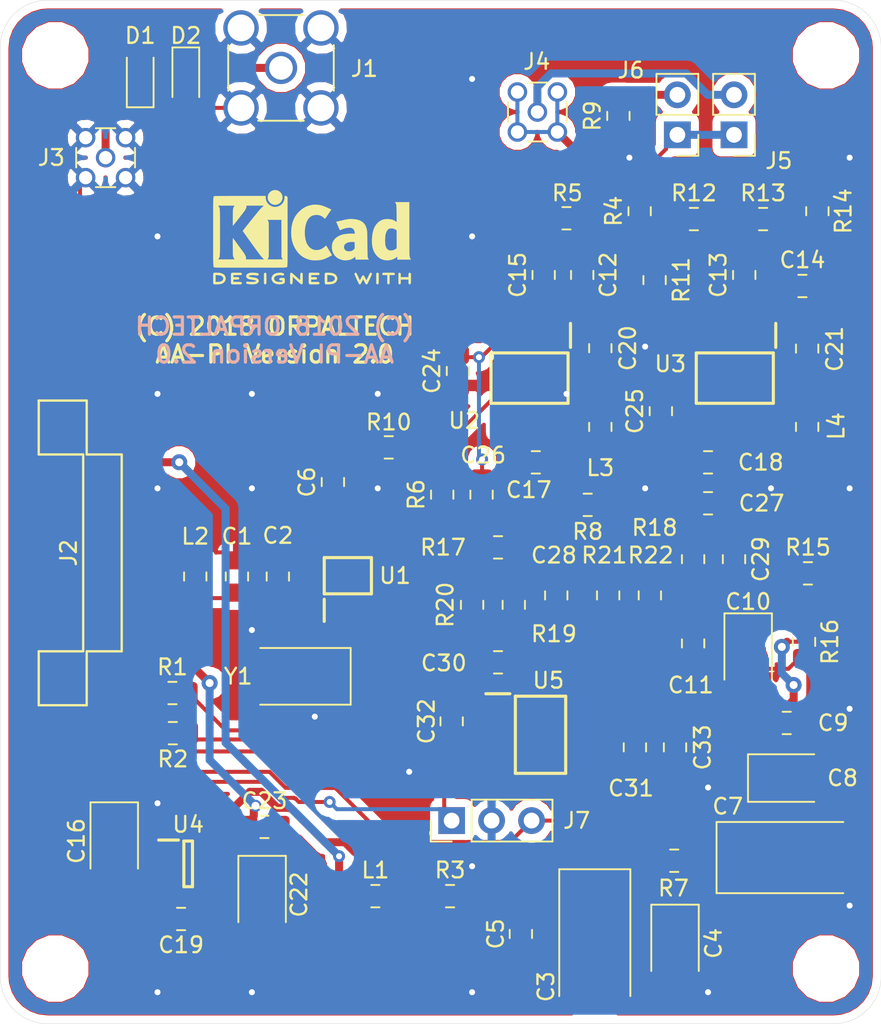
<source format=kicad_pcb>
(kicad_pcb (version 20171130) (host pcbnew 5.0.1-33cea8e~66~ubuntu18.04.1)
  (layers (0 F.Cu signal) (31 B.Cu signal) (34 B.Paste user) (35 F.Paste user) (36 B.SilkS user) (37 F.SilkS user) (38 B.Mask user) (39 F.Mask user) (44 Edge.Cuts user))
  (net 0 "")
  (net 1 GND)
  (net 2 "Net-(C1-Pad1)")
  (net 3 +5V)
  (net 4 +2V5)
  (net 5 VI)
  (net 6 VV)
  (net 7 "Net-(C14-Pad2)")
  (net 8 "Net-(C17-Pad1)")
  (net 9 +3V3)
  (net 10 "Net-(C20-Pad1)")
  (net 11 "Net-(C21-Pad1)")
  (net 12 "Net-(C25-Pad1)")
  (net 13 "Net-(C27-Pad2)")
  (net 14 "Net-(C28-Pad1)")
  (net 15 OUT_VI)
  (net 16 OUT_VV)
  (net 17 "Net-(D1-Pad2)")
  (net 18 I2C_SCL)
  (net 19 I2C_SDA)
  (net 20 "Net-(J2-Pad5)")
  (net 21 "Net-(J2-Pad6)")
  (net 22 "Net-(J2-Pad7)")
  (net 23 "Net-(J4-Pad1)")
  (net 24 "Net-(J5-Pad1)")
  (net 25 "Net-(J6-Pad2)")
  (net 26 "Net-(R10-Pad2)")
  (net 27 "Net-(U1-Pad2)")
  (net 28 "Net-(U1-Pad3)")
  (net 29 "Net-(U1-Pad6)")
  (net 30 "Net-(U2-Pad5)")
  (net 31 "Net-(U2-Pad7)")
  (net 32 "Net-(U3-Pad7)")
  (net 33 "Net-(U3-Pad4)")
  (net 34 "Net-(C19-Pad1)")
  (net 35 "Net-(R6-Pad1)")
  (net 36 "Net-(C6-Pad1)")
  (net 37 "Net-(C18-Pad2)")
  (net 38 "Net-(C13-Pad2)")
  (net 39 "Net-(C12-Pad2)")
  (net 40 "Net-(C15-Pad1)")
  (net 41 "Net-(C24-Pad1)")
  (net 42 "Net-(C30-Pad2)")
  (net 43 "Net-(C30-Pad1)")
  (net 44 "Net-(C31-Pad1)")
  (net 45 "Net-(C31-Pad2)")
  (net 46 "Net-(C29-Pad1)")
  (net 47 "Net-(C26-Pad2)")
  (net 48 "Net-(R12-Pad2)")
  (net 49 "Net-(C17-Pad2)")
  (net 50 "Net-(C6-Pad2)")
  (net 51 "Net-(C3-Pad1)")
  (net 52 "Net-(L1-Pad2)")
  (net 53 /V_IN)
  (module Symbol:KiCad-Logo2_6mm_SilkScreen (layer F.Cu) (at 119.82 90.04)
    (fp_text reference REF** hide)
    (fp_text value KiCad-Logo2_6mm_SilkScreen hide)
  )
  (module AA-PI-Footprints:D_SOD-323_HandSoldering (layer F.Cu) (at 108.9 79.9 90)
    (fp_text reference D1 (at 2.65 0) (layer F.SilkS))
    (fp_text value 1N4148 hide)
    (pad 1 smd rect (at -1.25 0 90) (size 1 1) (layers F.Cu F.Paste F.Mask) (net 1 GND))
    (pad 2 smd rect (at 1.25 0 90) (size 1 1) (layers F.Cu F.Paste F.Mask) (net 17 "Net-(D1-Pad2)"))
  )
  (module AA-PI-Footprints:R_0805_2012Metric_Pad1.15x1.40mm_HandSolder (layer F.Cu) (at 151.1 115.75 270)
    (fp_text reference R16 (at 0 -1.65 270) (layer F.SilkS))
    (fp_text value 3.3K hide)
    (pad 2 smd roundrect (at 1.025 0 270) (size 1.15 1.4) (layers F.Cu F.Paste F.Mask) (roundrect_rratio 0.217391) (net 1 GND))
    (pad 1 smd roundrect (at -1.025 0 270) (size 1.15 1.4) (layers F.Cu F.Paste F.Mask) (roundrect_rratio 0.217391) (net 4 +2V5))
  )
  (module AA-PI-Footprints:C_0805_2012Metric_Pad1.15x1.40mm_HandSolder (layer F.Cu) (at 150 120.9)
    (fp_text reference C9 (at 2.95 0) (layer F.SilkS))
    (fp_text value 100n hide)
    (pad 1 smd roundrect (at -1.025 0) (size 1.15 1.4) (layers F.Cu F.Paste F.Mask) (roundrect_rratio 0.217391) (net 3 +5V))
    (pad 2 smd roundrect (at 1.025 0) (size 1.15 1.4) (layers F.Cu F.Paste F.Mask) (roundrect_rratio 0.217391) (net 1 GND))
  )
  (module AA-PI-Footprints:1.25-AB-SMT-10pin-Vertical (layer F.Cu) (at 106.5 110.1 270)
    (fp_text reference J2 (at 0 2.15 270) (layer F.SilkS))
    (fp_text value "MAIN BOARD")
    (pad 1 smd rect (at -5.625 0 270) (size 0.8 2) (layers F.Cu F.Paste F.Mask) (net 53 /V_IN))
    (pad 2 smd rect (at -4.375 0 270) (size 0.8 2) (layers F.Cu F.Paste F.Mask) (net 1 GND))
    (pad 3 smd rect (at -3.125 0 270) (size 0.8 2) (layers F.Cu F.Paste F.Mask) (net 18 I2C_SCL))
    (pad 4 smd rect (at -1.875 0 270) (size 0.8 2) (layers F.Cu F.Paste F.Mask) (net 19 I2C_SDA))
    (pad 5 smd rect (at -0.625 0 270) (size 0.8 2) (layers F.Cu F.Paste F.Mask) (net 20 "Net-(J2-Pad5)"))
    (pad 6 smd rect (at 0.625 0 270) (size 0.8 2) (layers F.Cu F.Paste F.Mask) (net 21 "Net-(J2-Pad6)"))
    (pad 7 smd rect (at 1.875 0 270) (size 0.8 2) (layers F.Cu F.Paste F.Mask) (net 22 "Net-(J2-Pad7)"))
    (pad 8 smd rect (at 3.125 0 270) (size 0.8 2) (layers F.Cu F.Paste F.Mask) (net 16 OUT_VV))
    (pad 9 smd rect (at 4.375 0 270) (size 0.8 2) (layers F.Cu F.Paste F.Mask) (net 15 OUT_VI))
    (pad 10 smd rect (at 5.625 0 270) (size 0.8 2) (layers F.Cu F.Paste F.Mask) (net 1 GND))
    (pad SH smd rect (at -8.125 2.6 270) (size 2.2 2.6) (layers F.Cu F.Paste F.Mask) (net 1 GND))
    (pad SH smd rect (at 8.125 2.6 270) (size 2.2 2.6) (layers F.Cu F.Paste F.Mask) (net 1 GND))
  )
  (module MountingHole:MountingHole_3.2mm_M3_DIN965 (layer F.Cu) (at 152.5 78.5)
    (fp_text reference MH2 hide)
    (fp_text value MountingHole_3.2mm_M3_DIN965 hide)
    (pad 1 np_thru_hole circle (at 0 0) (size 3.2 3.2) (drill 3.2) (layers *.Cu *.Mask))
  )
  (module AA-PI-Footprints:SOIC127P600X175-8N (layer F.Cu) (at 133.65 99 270)
    (fp_text reference U2 (at 2.7 4.15 180) (layer F.SilkS))
    (fp_text value SA612A hide)
    (pad 8 smd rect (at 2.712 -1.905) (size 0.7 1.525) (layers F.Cu F.Paste F.Mask) (net 10 "Net-(C20-Pad1)"))
    (pad 7 smd rect (at 2.712 -0.635) (size 0.7 1.525) (layers F.Cu F.Paste F.Mask) (net 31 "Net-(U2-Pad7)"))
    (pad 6 smd rect (at 2.712 0.635) (size 0.7 1.525) (layers F.Cu F.Paste F.Mask) (net 8 "Net-(C17-Pad1)"))
    (pad 5 smd rect (at 2.712 1.905) (size 0.7 1.525) (layers F.Cu F.Paste F.Mask) (net 30 "Net-(U2-Pad5)"))
    (pad 4 smd rect (at -2.712 1.905) (size 0.7 1.525) (layers F.Cu F.Paste F.Mask) (net 41 "Net-(C24-Pad1)"))
    (pad 3 smd rect (at -2.712 0.635) (size 0.7 1.525) (layers F.Cu F.Paste F.Mask) (net 1 GND))
    (pad 2 smd rect (at -2.712 -0.635) (size 0.7 1.525) (layers F.Cu F.Paste F.Mask) (net 40 "Net-(C15-Pad1)"))
    (pad 1 smd rect (at -2.712 -1.905) (size 0.7 1.525) (layers F.Cu F.Paste F.Mask) (net 39 "Net-(C12-Pad2)"))
  )
  (module AA-PI-Footprints:SOIC127P600X175-8N (layer F.Cu) (at 146.7 99 270)
    (fp_text reference U3 (at -0.9 4.1 180) (layer F.SilkS))
    (fp_text value SA612A hide)
    (pad 8 smd rect (at 2.712 -1.905) (size 0.7 1.525) (layers F.Cu F.Paste F.Mask) (net 11 "Net-(C21-Pad1)"))
    (pad 7 smd rect (at 2.712 -0.635) (size 0.7 1.525) (layers F.Cu F.Paste F.Mask) (net 32 "Net-(U3-Pad7)"))
    (pad 6 smd rect (at 2.712 0.635) (size 0.7 1.525) (layers F.Cu F.Paste F.Mask) (net 37 "Net-(C18-Pad2)"))
    (pad 5 smd rect (at 2.712 1.905) (size 0.7 1.525) (layers F.Cu F.Paste F.Mask) (net 12 "Net-(C25-Pad1)"))
    (pad 4 smd rect (at -2.712 1.905) (size 0.7 1.525) (layers F.Cu F.Paste F.Mask) (net 33 "Net-(U3-Pad4)"))
    (pad 3 smd rect (at -2.712 0.635) (size 0.7 1.525) (layers F.Cu F.Paste F.Mask) (net 1 GND))
    (pad 2 smd rect (at -2.712 -0.635) (size 0.7 1.525) (layers F.Cu F.Paste F.Mask) (net 38 "Net-(C13-Pad2)"))
    (pad 1 smd rect (at -2.712 -1.905) (size 0.7 1.525) (layers F.Cu F.Paste F.Mask) (net 7 "Net-(C14-Pad2)"))
  )
  (module AA-PI-Footprints:SOIC127P600X175-8N (layer F.Cu) (at 134.35 121.65)
    (fp_text reference U5 (at 0.5 -3.45) (layer F.SilkS))
    (fp_text value MC4558 hide)
    (pad 8 smd rect (at 2.712 -1.905 90) (size 0.7 1.525) (layers F.Cu F.Paste F.Mask) (net 3 +5V))
    (pad 7 smd rect (at 2.712 -0.635 90) (size 0.7 1.525) (layers F.Cu F.Paste F.Mask) (net 45 "Net-(C31-Pad2)"))
    (pad 6 smd rect (at 2.712 0.635 90) (size 0.7 1.525) (layers F.Cu F.Paste F.Mask) (net 44 "Net-(C31-Pad1)"))
    (pad 5 smd rect (at 2.712 1.905 90) (size 0.7 1.525) (layers F.Cu F.Paste F.Mask) (net 4 +2V5))
    (pad 4 smd rect (at -2.712 1.905 90) (size 0.7 1.525) (layers F.Cu F.Paste F.Mask) (net 1 GND))
    (pad 3 smd rect (at -2.712 0.635 90) (size 0.7 1.525) (layers F.Cu F.Paste F.Mask) (net 4 +2V5))
    (pad 2 smd rect (at -2.712 -0.635 90) (size 0.7 1.525) (layers F.Cu F.Paste F.Mask) (net 43 "Net-(C30-Pad1)"))
    (pad 1 smd rect (at -2.712 -1.905 90) (size 0.7 1.525) (layers F.Cu F.Paste F.Mask) (net 42 "Net-(C30-Pad2)"))
  )
  (module AA-PI-Footprints:SOP50P490X110-10N (layer F.Cu) (at 122.1 111.55 90)
    (fp_text reference U1 (at 0 3) (layer F.SilkS))
    (fp_text value Si5351A hide)
    (pad 10 smd rect (at 2.2 -1 180) (size 0.3 1.4) (layers F.Cu F.Paste F.Mask) (net 36 "Net-(C6-Pad1)"))
    (pad 9 smd rect (at 2.2 -0.5 180) (size 0.3 1.4) (layers F.Cu F.Paste F.Mask) (net 35 "Net-(R6-Pad1)"))
    (pad 8 smd rect (at 2.2 0 180) (size 0.3 1.4) (layers F.Cu F.Paste F.Mask) (net 1 GND))
    (pad 7 smd rect (at 2.2 0.5 180) (size 0.3 1.4) (layers F.Cu F.Paste F.Mask) (net 2 "Net-(C1-Pad1)"))
    (pad 6 smd rect (at 2.2 1 180) (size 0.3 1.4) (layers F.Cu F.Paste F.Mask) (net 29 "Net-(U1-Pad6)"))
    (pad 5 smd rect (at -2.2 1 180) (size 0.3 1.4) (layers F.Cu F.Paste F.Mask) (net 19 I2C_SDA))
    (pad 4 smd rect (at -2.2 0.5 180) (size 0.3 1.4) (layers F.Cu F.Paste F.Mask) (net 18 I2C_SCL))
    (pad 3 smd rect (at -2.2 0 180) (size 0.3 1.4) (layers F.Cu F.Paste F.Mask) (net 28 "Net-(U1-Pad3)"))
    (pad 2 smd rect (at -2.2 -0.5 180) (size 0.3 1.4) (layers F.Cu F.Paste F.Mask) (net 27 "Net-(U1-Pad2)"))
    (pad 1 smd rect (at -2.2 -1 180) (size 0.3 1.4) (layers F.Cu F.Paste F.Mask) (net 2 "Net-(C1-Pad1)"))
  )
  (module AA-PI-Footprints:SOT94P279X130-5N (layer F.Cu) (at 111.95 129.85)
    (fp_text reference U4 (at 0 -2.5) (layer F.SilkS))
    (fp_text value RT9193-33GB hide)
    (pad 5 smd rect (at 1.25 -0.94 90) (size 0.65 1.25) (layers F.Cu F.Paste F.Mask) (net 9 +3V3))
    (pad 4 smd rect (at 1.25 0.94 90) (size 0.65 1.25) (layers F.Cu F.Paste F.Mask) (net 34 "Net-(C19-Pad1)"))
    (pad 3 smd rect (at -1.25 0.94 90) (size 0.65 1.25) (layers F.Cu F.Paste F.Mask) (net 3 +5V))
    (pad 2 smd rect (at -1.25 0 90) (size 0.65 1.25) (layers F.Cu F.Paste F.Mask) (net 1 GND))
    (pad 1 smd rect (at -1.25 -0.94 90) (size 0.65 1.25) (layers F.Cu F.Paste F.Mask) (net 3 +5V))
  )
  (module AA-PI-Footprints:MMCX_Molex_73415-1471_Vertical (layer F.Cu) (at 134.15 82.1)
    (fp_text reference J4 (at -0.04 -3.2) (layer F.SilkS))
    (fp_text value INDUCT hide)
    (pad 2 thru_hole circle (at -1.27 1.27) (size 1.24 1.24) (drill 0.84) (layers *.Cu *.Mask) (net 5 VI))
    (pad 2 thru_hole circle (at 1.27 -1.27) (size 1.24 1.24) (drill 0.84) (layers *.Cu *.Mask) (net 5 VI))
    (pad 2 thru_hole circle (at 1.27 1.27) (size 1.24 1.24) (drill 0.84) (layers *.Cu *.Mask) (net 5 VI))
    (pad 2 thru_hole circle (at -1.27 -1.27) (size 1.24 1.24) (drill 0.84) (layers *.Cu *.Mask) (net 5 VI))
    (pad 1 thru_hole circle (at 0 0) (size 1.24 1.24) (drill 0.84) (layers *.Cu *.Mask) (net 23 "Net-(J4-Pad1)"))
  )
  (module AA-PI-Footprints:MMCX_Molex_73415-1471_Vertical (layer F.Cu) (at 106.7 85)
    (fp_text reference J3 (at -3.45 0) (layer F.SilkS))
    (fp_text value INDUCT hide)
    (pad 1 thru_hole circle (at 0 0) (size 1.24 1.24) (drill 0.84) (layers *.Cu *.Mask) (net 17 "Net-(D1-Pad2)"))
    (pad 2 thru_hole circle (at -1.27 -1.27) (size 1.24 1.24) (drill 0.84) (layers *.Cu *.Mask) (net 1 GND))
    (pad 2 thru_hole circle (at 1.27 1.27) (size 1.24 1.24) (drill 0.84) (layers *.Cu *.Mask) (net 1 GND))
    (pad 2 thru_hole circle (at 1.27 -1.27) (size 1.24 1.24) (drill 0.84) (layers *.Cu *.Mask) (net 1 GND))
    (pad 2 thru_hole circle (at -1.27 1.27) (size 1.24 1.24) (drill 0.84) (layers *.Cu *.Mask) (net 1 GND))
  )
  (module MountingHole:MountingHole_3.2mm_M3_DIN965 (layer F.Cu) (at 152.5 136.5)
    (fp_text reference MH4 hide)
    (fp_text value MountingHole_3.2mm_M3_DIN965 hide)
    (pad 1 np_thru_hole circle (at 0 0) (size 3.2 3.2) (drill 3.2) (layers *.Cu *.Mask))
  )
  (module MountingHole:MountingHole_3.2mm_M3_DIN965 (layer F.Cu) (at 103.5 136.5)
    (fp_text reference MH3 hide)
    (fp_text value MountingHole_3.2mm_M3_DIN965 hide)
    (pad 1 np_thru_hole circle (at 0 0) (size 3.2 3.2) (drill 3.2) (layers *.Cu *.Mask))
  )
  (module AA-PI-Footprints:C_0805_2012Metric_Pad1.15x1.40mm_HandSolder (layer F.Cu) (at 142.9 122.45 270)
    (fp_text reference C33 (at 0 -1.75 270) (layer F.SilkS))
    (fp_text value 10u hide)
    (pad 2 smd roundrect (at 1.025 0 270) (size 1.15 1.4) (layers F.Cu F.Paste F.Mask) (roundrect_rratio 0.217391) (net 16 OUT_VV))
    (pad 1 smd roundrect (at -1.025 0 270) (size 1.15 1.4) (layers F.Cu F.Paste F.Mask) (roundrect_rratio 0.217391) (net 45 "Net-(C31-Pad2)"))
  )
  (module AA-PI-Footprints:C_0805_2012Metric_Pad1.15x1.40mm_HandSolder (layer F.Cu) (at 128.7 120.8 270)
    (fp_text reference C32 (at 0 1.6 270) (layer F.SilkS))
    (fp_text value 10u hide)
    (pad 1 smd roundrect (at -1.025 0 270) (size 1.15 1.4) (layers F.Cu F.Paste F.Mask) (roundrect_rratio 0.217391) (net 42 "Net-(C30-Pad2)"))
    (pad 2 smd roundrect (at 1.025 0 270) (size 1.15 1.4) (layers F.Cu F.Paste F.Mask) (roundrect_rratio 0.217391) (net 15 OUT_VI))
  )
  (module AA-PI-Footprints:CP_EIA-3528-21_Kemet-B (layer F.Cu) (at 116.65 131.8 270)
    (fp_text reference C22 (at 0 -2.35 270) (layer F.SilkS))
    (fp_text value 10u hide)
    (pad 1 smd roundrect (at -1.5375 0 270) (size 1.325 2.35) (layers F.Cu F.Paste F.Mask) (roundrect_rratio 0.188679) (net 9 +3V3))
    (pad 2 smd roundrect (at 1.5375 0 270) (size 1.325 2.35) (layers F.Cu F.Paste F.Mask) (roundrect_rratio 0.188679) (net 1 GND))
  )
  (module AA-PI-Footprints:CP_EIA-3528-21_Kemet-B (layer F.Cu) (at 107.25 128.4 270)
    (fp_text reference C16 (at 0 2.4 270) (layer F.SilkS))
    (fp_text value 10u hide)
    (pad 2 smd roundrect (at 1.5375 0 270) (size 1.325 2.35) (layers F.Cu F.Paste F.Mask) (roundrect_rratio 0.188679) (net 1 GND))
    (pad 1 smd roundrect (at -1.5375 0 270) (size 1.325 2.35) (layers F.Cu F.Paste F.Mask) (roundrect_rratio 0.188679) (net 3 +5V))
  )
  (module AA-PI-Footprints:CP_EIA-3528-21_Kemet-B (layer F.Cu) (at 150 124.4)
    (fp_text reference C8 (at 3.55 0) (layer F.SilkS))
    (fp_text value 22u hide)
    (pad 1 smd roundrect (at -1.5375 0) (size 1.325 2.35) (layers F.Cu F.Paste F.Mask) (roundrect_rratio 0.188679) (net 3 +5V))
    (pad 2 smd roundrect (at 1.5375 0) (size 1.325 2.35) (layers F.Cu F.Paste F.Mask) (roundrect_rratio 0.188679) (net 1 GND))
  )
  (module AA-PI-Footprints:CP_EIA-3528-21_Kemet-B (layer F.Cu) (at 142.9 134.9 270)
    (fp_text reference C4 (at 0 -2.45 270) (layer F.SilkS))
    (fp_text value 47u hide)
    (pad 2 smd roundrect (at 1.5375 0 270) (size 1.325 2.35) (layers F.Cu F.Paste F.Mask) (roundrect_rratio 0.188679) (net 1 GND))
    (pad 1 smd roundrect (at -1.5375 0 270) (size 1.325 2.35) (layers F.Cu F.Paste F.Mask) (roundrect_rratio 0.188679) (net 51 "Net-(C3-Pad1)"))
  )
  (module AA-PI-Footprints:CP_EIA-3528-21_Kemet-B (layer F.Cu) (at 147.55 116.4 270)
    (fp_text reference C10 (at -3.2 0 180) (layer F.SilkS))
    (fp_text value 10u hide)
    (pad 1 smd roundrect (at -1.5375 0 270) (size 1.325 2.35) (layers F.Cu F.Paste F.Mask) (roundrect_rratio 0.188679) (net 4 +2V5))
    (pad 2 smd roundrect (at 1.5375 0 270) (size 1.325 2.35) (layers F.Cu F.Paste F.Mask) (roundrect_rratio 0.188679) (net 1 GND))
  )
  (module AA-PI-Footprints:CP_EIA-7343-31_Kemet-D (layer F.Cu) (at 149.95 129.45)
    (fp_text reference C7 (at -3.7 -3.25) (layer F.SilkS))
    (fp_text value 100u hide)
    (pad 1 smd roundrect (at -3.1125 0) (size 2.075 2.55) (layers F.Cu F.Paste F.Mask) (roundrect_rratio 0.120482) (net 3 +5V))
    (pad 2 smd roundrect (at 3.1125 0) (size 2.075 2.55) (layers F.Cu F.Paste F.Mask) (roundrect_rratio 0.120482) (net 1 GND))
  )
  (module AA-PI-Footprints:C_0805_2012Metric_Pad1.15x1.40mm_HandSolder (layer F.Cu) (at 147.3 92.45 270)
    (fp_text reference C13 (at 0 1.65 270) (layer F.SilkS))
    (fp_text value 100n hide)
    (pad 2 smd roundrect (at 1.025 0 270) (size 1.15 1.4) (layers F.Cu F.Paste F.Mask) (roundrect_rratio 0.217391) (net 38 "Net-(C13-Pad2)"))
    (pad 1 smd roundrect (at -1.025 0 270) (size 1.15 1.4) (layers F.Cu F.Paste F.Mask) (roundrect_rratio 0.217391) (net 6 VV))
  )
  (module AA-PI-Footprints:C_0805_2012Metric_Pad1.15x1.40mm_HandSolder (layer F.Cu) (at 133.1 134.3 270)
    (fp_text reference C5 (at 0 1.6 270) (layer F.SilkS))
    (fp_text value 100n hide)
    (pad 1 smd roundrect (at -1.025 0 270) (size 1.15 1.4) (layers F.Cu F.Paste F.Mask) (roundrect_rratio 0.217391) (net 51 "Net-(C3-Pad1)"))
    (pad 2 smd roundrect (at 1.025 0 270) (size 1.15 1.4) (layers F.Cu F.Paste F.Mask) (roundrect_rratio 0.217391) (net 1 GND))
  )
  (module AA-PI-Footprints:C_0805_2012Metric_Pad1.15x1.40mm_HandSolder (layer F.Cu) (at 111.5 133.35 180)
    (fp_text reference C19 (at 0 -1.65 180) (layer F.SilkS))
    (fp_text value 22n hide)
    (pad 2 smd roundrect (at 1.025 0 180) (size 1.15 1.4) (layers F.Cu F.Paste F.Mask) (roundrect_rratio 0.217391) (net 1 GND))
    (pad 1 smd roundrect (at -1.025 0 180) (size 1.15 1.4) (layers F.Cu F.Paste F.Mask) (roundrect_rratio 0.217391) (net 34 "Net-(C19-Pad1)"))
  )
  (module AA-PI-Footprints:C_0805_2012Metric_Pad1.15x1.40mm_HandSolder (layer F.Cu) (at 146.65 110.5 270)
    (fp_text reference C29 (at 0 -1.7 270) (layer F.SilkS))
    (fp_text value 1n hide)
    (pad 1 smd roundrect (at -1.025 0 270) (size 1.15 1.4) (layers F.Cu F.Paste F.Mask) (roundrect_rratio 0.217391) (net 46 "Net-(C29-Pad1)"))
    (pad 2 smd roundrect (at 1.025 0 270) (size 1.15 1.4) (layers F.Cu F.Paste F.Mask) (roundrect_rratio 0.217391) (net 4 +2V5))
  )
  (module AA-PI-Footprints:C_0805_2012Metric_Pad1.15x1.40mm_HandSolder (layer F.Cu) (at 131.65 117.05 180)
    (fp_text reference C30 (at 3.45 -0.05 180) (layer F.SilkS))
    (fp_text value 82p hide)
    (pad 2 smd roundrect (at 1.025 0 180) (size 1.15 1.4) (layers F.Cu F.Paste F.Mask) (roundrect_rratio 0.217391) (net 42 "Net-(C30-Pad2)"))
    (pad 1 smd roundrect (at -1.025 0 180) (size 1.15 1.4) (layers F.Cu F.Paste F.Mask) (roundrect_rratio 0.217391) (net 43 "Net-(C30-Pad1)"))
  )
  (module AA-PI-Footprints:C_0805_2012Metric_Pad1.15x1.40mm_HandSolder (layer F.Cu) (at 140.35 122.45 90)
    (fp_text reference C31 (at -2.6 -0.25) (layer F.SilkS))
    (fp_text value 82p hide)
    (pad 1 smd roundrect (at -1.025 0 90) (size 1.15 1.4) (layers F.Cu F.Paste F.Mask) (roundrect_rratio 0.217391) (net 44 "Net-(C31-Pad1)"))
    (pad 2 smd roundrect (at 1.025 0 90) (size 1.15 1.4) (layers F.Cu F.Paste F.Mask) (roundrect_rratio 0.217391) (net 45 "Net-(C31-Pad2)"))
  )
  (module AA-PI-Footprints:L_0805_2012Metric_Pad1.15x1.40mm_HandSolder (layer F.Cu) (at 151.3 102.1 90)
    (fp_text reference L4 (at 0.05 1.85 90) (layer F.SilkS))
    (fp_text value 0.5 hide)
    (pad 1 smd roundrect (at -1.025 0 90) (size 1.15 1.4) (layers F.Cu F.Paste F.Mask) (roundrect_rratio 0.217391) (net 3 +5V))
    (pad 2 smd roundrect (at 1.025 0 90) (size 1.15 1.4) (layers F.Cu F.Paste F.Mask) (roundrect_rratio 0.217391) (net 11 "Net-(C21-Pad1)"))
  )
  (module AA-PI-Footprints:R_0805_2012Metric_Pad1.15x1.40mm_HandSolder (layer F.Cu) (at 138.65 112.8 270)
    (fp_text reference R21 (at -2.55 0.25 180) (layer F.SilkS))
    (fp_text value 12K hide)
    (pad 2 smd roundrect (at 1.025 0 270) (size 1.15 1.4) (layers F.Cu F.Paste F.Mask) (roundrect_rratio 0.217391) (net 44 "Net-(C31-Pad1)"))
    (pad 1 smd roundrect (at -1.025 0 270) (size 1.15 1.4) (layers F.Cu F.Paste F.Mask) (roundrect_rratio 0.217391) (net 46 "Net-(C29-Pad1)"))
  )
  (module AA-PI-Footprints:R_0805_2012Metric_Pad1.15x1.40mm_HandSolder (layer F.Cu) (at 141.3 112.8 270)
    (fp_text reference R22 (at -2.55 -0.05) (layer F.SilkS))
    (fp_text value 75K hide)
    (pad 1 smd roundrect (at -1.025 0 270) (size 1.15 1.4) (layers F.Cu F.Paste F.Mask) (roundrect_rratio 0.217391) (net 46 "Net-(C29-Pad1)"))
    (pad 2 smd roundrect (at 1.025 0 270) (size 1.15 1.4) (layers F.Cu F.Paste F.Mask) (roundrect_rratio 0.217391) (net 45 "Net-(C31-Pad2)"))
  )
  (module AA-PI-Footprints:C_0805_2012Metric_Pad1.15x1.40mm_HandSolder (layer F.Cu) (at 115.05 111.6 90)
    (fp_text reference C1 (at 2.55 0) (layer F.SilkS))
    (fp_text value 100p hide)
    (pad 2 smd roundrect (at 1.025 0 90) (size 1.15 1.4) (layers F.Cu F.Paste F.Mask) (roundrect_rratio 0.217391) (net 1 GND))
    (pad 1 smd roundrect (at -1.025 0 90) (size 1.15 1.4) (layers F.Cu F.Paste F.Mask) (roundrect_rratio 0.217391) (net 2 "Net-(C1-Pad1)"))
  )
  (module AA-PI-Footprints:C_0805_2012Metric_Pad1.15x1.40mm_HandSolder (layer F.Cu) (at 117.65 111.6 90)
    (fp_text reference C2 (at 2.6 0) (layer F.SilkS))
    (fp_text value 100n hide)
    (pad 2 smd roundrect (at 1.025 0 90) (size 1.15 1.4) (layers F.Cu F.Paste F.Mask) (roundrect_rratio 0.217391) (net 1 GND))
    (pad 1 smd roundrect (at -1.025 0 90) (size 1.15 1.4) (layers F.Cu F.Paste F.Mask) (roundrect_rratio 0.217391) (net 2 "Net-(C1-Pad1)"))
  )
  (module AA-PI-Footprints:CP_EIA-7343-31_Kemet-D (layer F.Cu) (at 137.8 134.6 270)
    (fp_text reference C3 (at 3.05 3.1 270) (layer F.SilkS))
    (fp_text value 100u hide)
    (pad 1 smd roundrect (at -3.1125 0 270) (size 2.075 2.55) (layers F.Cu F.Paste F.Mask) (roundrect_rratio 0.120482) (net 51 "Net-(C3-Pad1)"))
    (pad 2 smd roundrect (at 3.1125 0 270) (size 2.075 2.55) (layers F.Cu F.Paste F.Mask) (roundrect_rratio 0.120482) (net 1 GND))
  )
  (module AA-PI-Footprints:C_0805_2012Metric_Pad1.15x1.40mm_HandSolder (layer F.Cu) (at 121.15 105.6 90)
    (fp_text reference C6 (at 0 -1.65 90) (layer F.SilkS))
    (fp_text value 100n hide)
    (pad 2 smd roundrect (at 1.025 0 90) (size 1.15 1.4) (layers F.Cu F.Paste F.Mask) (roundrect_rratio 0.217391) (net 50 "Net-(C6-Pad2)"))
    (pad 1 smd roundrect (at -1.025 0 90) (size 1.15 1.4) (layers F.Cu F.Paste F.Mask) (roundrect_rratio 0.217391) (net 36 "Net-(C6-Pad1)"))
  )
  (module AA-PI-Footprints:C_0805_2012Metric_Pad1.15x1.40mm_HandSolder (layer F.Cu) (at 144.05 115.85 270)
    (fp_text reference C11 (at 2.65 0.15 180) (layer F.SilkS))
    (fp_text value 100n hide)
    (pad 1 smd roundrect (at -1.025 0 270) (size 1.15 1.4) (layers F.Cu F.Paste F.Mask) (roundrect_rratio 0.217391) (net 4 +2V5))
    (pad 2 smd roundrect (at 1.025 0 270) (size 1.15 1.4) (layers F.Cu F.Paste F.Mask) (roundrect_rratio 0.217391) (net 1 GND))
  )
  (module AA-PI-Footprints:C_0805_2012Metric_Pad1.15x1.40mm_HandSolder (layer F.Cu) (at 137 92.45 270)
    (fp_text reference C12 (at 0 -1.65 270) (layer F.SilkS))
    (fp_text value 100n hide)
    (pad 2 smd roundrect (at 1.025 0 270) (size 1.15 1.4) (layers F.Cu F.Paste F.Mask) (roundrect_rratio 0.217391) (net 39 "Net-(C12-Pad2)"))
    (pad 1 smd roundrect (at -1.025 0 270) (size 1.15 1.4) (layers F.Cu F.Paste F.Mask) (roundrect_rratio 0.217391) (net 5 VI))
  )
  (module AA-PI-Footprints:C_0805_2012Metric_Pad1.15x1.40mm_HandSolder (layer F.Cu) (at 151 93.15 180)
    (fp_text reference C14 (at 0 1.65 180) (layer F.SilkS))
    (fp_text value 100n hide)
    (pad 2 smd roundrect (at 1.025 0 180) (size 1.15 1.4) (layers F.Cu F.Paste F.Mask) (roundrect_rratio 0.217391) (net 7 "Net-(C14-Pad2)"))
    (pad 1 smd roundrect (at -1.025 0 180) (size 1.15 1.4) (layers F.Cu F.Paste F.Mask) (roundrect_rratio 0.217391) (net 1 GND))
  )
  (module AA-PI-Footprints:C_0805_2012Metric_Pad1.15x1.40mm_HandSolder (layer F.Cu) (at 134.55 92.45 90)
    (fp_text reference C15 (at 0 -1.65 90) (layer F.SilkS))
    (fp_text value 100n hide)
    (pad 1 smd roundrect (at -1.025 0 90) (size 1.15 1.4) (layers F.Cu F.Paste F.Mask) (roundrect_rratio 0.217391) (net 40 "Net-(C15-Pad1)"))
    (pad 2 smd roundrect (at 1.025 0 90) (size 1.15 1.4) (layers F.Cu F.Paste F.Mask) (roundrect_rratio 0.217391) (net 1 GND))
  )
  (module AA-PI-Footprints:C_0805_2012Metric_Pad1.15x1.40mm_HandSolder (layer F.Cu) (at 134.05 104.35)
    (fp_text reference C17 (at -0.45 1.75) (layer F.SilkS))
    (fp_text value 10n hide)
    (pad 2 smd roundrect (at 1.025 0) (size 1.15 1.4) (layers F.Cu F.Paste F.Mask) (roundrect_rratio 0.217391) (net 49 "Net-(C17-Pad2)"))
    (pad 1 smd roundrect (at -1.025 0) (size 1.15 1.4) (layers F.Cu F.Paste F.Mask) (roundrect_rratio 0.217391) (net 8 "Net-(C17-Pad1)"))
  )
  (module AA-PI-Footprints:C_0805_2012Metric_Pad1.15x1.40mm_HandSolder (layer F.Cu) (at 145 104.35)
    (fp_text reference C18 (at 3.35 0) (layer F.SilkS))
    (fp_text value 10n hide)
    (pad 2 smd roundrect (at 1.025 0) (size 1.15 1.4) (layers F.Cu F.Paste F.Mask) (roundrect_rratio 0.217391) (net 37 "Net-(C18-Pad2)"))
    (pad 1 smd roundrect (at -1.025 0) (size 1.15 1.4) (layers F.Cu F.Paste F.Mask) (roundrect_rratio 0.217391) (net 49 "Net-(C17-Pad2)"))
  )
  (module AA-PI-Footprints:C_0805_2012Metric_Pad1.15x1.40mm_HandSolder (layer F.Cu) (at 138.15 97.1 90)
    (fp_text reference C20 (at 0 1.75 90) (layer F.SilkS))
    (fp_text value 100n hide)
    (pad 1 smd roundrect (at -1.025 0 90) (size 1.15 1.4) (layers F.Cu F.Paste F.Mask) (roundrect_rratio 0.217391) (net 10 "Net-(C20-Pad1)"))
    (pad 2 smd roundrect (at 1.025 0 90) (size 1.15 1.4) (layers F.Cu F.Paste F.Mask) (roundrect_rratio 0.217391) (net 1 GND))
  )
  (module AA-PI-Footprints:C_0805_2012Metric_Pad1.15x1.40mm_HandSolder (layer F.Cu) (at 151.3 97.125 90)
    (fp_text reference C21 (at -0.025 1.75 90) (layer F.SilkS))
    (fp_text value 100n hide)
    (pad 2 smd roundrect (at 1.025 0 90) (size 1.15 1.4) (layers F.Cu F.Paste F.Mask) (roundrect_rratio 0.217391) (net 1 GND))
    (pad 1 smd roundrect (at -1.025 0 90) (size 1.15 1.4) (layers F.Cu F.Paste F.Mask) (roundrect_rratio 0.217391) (net 11 "Net-(C21-Pad1)"))
  )
  (module AA-PI-Footprints:C_0805_2012Metric_Pad1.15x1.40mm_HandSolder (layer F.Cu) (at 116.8 127.5)
    (fp_text reference C23 (at 0 -1.65) (layer F.SilkS))
    (fp_text value 100n hide)
    (pad 1 smd roundrect (at -1.025 0) (size 1.15 1.4) (layers F.Cu F.Paste F.Mask) (roundrect_rratio 0.217391) (net 9 +3V3))
    (pad 2 smd roundrect (at 1.025 0) (size 1.15 1.4) (layers F.Cu F.Paste F.Mask) (roundrect_rratio 0.217391) (net 1 GND))
  )
  (module AA-PI-Footprints:C_0805_2012Metric_Pad1.15x1.40mm_HandSolder (layer F.Cu) (at 129.1 98.55 270)
    (fp_text reference C24 (at 0 1.65 270) (layer F.SilkS))
    (fp_text value 300p hide)
    (pad 1 smd roundrect (at -1.025 0 270) (size 1.15 1.4) (layers F.Cu F.Paste F.Mask) (roundrect_rratio 0.217391) (net 41 "Net-(C24-Pad1)"))
    (pad 2 smd roundrect (at 1.025 0 270) (size 1.15 1.4) (layers F.Cu F.Paste F.Mask) (roundrect_rratio 0.217391) (net 1 GND))
  )
  (module AA-PI-Footprints:C_0805_2012Metric_Pad1.15x1.40mm_HandSolder (layer F.Cu) (at 142 101.1 90)
    (fp_text reference C25 (at 0 -1.65 90) (layer F.SilkS))
    (fp_text value 300p hide)
    (pad 2 smd roundrect (at 1.025 0 90) (size 1.15 1.4) (layers F.Cu F.Paste F.Mask) (roundrect_rratio 0.217391) (net 1 GND))
    (pad 1 smd roundrect (at -1.025 0 90) (size 1.15 1.4) (layers F.Cu F.Paste F.Mask) (roundrect_rratio 0.217391) (net 12 "Net-(C25-Pad1)"))
  )
  (module AA-PI-Footprints:C_0805_2012Metric_Pad1.15x1.40mm_HandSolder (layer F.Cu) (at 130.6 106.4 270)
    (fp_text reference C26 (at -2.5 -0.1 180) (layer F.SilkS))
    (fp_text value 100n hide)
    (pad 2 smd roundrect (at 1.025 0 270) (size 1.15 1.4) (layers F.Cu F.Paste F.Mask) (roundrect_rratio 0.217391) (net 47 "Net-(C26-Pad2)"))
    (pad 1 smd roundrect (at -1.025 0 270) (size 1.15 1.4) (layers F.Cu F.Paste F.Mask) (roundrect_rratio 0.217391) (net 41 "Net-(C24-Pad1)"))
  )
  (module AA-PI-Footprints:C_0805_2012Metric_Pad1.15x1.40mm_HandSolder (layer F.Cu) (at 145 106.95 180)
    (fp_text reference C27 (at -3.4 0 180) (layer F.SilkS))
    (fp_text value 100n hide)
    (pad 1 smd roundrect (at -1.025 0 180) (size 1.15 1.4) (layers F.Cu F.Paste F.Mask) (roundrect_rratio 0.217391) (net 12 "Net-(C25-Pad1)"))
    (pad 2 smd roundrect (at 1.025 0 180) (size 1.15 1.4) (layers F.Cu F.Paste F.Mask) (roundrect_rratio 0.217391) (net 13 "Net-(C27-Pad2)"))
  )
  (module AA-PI-Footprints:C_0805_2012Metric_Pad1.15x1.40mm_HandSolder (layer F.Cu) (at 135.35 112.8 270)
    (fp_text reference C28 (at -2.55 0.15 180) (layer F.SilkS))
    (fp_text value 1n hide)
    (pad 1 smd roundrect (at -1.025 0 270) (size 1.15 1.4) (layers F.Cu F.Paste F.Mask) (roundrect_rratio 0.217391) (net 14 "Net-(C28-Pad1)"))
    (pad 2 smd roundrect (at 1.025 0 270) (size 1.15 1.4) (layers F.Cu F.Paste F.Mask) (roundrect_rratio 0.217391) (net 4 +2V5))
  )
  (module AA-PI-Footprints:D_SOD-323_HandSoldering (layer F.Cu) (at 111.8 79.9 270)
    (fp_text reference D2 (at -2.65 0 180) (layer F.SilkS))
    (fp_text value 1N4148 hide)
    (pad 2 smd rect (at 1.25 0 270) (size 1 1) (layers F.Cu F.Paste F.Mask) (net 1 GND))
    (pad 1 smd rect (at -1.25 0 270) (size 1 1) (layers F.Cu F.Paste F.Mask) (net 17 "Net-(D1-Pad2)"))
  )
  (module AA-PI-Footprints:SMA_Amphenol_901-144_Vertical (layer F.Cu) (at 117.85 79.3)
    (fp_text reference J1 (at 5.3 0.05) (layer F.SilkS))
    (fp_text value ANT-IN)
    (pad 1 thru_hole circle (at 0 0) (size 2.05 2.05) (drill 1.5) (layers *.Cu *.Mask) (net 17 "Net-(D1-Pad2)"))
    (pad 2 thru_hole circle (at 2.54 2.54) (size 2.25 2.25) (drill 1.7) (layers *.Cu *.Mask) (net 1 GND))
    (pad 2 thru_hole circle (at 2.54 -2.54) (size 2.25 2.25) (drill 1.7) (layers *.Cu *.Mask) (net 1 GND))
    (pad 2 thru_hole circle (at -2.54 -2.54) (size 2.25 2.25) (drill 1.7) (layers *.Cu *.Mask) (net 1 GND))
    (pad 2 thru_hole circle (at -2.54 2.54) (size 2.25 2.25) (drill 1.7) (layers *.Cu *.Mask) (net 1 GND))
  )
  (module AA-PI-Footprints:PinHeader_1x02_P2.54mm_Vertical (layer F.Cu) (at 146.65 83.55 180)
    (fp_text reference J5 (at -2.85 -1.65) (layer F.SilkS))
    (fp_text value WORK)
    (pad 1 thru_hole rect (at 0 0 180) (size 1.7 1.7) (drill 1) (layers *.Cu *.Mask) (net 24 "Net-(J5-Pad1)"))
    (pad 2 thru_hole oval (at 0 2.54 180) (size 1.7 1.7) (drill 1) (layers *.Cu *.Mask) (net 23 "Net-(J4-Pad1)"))
  )
  (module AA-PI-Footprints:PinHeader_1x02_P2.54mm_Vertical (layer F.Cu) (at 143.05 83.55 180)
    (fp_text reference J6 (at 2.95 4.1) (layer F.SilkS))
    (fp_text value HWCAL)
    (pad 2 thru_hole oval (at 0 2.54 180) (size 1.7 1.7) (drill 1) (layers *.Cu *.Mask) (net 25 "Net-(J6-Pad2)"))
    (pad 1 thru_hole rect (at 0 0 180) (size 1.7 1.7) (drill 1) (layers *.Cu *.Mask) (net 24 "Net-(J5-Pad1)"))
  )
  (module AA-PI-Footprints:PinHeader_1x03_P2.54mm_Vertical (layer F.Cu) (at 128.7 127.1 90)
    (fp_text reference J7 (at 0 7.95) (layer F.SilkS))
    (fp_text value "V/I OUT" hide)
    (pad 1 thru_hole rect (at 0 0 90) (size 1.7 1.7) (drill 1) (layers *.Cu *.Mask) (net 15 OUT_VI))
    (pad 2 thru_hole oval (at 0 2.54 90) (size 1.7 1.7) (drill 1) (layers *.Cu *.Mask) (net 1 GND))
    (pad 3 thru_hole oval (at 0 5.08 90) (size 1.7 1.7) (drill 1) (layers *.Cu *.Mask) (net 16 OUT_VV))
  )
  (module AA-PI-Footprints:L_0805_2012Metric_Pad1.15x1.40mm_HandSolder (layer F.Cu) (at 123.85 131.9)
    (fp_text reference L1 (at 0 -1.65) (layer F.SilkS))
    (fp_text value 0.5 hide)
    (pad 1 smd roundrect (at -1.025 0) (size 1.15 1.4) (layers F.Cu F.Paste F.Mask) (roundrect_rratio 0.217391) (net 53 /V_IN))
    (pad 2 smd roundrect (at 1.025 0) (size 1.15 1.4) (layers F.Cu F.Paste F.Mask) (roundrect_rratio 0.217391) (net 52 "Net-(L1-Pad2)"))
  )
  (module AA-PI-Footprints:L_0805_2012Metric_Pad1.15x1.40mm_HandSolder (layer F.Cu) (at 112.4 111.6 270)
    (fp_text reference L2 (at -2.55 0 180) (layer F.SilkS))
    (fp_text value 0.5 hide)
    (pad 1 smd roundrect (at -1.025 0 270) (size 1.15 1.4) (layers F.Cu F.Paste F.Mask) (roundrect_rratio 0.217391) (net 9 +3V3))
    (pad 2 smd roundrect (at 1.025 0 270) (size 1.15 1.4) (layers F.Cu F.Paste F.Mask) (roundrect_rratio 0.217391) (net 2 "Net-(C1-Pad1)"))
  )
  (module AA-PI-Footprints:L_0805_2012Metric_Pad1.15x1.40mm_HandSolder (layer F.Cu) (at 138.15 102.1 90)
    (fp_text reference L3 (at -2.6 0) (layer F.SilkS))
    (fp_text value 0.5 hide)
    (pad 2 smd roundrect (at 1.025 0 90) (size 1.15 1.4) (layers F.Cu F.Paste F.Mask) (roundrect_rratio 0.217391) (net 10 "Net-(C20-Pad1)"))
    (pad 1 smd roundrect (at -1.025 0 90) (size 1.15 1.4) (layers F.Cu F.Paste F.Mask) (roundrect_rratio 0.217391) (net 3 +5V))
  )
  (module AA-PI-Footprints:R_0805_2012Metric_Pad1.15x1.40mm_HandSolder (layer F.Cu) (at 110.95 119 180)
    (fp_text reference R1 (at 0 1.65 180) (layer F.SilkS))
    (fp_text value 10K hide)
    (pad 2 smd roundrect (at 1.025 0 180) (size 1.15 1.4) (layers F.Cu F.Paste F.Mask) (roundrect_rratio 0.217391) (net 2 "Net-(C1-Pad1)"))
    (pad 1 smd roundrect (at -1.025 0 180) (size 1.15 1.4) (layers F.Cu F.Paste F.Mask) (roundrect_rratio 0.217391) (net 18 I2C_SCL))
  )
  (module AA-PI-Footprints:R_0805_2012Metric_Pad1.15x1.40mm_HandSolder (layer F.Cu) (at 110.975 121.55 180)
    (fp_text reference R2 (at 0 -1.65 180) (layer F.SilkS))
    (fp_text value 10K hide)
    (pad 1 smd roundrect (at -1.025 0 180) (size 1.15 1.4) (layers F.Cu F.Paste F.Mask) (roundrect_rratio 0.217391) (net 19 I2C_SDA))
    (pad 2 smd roundrect (at 1.025 0 180) (size 1.15 1.4) (layers F.Cu F.Paste F.Mask) (roundrect_rratio 0.217391) (net 2 "Net-(C1-Pad1)"))
  )
  (module AA-PI-Footprints:R_0805_2012Metric_Pad1.15x1.40mm_HandSolder (layer F.Cu) (at 128.6 131.9)
    (fp_text reference R3 (at 0 -1.65) (layer F.SilkS))
    (fp_text value 12 hide)
    (pad 1 smd roundrect (at -1.025 0) (size 1.15 1.4) (layers F.Cu F.Paste F.Mask) (roundrect_rratio 0.217391) (net 52 "Net-(L1-Pad2)"))
    (pad 2 smd roundrect (at 1.025 0) (size 1.15 1.4) (layers F.Cu F.Paste F.Mask) (roundrect_rratio 0.217391) (net 51 "Net-(C3-Pad1)"))
  )
  (module AA-PI-Footprints:R_0805_2012Metric_Pad1.15x1.40mm_HandSolder (layer F.Cu) (at 140.65 88.4 90)
    (fp_text reference R4 (at 0 -1.65 90) (layer F.SilkS))
    (fp_text value 200 hide)
    (pad 1 smd roundrect (at -1.025 0 90) (size 1.15 1.4) (layers F.Cu F.Paste F.Mask) (roundrect_rratio 0.217391) (net 26 "Net-(R10-Pad2)"))
    (pad 2 smd roundrect (at 1.025 0 90) (size 1.15 1.4) (layers F.Cu F.Paste F.Mask) (roundrect_rratio 0.217391) (net 24 "Net-(J5-Pad1)"))
  )
  (module AA-PI-Footprints:R_0805_2012Metric_Pad1.15x1.40mm_HandSolder (layer F.Cu) (at 136 88.85 180)
    (fp_text reference R5 (at -0.05 1.6 180) (layer F.SilkS))
    (fp_text value 5.1 hide)
    (pad 2 smd roundrect (at 1.025 0 180) (size 1.15 1.4) (layers F.Cu F.Paste F.Mask) (roundrect_rratio 0.217391) (net 1 GND))
    (pad 1 smd roundrect (at -1.025 0 180) (size 1.15 1.4) (layers F.Cu F.Paste F.Mask) (roundrect_rratio 0.217391) (net 5 VI))
  )
  (module AA-PI-Footprints:R_0805_2012Metric_Pad1.15x1.40mm_HandSolder (layer F.Cu) (at 128.1 106.4 270)
    (fp_text reference R6 (at 0 1.65 270) (layer F.SilkS))
    (fp_text value 1.5K hide)
    (pad 1 smd roundrect (at -1.025 0 270) (size 1.15 1.4) (layers F.Cu F.Paste F.Mask) (roundrect_rratio 0.217391) (net 35 "Net-(R6-Pad1)"))
    (pad 2 smd roundrect (at 1.025 0 270) (size 1.15 1.4) (layers F.Cu F.Paste F.Mask) (roundrect_rratio 0.217391) (net 49 "Net-(C17-Pad2)"))
  )
  (module AA-PI-Footprints:R_0805_2012Metric_Pad1.15x1.40mm_HandSolder (layer F.Cu) (at 142.85 129.65)
    (fp_text reference R7 (at -0.05 1.75) (layer F.SilkS))
    (fp_text value 10 hide)
    (pad 2 smd roundrect (at 1.025 0) (size 1.15 1.4) (layers F.Cu F.Paste F.Mask) (roundrect_rratio 0.217391) (net 3 +5V))
    (pad 1 smd roundrect (at -1.025 0) (size 1.15 1.4) (layers F.Cu F.Paste F.Mask) (roundrect_rratio 0.217391) (net 51 "Net-(C3-Pad1)"))
  )
  (module AA-PI-Footprints:R_0805_2012Metric_Pad1.15x1.40mm_HandSolder (layer F.Cu) (at 137.35 107.05)
    (fp_text reference R8 (at 0 1.7) (layer F.SilkS))
    (fp_text value 51 hide)
    (pad 1 smd roundrect (at -1.025 0) (size 1.15 1.4) (layers F.Cu F.Paste F.Mask) (roundrect_rratio 0.217391) (net 49 "Net-(C17-Pad2)"))
    (pad 2 smd roundrect (at 1.025 0) (size 1.15 1.4) (layers F.Cu F.Paste F.Mask) (roundrect_rratio 0.217391) (net 1 GND))
  )
  (module AA-PI-Footprints:R_0805_2012Metric_Pad1.15x1.40mm_HandSolder (layer F.Cu) (at 139.3 82.35 270)
    (fp_text reference R9 (at 0 1.65 270) (layer F.SilkS))
    (fp_text value 51 hide)
    (pad 2 smd roundrect (at 1.025 0 270) (size 1.15 1.4) (layers F.Cu F.Paste F.Mask) (roundrect_rratio 0.217391) (net 5 VI))
    (pad 1 smd roundrect (at -1.025 0 270) (size 1.15 1.4) (layers F.Cu F.Paste F.Mask) (roundrect_rratio 0.217391) (net 25 "Net-(J6-Pad2)"))
  )
  (module AA-PI-Footprints:R_0805_2012Metric_Pad1.15x1.40mm_HandSolder (layer F.Cu) (at 124.7 103.4)
    (fp_text reference R10 (at 0 -1.6) (layer F.SilkS))
    (fp_text value 510 hide)
    (pad 2 smd roundrect (at 1.025 0) (size 1.15 1.4) (layers F.Cu F.Paste F.Mask) (roundrect_rratio 0.217391) (net 26 "Net-(R10-Pad2)"))
    (pad 1 smd roundrect (at -1.025 0) (size 1.15 1.4) (layers F.Cu F.Paste F.Mask) (roundrect_rratio 0.217391) (net 50 "Net-(C6-Pad2)"))
  )
  (module AA-PI-Footprints:R_0805_2012Metric_Pad1.15x1.40mm_HandSolder (layer F.Cu) (at 141.6 92.775 90)
    (fp_text reference R11 (at 0 1.7 90) (layer F.SilkS))
    (fp_text value 51 hide)
    (pad 1 smd roundrect (at -1.025 0 90) (size 1.15 1.4) (layers F.Cu F.Paste F.Mask) (roundrect_rratio 0.217391) (net 1 GND))
    (pad 2 smd roundrect (at 1.025 0 90) (size 1.15 1.4) (layers F.Cu F.Paste F.Mask) (roundrect_rratio 0.217391) (net 26 "Net-(R10-Pad2)"))
  )
  (module AA-PI-Footprints:R_0805_2012Metric_Pad1.15x1.40mm_HandSolder (layer F.Cu) (at 144.1 88.9)
    (fp_text reference R12 (at 0 -1.65) (layer F.SilkS))
    (fp_text value 200 hide)
    (pad 2 smd roundrect (at 1.025 0) (size 1.15 1.4) (layers F.Cu F.Paste F.Mask) (roundrect_rratio 0.217391) (net 48 "Net-(R12-Pad2)"))
    (pad 1 smd roundrect (at -1.025 0) (size 1.15 1.4) (layers F.Cu F.Paste F.Mask) (roundrect_rratio 0.217391) (net 26 "Net-(R10-Pad2)"))
  )
  (module AA-PI-Footprints:R_0805_2012Metric_Pad1.15x1.40mm_HandSolder (layer F.Cu) (at 148.5 88.9)
    (fp_text reference R13 (at 0 -1.65) (layer F.SilkS))
    (fp_text value 51 hide)
    (pad 1 smd roundrect (at -1.025 0) (size 1.15 1.4) (layers F.Cu F.Paste F.Mask) (roundrect_rratio 0.217391) (net 48 "Net-(R12-Pad2)"))
    (pad 2 smd roundrect (at 1.025 0) (size 1.15 1.4) (layers F.Cu F.Paste F.Mask) (roundrect_rratio 0.217391) (net 6 VV))
  )
  (module AA-PI-Footprints:R_0805_2012Metric_Pad1.15x1.40mm_HandSolder (layer F.Cu) (at 151.95 88.4 270)
    (fp_text reference R14 (at 0 -1.65 270) (layer F.SilkS))
    (fp_text value 5.1 hide)
    (pad 2 smd roundrect (at 1.025 0 270) (size 1.15 1.4) (layers F.Cu F.Paste F.Mask) (roundrect_rratio 0.217391) (net 1 GND))
    (pad 1 smd roundrect (at -1.025 0 270) (size 1.15 1.4) (layers F.Cu F.Paste F.Mask) (roundrect_rratio 0.217391) (net 6 VV))
  )
  (module AA-PI-Footprints:R_0805_2012Metric_Pad1.15x1.40mm_HandSolder (layer F.Cu) (at 151.35 111.4 180)
    (fp_text reference R15 (at 0 1.65 180) (layer F.SilkS))
    (fp_text value 3.3K hide)
    (pad 1 smd roundrect (at -1.025 0 180) (size 1.15 1.4) (layers F.Cu F.Paste F.Mask) (roundrect_rratio 0.217391) (net 3 +5V))
    (pad 2 smd roundrect (at 1.025 0 180) (size 1.15 1.4) (layers F.Cu F.Paste F.Mask) (roundrect_rratio 0.217391) (net 4 +2V5))
  )
  (module AA-PI-Footprints:R_0805_2012Metric_Pad1.15x1.40mm_HandSolder (layer F.Cu) (at 131.65 109.75)
    (fp_text reference R17 (at -3.5 0) (layer F.SilkS))
    (fp_text value 12K hide)
    (pad 1 smd roundrect (at -1.025 0) (size 1.15 1.4) (layers F.Cu F.Paste F.Mask) (roundrect_rratio 0.217391) (net 47 "Net-(C26-Pad2)"))
    (pad 2 smd roundrect (at 1.025 0) (size 1.15 1.4) (layers F.Cu F.Paste F.Mask) (roundrect_rratio 0.217391) (net 14 "Net-(C28-Pad1)"))
  )
  (module AA-PI-Footprints:R_0805_2012Metric_Pad1.15x1.40mm_HandSolder (layer F.Cu) (at 144.05 110.5 270)
    (fp_text reference R18 (at -2 2.45 180) (layer F.SilkS))
    (fp_text value 12K hide)
    (pad 2 smd roundrect (at 1.025 0 270) (size 1.15 1.4) (layers F.Cu F.Paste F.Mask) (roundrect_rratio 0.217391) (net 46 "Net-(C29-Pad1)"))
    (pad 1 smd roundrect (at -1.025 0 270) (size 1.15 1.4) (layers F.Cu F.Paste F.Mask) (roundrect_rratio 0.217391) (net 13 "Net-(C27-Pad2)"))
  )
  (module AA-PI-Footprints:R_0805_2012Metric_Pad1.15x1.40mm_HandSolder (layer F.Cu) (at 132.65 113.4 270)
    (fp_text reference R19 (at 1.85 -2.55 180) (layer F.SilkS))
    (fp_text value 12K hide)
    (pad 1 smd roundrect (at -1.025 0 270) (size 1.15 1.4) (layers F.Cu F.Paste F.Mask) (roundrect_rratio 0.217391) (net 14 "Net-(C28-Pad1)"))
    (pad 2 smd roundrect (at 1.025 0 270) (size 1.15 1.4) (layers F.Cu F.Paste F.Mask) (roundrect_rratio 0.217391) (net 43 "Net-(C30-Pad1)"))
  )
  (module AA-PI-Footprints:R_0805_2012Metric_Pad1.15x1.40mm_HandSolder (layer F.Cu) (at 130 113.4 270)
    (fp_text reference R20 (at 0 1.7 270) (layer F.SilkS))
    (fp_text value 75K hide)
    (pad 2 smd roundrect (at 1.025 0 270) (size 1.15 1.4) (layers F.Cu F.Paste F.Mask) (roundrect_rratio 0.217391) (net 42 "Net-(C30-Pad2)"))
    (pad 1 smd roundrect (at -1.025 0 270) (size 1.15 1.4) (layers F.Cu F.Paste F.Mask) (roundrect_rratio 0.217391) (net 14 "Net-(C28-Pad1)"))
  )
  (module AA-PI-Footprints:Crystal_SMD_5032-2Pin_5.0x3.2mm (layer F.Cu) (at 119.23 117.94 180)
    (fp_text reference Y1 (at 4.1 0 180) (layer F.SilkS))
    (fp_text value 27M hide)
    (pad 1 smd rect (at -1.85 0 180) (size 2 2.4) (layers F.Cu F.Paste F.Mask) (net 28 "Net-(U1-Pad3)"))
    (pad 2 smd rect (at 1.85 0 180) (size 2 2.4) (layers F.Cu F.Paste F.Mask) (net 27 "Net-(U1-Pad2)"))
  )
  (module MountingHole:MountingHole_3.2mm_M3_DIN965 (layer F.Cu) (at 103.5 78.5)
    (fp_text reference MH1 hide)
    (fp_text value MountingHole_3.2mm_M3_DIN965 hide)
    (pad 1 np_thru_hole circle (at 0 0) (size 3.2 3.2) (drill 3.2) (layers *.Cu *.Mask))
  )
  (gr_text "(C) 2018 ORPALTECH\nAA-PI Version 2.0" (at 117.45 96.6) (layer F.SilkS) (effects (font (size 1.1 1.1) (thickness 0.2))))
  (gr_text "(C) 2018 ORPALTECH\nAA-PI Version 2.0" (at 117.45 96.6) (layer B.SilkS) (effects (font (size 1.1 1.1) (thickness 0.2)) (justify mirror)))
  (gr_arc (start 103 137) (end 100 137) (angle -90) (layer Edge.Cuts) (width 0.0254))
  (gr_arc (start 103 78) (end 103 75) (angle -90) (layer Edge.Cuts) (width 0.0254))
  (gr_arc (start 153 78) (end 156 78) (angle -90) (layer Edge.Cuts) (width 0.0254))
  (gr_arc (start 153 137) (end 153 140) (angle -90) (layer Edge.Cuts) (width 0.0254))
  (gr_line (start 100 78) (end 100 137) (layer Edge.Cuts) (width 0.0254))
  (gr_line (start 153 75) (end 103 75) (layer Edge.Cuts) (width 0.0254))
  (gr_line (start 156 137) (end 156 78) (layer Edge.Cuts) (width 0.0254))
  (gr_line (start 103 140) (end 153 140) (layer Edge.Cuts) (width 0.0254))
  (via (at 140 85) (size 0.762) (drill 0.381) (layers F.Cu B.Cu) (net 1))
  (segment (start 111.8 81.15) (end 111.427 81.15) (width 0.254) (layer F.Cu) (net 1))
  (segment (start 111.427 81.15) (end 111.3 81.15) (width 0.254) (layer F.Cu) (net 1))
  (segment (start 111.3 81.15) (end 109.4 81.15) (width 0.254) (layer F.Cu) (net 1))
  (segment (start 109.4 81.15) (end 109.273 81.15) (width 0.254) (layer F.Cu) (net 1))
  (segment (start 109.273 81.15) (end 108.9 81.15) (width 0.254) (layer F.Cu) (net 1))
  (segment (start 141.6 93.8) (end 140.9452 94.2684) (width 0.254) (layer F.Cu) (net 1))
  (segment (start 140.9452 94.2684) (end 139.6106 95.603) (width 0.254) (layer F.Cu) (net 1))
  (segment (start 139.6106 95.603) (end 138.8084 95.603) (width 0.254) (layer F.Cu) (net 1))
  (segment (start 138.8084 95.603) (end 138.8048 95.6066) (width 0.254) (layer F.Cu) (net 1))
  (segment (start 138.8048 95.6066) (end 138.8047 95.6066) (width 0.254) (layer F.Cu) (net 1))
  (segment (start 138.8047 95.6066) (end 138.15 96.075) (width 0.254) (layer F.Cu) (net 1))
  (segment (start 134.975 88.85) (end 135.0218 89.424) (width 0.254) (layer F.Cu) (net 1))
  (segment (start 135.0218 89.424) (end 135.0218 89.551) (width 0.254) (layer F.Cu) (net 1))
  (segment (start 135.0218 89.551) (end 135.0218 90.8509) (width 0.254) (layer F.Cu) (net 1))
  (segment (start 135.0218 90.8509) (end 134.55 91.425) (width 0.254) (layer F.Cu) (net 1))
  (segment (start 151.95 89.425) (end 151.6782 89.874) (width 0.254) (layer F.Cu) (net 1))
  (segment (start 151.6782 89.874) (end 151.6782 90.001) (width 0.254) (layer F.Cu) (net 1))
  (segment (start 151.6782 90.001) (end 151.6782 92.4509) (width 0.254) (layer F.Cu) (net 1))
  (segment (start 151.6782 92.4509) (end 152.025 93.15) (width 0.254) (layer F.Cu) (net 1))
  (segment (start 152.025 93.15) (end 151.8337 93.724) (width 0.254) (layer F.Cu) (net 1))
  (segment (start 151.8337 93.724) (end 151.8337 93.851) (width 0.254) (layer F.Cu) (net 1))
  (segment (start 151.8337 93.851) (end 151.827 93.8577) (width 0.254) (layer F.Cu) (net 1))
  (segment (start 151.827 93.8577) (end 151.827 93.9036) (width 0.254) (layer F.Cu) (net 1))
  (segment (start 151.827 93.9036) (end 151.7718 93.9588) (width 0.254) (layer F.Cu) (net 1))
  (segment (start 151.7718 93.9588) (end 151.7718 95.5259) (width 0.254) (layer F.Cu) (net 1))
  (segment (start 151.7718 95.5259) (end 151.3 96.1) (width 0.254) (layer F.Cu) (net 1))
  (segment (start 122.1 109.35) (end 122.077 109.923) (width 0.254) (layer F.Cu) (net 1))
  (segment (start 122.077 109.923) (end 122.077 110.05) (width 0.254) (layer F.Cu) (net 1))
  (segment (start 122.077 110.05) (end 122.077 110.1854) (width 0.254) (layer F.Cu) (net 1))
  (segment (start 122.077 110.1854) (end 122.077 110.2381) (width 0.254) (layer F.Cu) (net 1))
  (segment (start 122.077 110.2381) (end 122.077 110.2571) (width 0.254) (layer F.Cu) (net 1))
  (segment (start 122.077 110.2571) (end 121.7841 110.55) (width 0.254) (layer F.Cu) (net 1))
  (segment (start 121.7841 110.55) (end 121.776 110.5581) (width 0.254) (layer F.Cu) (net 1))
  (segment (start 121.776 110.5581) (end 121.1605 110.5581) (width 0.254) (layer F.Cu) (net 1))
  (segment (start 121.1605 110.5581) (end 120.7395 110.5581) (width 0.254) (layer F.Cu) (net 1))
  (segment (start 120.7395 110.5581) (end 118.7124 110.5581) (width 0.254) (layer F.Cu) (net 1))
  (segment (start 118.7124 110.5581) (end 118.4038 110.2495) (width 0.254) (layer F.Cu) (net 1))
  (segment (start 118.4038 110.2495) (end 118.3813 110.2495) (width 0.254) (layer F.Cu) (net 1))
  (segment (start 118.3813 110.2495) (end 118.36 110.2282) (width 0.254) (layer F.Cu) (net 1))
  (segment (start 118.36 110.2282) (end 118.349 110.2282) (width 0.254) (layer F.Cu) (net 1))
  (segment (start 118.349 110.2282) (end 117.65 110.575) (width 0.254) (layer F.Cu) (net 1))
  (segment (start 151.3 96.1) (end 150.6452 96.5684) (width 0.254) (layer F.Cu) (net 1))
  (segment (start 150.6452 96.5684) (end 150.6417 96.5719) (width 0.254) (layer F.Cu) (net 1))
  (segment (start 150.6417 96.5719) (end 150.2056 96.5719) (width 0.254) (layer F.Cu) (net 1))
  (segment (start 150.2056 96.5719) (end 150.1855 96.5719) (width 0.254) (layer F.Cu) (net 1))
  (segment (start 150.1855 96.5719) (end 150.1656 96.5719) (width 0.254) (layer F.Cu) (net 1))
  (segment (start 150.1656 96.5719) (end 150.1614 96.5761) (width 0.254) (layer F.Cu) (net 1))
  (segment (start 150.1614 96.5761) (end 150.1499 96.5761) (width 0.254) (layer F.Cu) (net 1))
  (segment (start 150.1499 96.5761) (end 149.1674 97.5586) (width 0.254) (layer F.Cu) (net 1))
  (segment (start 149.1674 97.5586) (end 147.1955 97.5586) (width 0.254) (layer F.Cu) (net 1))
  (segment (start 147.1955 97.5586) (end 146.7745 97.5586) (width 0.254) (layer F.Cu) (net 1))
  (segment (start 146.7745 97.5586) (end 146.4552 97.5586) (width 0.254) (layer F.Cu) (net 1))
  (segment (start 146.4552 97.5586) (end 146.3282 97.4316) (width 0.254) (layer F.Cu) (net 1))
  (segment (start 107.25 129.9375) (end 108.2806 130.5765) (width 0.254) (layer F.Cu) (net 1))
  (segment (start 108.2806 130.5765) (end 108.2806 130.5766) (width 0.254) (layer F.Cu) (net 1))
  (segment (start 108.2806 130.5766) (end 108.2813 130.5773) (width 0.254) (layer F.Cu) (net 1))
  (segment (start 108.2813 130.5773) (end 108.2813 131.0927) (width 0.254) (layer F.Cu) (net 1))
  (segment (start 108.2813 131.0927) (end 109.9452 132.7566) (width 0.254) (layer F.Cu) (net 1))
  (segment (start 109.9452 132.7566) (end 110.475 133.35) (width 0.254) (layer F.Cu) (net 1))
  (segment (start 151.025 120.9) (end 151.3718 120.2009) (width 0.254) (layer F.Cu) (net 1))
  (segment (start 151.3718 120.2009) (end 151.3718 117.351) (width 0.254) (layer F.Cu) (net 1))
  (segment (start 151.3718 117.351) (end 151.3718 117.224) (width 0.254) (layer F.Cu) (net 1))
  (segment (start 151.3718 117.224) (end 151.1 116.775) (width 0.254) (layer F.Cu) (net 1))
  (segment (start 133.1 135.325) (end 133.7765 135.7556) (width 0.254) (layer F.Cu) (net 1))
  (segment (start 133.7765 135.7556) (end 134.8396 136.8187) (width 0.254) (layer F.Cu) (net 1))
  (segment (start 134.8396 136.8187) (end 136.5477 136.8187) (width 0.254) (layer F.Cu) (net 1))
  (segment (start 136.5477 136.8187) (end 136.5483 136.8193) (width 0.254) (layer F.Cu) (net 1))
  (segment (start 136.5483 136.8193) (end 136.5484 136.8193) (width 0.254) (layer F.Cu) (net 1))
  (segment (start 136.5484 136.8193) (end 137.8 137.7125) (width 0.254) (layer F.Cu) (net 1))
  (segment (start 131.638 123.555) (end 131.24 123.778) (width 0.254) (layer F.Cu) (net 1))
  (segment (start 131.24 123.778) (end 131.24 123.905) (width 0.254) (layer F.Cu) (net 1))
  (segment (start 131.24 123.905) (end 131.24 127.1) (width 0.254) (layer F.Cu) (net 1))
  (segment (start 137.8 137.7125) (end 139.074 136.9032) (width 0.254) (layer F.Cu) (net 1))
  (segment (start 139.074 136.9032) (end 141.6945 136.9032) (width 0.254) (layer F.Cu) (net 1))
  (segment (start 141.6945 136.9032) (end 141.7259 136.8718) (width 0.254) (layer F.Cu) (net 1))
  (segment (start 141.7259 136.8718) (end 142.9 136.4375) (width 0.254) (layer F.Cu) (net 1))
  (segment (start 146.065 96.288) (end 146.288 96.9235) (width 0.254) (layer F.Cu) (net 1))
  (segment (start 146.288 96.9235) (end 146.288 97.0505) (width 0.254) (layer F.Cu) (net 1))
  (segment (start 146.288 97.0505) (end 146.288 97.3914) (width 0.254) (layer F.Cu) (net 1))
  (segment (start 146.288 97.3914) (end 146.3282 97.4316) (width 0.254) (layer F.Cu) (net 1))
  (segment (start 134.55 91.425) (end 133.9566 91.9547) (width 0.254) (layer F.Cu) (net 1))
  (segment (start 133.9566 91.9547) (end 133.238 92.6733) (width 0.254) (layer F.Cu) (net 1))
  (segment (start 133.238 92.6733) (end 133.238 95.5255) (width 0.254) (layer F.Cu) (net 1))
  (segment (start 133.238 95.5255) (end 133.238 95.6525) (width 0.254) (layer F.Cu) (net 1))
  (segment (start 133.238 95.6525) (end 133.015 96.288) (width 0.254) (layer F.Cu) (net 1))
  (segment (start 115.05 110.575) (end 115.749 110.9218) (width 0.254) (layer F.Cu) (net 1))
  (segment (start 115.749 110.9218) (end 116.9509 110.9218) (width 0.254) (layer F.Cu) (net 1))
  (segment (start 116.9509 110.9218) (end 117.65 110.575) (width 0.254) (layer F.Cu) (net 1))
  (segment (start 117.825 127.5) (end 118.2147 128.1914) (width 0.254) (layer F.Cu) (net 1))
  (segment (start 118.2147 128.1914) (end 118.2147 129.4176) (width 0.254) (layer F.Cu) (net 1))
  (segment (start 118.2147 129.4176) (end 118.2753 129.4782) (width 0.254) (layer F.Cu) (net 1))
  (segment (start 118.2753 129.4782) (end 118.2753 129.4836) (width 0.254) (layer F.Cu) (net 1))
  (segment (start 118.2753 129.4836) (end 118.2878 129.4961) (width 0.254) (layer F.Cu) (net 1))
  (segment (start 118.2878 129.4961) (end 118.2878 129.5014) (width 0.254) (layer F.Cu) (net 1))
  (segment (start 118.2878 129.5014) (end 118.3004 129.514) (width 0.254) (layer F.Cu) (net 1))
  (segment (start 118.3004 129.514) (end 118.3004 129.5246) (width 0.254) (layer F.Cu) (net 1))
  (segment (start 118.3004 129.5246) (end 118.3096 129.5338) (width 0.254) (layer F.Cu) (net 1))
  (segment (start 118.3096 129.5338) (end 118.3096 129.5444) (width 0.254) (layer F.Cu) (net 1))
  (segment (start 118.3096 129.5444) (end 118.3189 129.5537) (width 0.254) (layer F.Cu) (net 1))
  (segment (start 118.3189 129.5537) (end 118.3189 129.5692) (width 0.254) (layer F.Cu) (net 1))
  (segment (start 118.3189 129.5692) (end 118.3245 129.5748) (width 0.254) (layer F.Cu) (net 1))
  (segment (start 118.3245 129.5748) (end 118.3245 129.5902) (width 0.254) (layer F.Cu) (net 1))
  (segment (start 118.3245 129.5902) (end 118.3302 129.5959) (width 0.254) (layer F.Cu) (net 1))
  (segment (start 118.3302 129.5959) (end 118.3302 129.6158) (width 0.254) (layer F.Cu) (net 1))
  (segment (start 118.3302 129.6158) (end 118.3321 129.6177) (width 0.254) (layer F.Cu) (net 1))
  (segment (start 118.3321 129.6177) (end 118.3321 129.6375) (width 0.254) (layer F.Cu) (net 1))
  (segment (start 118.3321 129.6375) (end 118.3341 129.6395) (width 0.254) (layer F.Cu) (net 1))
  (segment (start 118.3341 129.6395) (end 118.3341 129.7665) (width 0.254) (layer F.Cu) (net 1))
  (segment (start 118.3341 129.7665) (end 118.3341 130.3375) (width 0.254) (layer F.Cu) (net 1))
  (segment (start 118.3341 130.3375) (end 118.3341 130.4645) (width 0.254) (layer F.Cu) (net 1))
  (segment (start 118.3341 130.4645) (end 118.3341 130.8855) (width 0.254) (layer F.Cu) (net 1))
  (segment (start 118.3341 130.8855) (end 118.3321 130.8875) (width 0.254) (layer F.Cu) (net 1))
  (segment (start 118.3321 130.8875) (end 118.3321 130.9073) (width 0.254) (layer F.Cu) (net 1))
  (segment (start 118.3321 130.9073) (end 118.3302 130.9092) (width 0.254) (layer F.Cu) (net 1))
  (segment (start 118.3302 130.9092) (end 118.3302 130.9291) (width 0.254) (layer F.Cu) (net 1))
  (segment (start 118.3302 130.9291) (end 118.3245 130.9348) (width 0.254) (layer F.Cu) (net 1))
  (segment (start 118.3245 130.9348) (end 118.3245 130.9502) (width 0.254) (layer F.Cu) (net 1))
  (segment (start 118.3245 130.9502) (end 118.3189 130.9558) (width 0.254) (layer F.Cu) (net 1))
  (segment (start 118.3189 130.9558) (end 118.3189 130.9713) (width 0.254) (layer F.Cu) (net 1))
  (segment (start 118.3189 130.9713) (end 118.3096 130.9806) (width 0.254) (layer F.Cu) (net 1))
  (segment (start 118.3096 130.9806) (end 118.3096 130.9911) (width 0.254) (layer F.Cu) (net 1))
  (segment (start 118.3096 130.9911) (end 118.3004 131.0003) (width 0.254) (layer F.Cu) (net 1))
  (segment (start 118.3004 131.0003) (end 118.3004 131.011) (width 0.254) (layer F.Cu) (net 1))
  (segment (start 118.3004 131.011) (end 118.2878 131.0236) (width 0.254) (layer F.Cu) (net 1))
  (segment (start 118.2878 131.0236) (end 118.2878 131.0289) (width 0.254) (layer F.Cu) (net 1))
  (segment (start 118.2878 131.0289) (end 118.2753 131.0414) (width 0.254) (layer F.Cu) (net 1))
  (segment (start 118.2753 131.0414) (end 118.2753 131.0468) (width 0.254) (layer F.Cu) (net 1))
  (segment (start 118.2753 131.0468) (end 118.2444 131.0777) (width 0.254) (layer F.Cu) (net 1))
  (segment (start 118.2444 131.0777) (end 117.5968 131.7253) (width 0.254) (layer F.Cu) (net 1))
  (segment (start 117.5968 131.7253) (end 117.5968 132.6759) (width 0.254) (layer F.Cu) (net 1))
  (segment (start 117.5968 132.6759) (end 116.65 133.3375) (width 0.254) (layer F.Cu) (net 1))
  (segment (start 142 100.075) (end 142.6765 99.6443) (width 0.254) (layer F.Cu) (net 1))
  (segment (start 142.6765 99.6443) (end 142.6766 99.6443) (width 0.254) (layer F.Cu) (net 1))
  (segment (start 142.6766 99.6443) (end 142.6773 99.6436) (width 0.254) (layer F.Cu) (net 1))
  (segment (start 142.6773 99.6436) (end 144.1162 99.6436) (width 0.254) (layer F.Cu) (net 1))
  (segment (start 144.1162 99.6436) (end 146.3282 97.4316) (width 0.254) (layer F.Cu) (net 1))
  (segment (start 146.065 96.288) (end 145.842 95.6525) (width 0.254) (layer F.Cu) (net 1))
  (segment (start 145.842 95.6525) (end 145.842 95.5255) (width 0.254) (layer F.Cu) (net 1))
  (segment (start 145.842 95.5255) (end 145.842 95.4729) (width 0.254) (layer F.Cu) (net 1))
  (segment (start 145.842 95.4729) (end 145.7676 95.3985) (width 0.254) (layer F.Cu) (net 1))
  (segment (start 145.7676 95.3985) (end 145.7366 95.3985) (width 0.254) (layer F.Cu) (net 1))
  (segment (start 145.7366 95.3985) (end 145.3555 95.0174) (width 0.254) (layer F.Cu) (net 1))
  (segment (start 145.3555 95.0174) (end 145.2678 95.0174) (width 0.254) (layer F.Cu) (net 1))
  (segment (start 145.2678 95.0174) (end 145.2388 95.0174) (width 0.254) (layer F.Cu) (net 1))
  (segment (start 145.2388 95.0174) (end 145.0216 95.0174) (width 0.254) (layer F.Cu) (net 1))
  (segment (start 145.0216 95.0174) (end 144.6593 95.0174) (width 0.254) (layer F.Cu) (net 1))
  (segment (start 144.6593 95.0174) (end 144.6555 95.0174) (width 0.254) (layer F.Cu) (net 1))
  (segment (start 144.6555 95.0174) (end 143.0633 95.0174) (width 0.254) (layer F.Cu) (net 1))
  (segment (start 143.0633 95.0174) (end 142.2765 94.2306) (width 0.254) (layer F.Cu) (net 1))
  (segment (start 142.2765 94.2306) (end 141.6 93.8) (width 0.254) (layer F.Cu) (net 1))
  (segment (start 129.1 99.575) (end 129.799 99.2282) (width 0.254) (layer F.Cu) (net 1))
  (segment (start 129.799 99.2282) (end 130.6669 99.2282) (width 0.254) (layer F.Cu) (net 1))
  (segment (start 130.6669 99.2282) (end 132.7176 97.1775) (width 0.254) (layer F.Cu) (net 1))
  (segment (start 132.7176 97.1775) (end 132.792 97.1031) (width 0.254) (layer F.Cu) (net 1))
  (segment (start 132.792 97.1031) (end 132.792 97.0505) (width 0.254) (layer F.Cu) (net 1))
  (segment (start 132.792 97.0505) (end 132.792 96.9235) (width 0.254) (layer F.Cu) (net 1))
  (segment (start 132.792 96.9235) (end 133.015 96.288) (width 0.254) (layer F.Cu) (net 1))
  (segment (start 120.39 81.84) (end 126.8437 88.2937) (width 0.254) (layer F.Cu) (net 1))
  (segment (start 126.8437 88.2937) (end 134.4227 88.2937) (width 0.254) (layer F.Cu) (net 1))
  (segment (start 134.4227 88.2937) (end 134.4233 88.2943) (width 0.254) (layer F.Cu) (net 1))
  (segment (start 134.4233 88.2943) (end 134.4234 88.2943) (width 0.254) (layer F.Cu) (net 1))
  (segment (start 134.4234 88.2943) (end 134.975 88.85) (width 0.254) (layer F.Cu) (net 1))
  (segment (start 116.65 133.3375) (end 115.5482 132.7482) (width 0.254) (layer F.Cu) (net 1))
  (segment (start 115.5482 132.7482) (end 114.3331 131.5331) (width 0.254) (layer F.Cu) (net 1))
  (segment (start 114.3331 131.5331) (end 114.3331 130.2545) (width 0.254) (layer F.Cu) (net 1))
  (segment (start 114.3331 130.2545) (end 114.0355 129.9569) (width 0.254) (layer F.Cu) (net 1))
  (segment (start 114.0355 129.9569) (end 113.9085 129.9569) (width 0.254) (layer F.Cu) (net 1))
  (segment (start 113.9085 129.9569) (end 112.9125 129.9569) (width 0.254) (layer F.Cu) (net 1))
  (segment (start 112.9125 129.9569) (end 112.7855 129.9569) (width 0.254) (layer F.Cu) (net 1))
  (segment (start 112.7855 129.9569) (end 112.3645 129.9569) (width 0.254) (layer F.Cu) (net 1))
  (segment (start 112.3645 129.9569) (end 112.0312 130.2902) (width 0.254) (layer F.Cu) (net 1))
  (segment (start 112.0312 130.2902) (end 111.8454 130.2902) (width 0.254) (layer F.Cu) (net 1))
  (segment (start 110.7 129.85) (end 111.198 130.048) (width 0.254) (layer F.Cu) (net 1))
  (segment (start 111.198 130.048) (end 111.325 130.048) (width 0.254) (layer F.Cu) (net 1))
  (segment (start 111.325 130.048) (end 111.3776 130.048) (width 0.254) (layer F.Cu) (net 1))
  (segment (start 111.3776 130.048) (end 111.4977 130.048) (width 0.254) (layer F.Cu) (net 1))
  (segment (start 111.4977 130.048) (end 111.5336 130.0839) (width 0.254) (layer F.Cu) (net 1))
  (segment (start 111.5336 130.0839) (end 111.5355 130.0839) (width 0.254) (layer F.Cu) (net 1))
  (segment (start 111.5355 130.0839) (end 111.7418 130.2902) (width 0.254) (layer F.Cu) (net 1))
  (segment (start 111.7418 130.2902) (end 111.8454 130.2902) (width 0.254) (layer F.Cu) (net 1))
  (segment (start 116.65 133.3375) (end 117.8164 133.8147) (width 0.254) (layer F.Cu) (net 1))
  (segment (start 117.8164 133.8147) (end 117.8195 133.8147) (width 0.254) (layer F.Cu) (net 1))
  (segment (start 117.8195 133.8147) (end 118.983 134.9782) (width 0.254) (layer F.Cu) (net 1))
  (segment (start 118.983 134.9782) (end 132.4009 134.9782) (width 0.254) (layer F.Cu) (net 1))
  (segment (start 132.4009 134.9782) (end 133.1 135.325) (width 0.254) (layer F.Cu) (net 1))
  (segment (start 115.05 110.575) (end 114.4232 110.0732) (width 0.254) (layer F.Cu) (net 1))
  (segment (start 114.4232 110.0732) (end 114.4231 110.0732) (width 0.254) (layer F.Cu) (net 1))
  (segment (start 114.4231 110.0732) (end 114.4168 110.0669) (width 0.254) (layer F.Cu) (net 1))
  (segment (start 114.4168 110.0669) (end 113.739 110.0669) (width 0.254) (layer F.Cu) (net 1))
  (segment (start 113.739 110.0669) (end 113.2218 109.5497) (width 0.254) (layer F.Cu) (net 1))
  (segment (start 113.2218 109.5497) (end 113.2165 109.5497) (width 0.254) (layer F.Cu) (net 1))
  (segment (start 113.2165 109.5497) (end 113.2039 109.5371) (width 0.254) (layer F.Cu) (net 1))
  (segment (start 113.2039 109.5371) (end 113.1985 109.5371) (width 0.254) (layer F.Cu) (net 1))
  (segment (start 113.1985 109.5371) (end 113.186 109.5246) (width 0.254) (layer F.Cu) (net 1))
  (segment (start 113.186 109.5246) (end 113.1754 109.5246) (width 0.254) (layer F.Cu) (net 1))
  (segment (start 113.1754 109.5246) (end 113.1661 109.5153) (width 0.254) (layer F.Cu) (net 1))
  (segment (start 113.1661 109.5153) (end 113.1555 109.5153) (width 0.254) (layer F.Cu) (net 1))
  (segment (start 113.1555 109.5153) (end 113.1463 109.5061) (width 0.254) (layer F.Cu) (net 1))
  (segment (start 113.1463 109.5061) (end 113.1309 109.5061) (width 0.254) (layer F.Cu) (net 1))
  (segment (start 113.1309 109.5061) (end 113.1252 109.5004) (width 0.254) (layer F.Cu) (net 1))
  (segment (start 113.1252 109.5004) (end 113.1097 109.5004) (width 0.254) (layer F.Cu) (net 1))
  (segment (start 113.1097 109.5004) (end 113.1041 109.4948) (width 0.254) (layer F.Cu) (net 1))
  (segment (start 113.1041 109.4948) (end 113.0843 109.4948) (width 0.254) (layer F.Cu) (net 1))
  (segment (start 113.0843 109.4948) (end 113.0823 109.4928) (width 0.254) (layer F.Cu) (net 1))
  (segment (start 113.0823 109.4928) (end 113.0624 109.4928) (width 0.254) (layer F.Cu) (net 1))
  (segment (start 113.0624 109.4928) (end 113.0605 109.4909) (width 0.254) (layer F.Cu) (net 1))
  (segment (start 113.0605 109.4909) (end 112.9335 109.4909) (width 0.254) (layer F.Cu) (net 1))
  (segment (start 112.9335 109.4909) (end 112.2875 109.4909) (width 0.254) (layer F.Cu) (net 1))
  (segment (start 112.2875 109.4909) (end 112.1605 109.4909) (width 0.254) (layer F.Cu) (net 1))
  (segment (start 112.1605 109.4909) (end 111.1345 109.4909) (width 0.254) (layer F.Cu) (net 1))
  (segment (start 111.1345 109.4909) (end 107.7105 106.0669) (width 0.254) (layer F.Cu) (net 1))
  (segment (start 107.7105 106.0669) (end 107.6215 106.0669) (width 0.254) (layer F.Cu) (net 1))
  (segment (start 107.6215 106.0669) (end 107.5526 105.998) (width 0.254) (layer F.Cu) (net 1))
  (segment (start 107.5526 105.998) (end 107.5 105.998) (width 0.254) (layer F.Cu) (net 1))
  (segment (start 107.5 105.998) (end 107.373 105.998) (width 0.254) (layer F.Cu) (net 1))
  (segment (start 107.373 105.998) (end 106.5 105.725) (width 0.254) (layer F.Cu) (net 1))
  (segment (start 131.638 123.555) (end 131.0025 123.332) (width 0.254) (layer F.Cu) (net 1))
  (segment (start 131.0025 123.332) (end 130.8755 123.332) (width 0.254) (layer F.Cu) (net 1))
  (segment (start 130.8755 123.332) (end 130.8229 123.332) (width 0.254) (layer F.Cu) (net 1))
  (segment (start 130.8229 123.332) (end 130.7485 123.2576) (width 0.254) (layer F.Cu) (net 1))
  (segment (start 130.7485 123.2576) (end 129.9091 122.4182) (width 0.254) (layer F.Cu) (net 1))
  (segment (start 129.9091 122.4182) (end 129.9091 121.2895) (width 0.254) (layer F.Cu) (net 1))
  (segment (start 129.9091 121.2895) (end 129.9071 121.2875) (width 0.254) (layer F.Cu) (net 1))
  (segment (start 129.9071 121.2875) (end 129.9071 121.2677) (width 0.254) (layer F.Cu) (net 1))
  (segment (start 129.9071 121.2677) (end 129.9052 121.2658) (width 0.254) (layer F.Cu) (net 1))
  (segment (start 129.9052 121.2658) (end 129.9052 121.2459) (width 0.254) (layer F.Cu) (net 1))
  (segment (start 129.9052 121.2459) (end 129.8995 121.2402) (width 0.254) (layer F.Cu) (net 1))
  (segment (start 129.8995 121.2402) (end 129.8995 121.2248) (width 0.254) (layer F.Cu) (net 1))
  (segment (start 129.8995 121.2248) (end 129.8939 121.2192) (width 0.254) (layer F.Cu) (net 1))
  (segment (start 129.8939 121.2192) (end 129.8939 121.2037) (width 0.254) (layer F.Cu) (net 1))
  (segment (start 129.8939 121.2037) (end 129.8846 121.1944) (width 0.254) (layer F.Cu) (net 1))
  (segment (start 129.8846 121.1944) (end 129.8846 121.1838) (width 0.254) (layer F.Cu) (net 1))
  (segment (start 129.8846 121.1838) (end 129.8754 121.1746) (width 0.254) (layer F.Cu) (net 1))
  (segment (start 129.8754 121.1746) (end 129.8754 121.164) (width 0.254) (layer F.Cu) (net 1))
  (segment (start 129.8754 121.164) (end 129.8628 121.1514) (width 0.254) (layer F.Cu) (net 1))
  (segment (start 129.8628 121.1514) (end 129.8628 121.1461) (width 0.254) (layer F.Cu) (net 1))
  (segment (start 129.8628 121.1461) (end 129.8503 121.1336) (width 0.254) (layer F.Cu) (net 1))
  (segment (start 129.8503 121.1336) (end 129.8503 121.1282) (width 0.254) (layer F.Cu) (net 1))
  (segment (start 129.8503 121.1282) (end 129.8348 121.1127) (width 0.254) (layer F.Cu) (net 1))
  (segment (start 129.8348 121.1127) (end 129.5372 120.8151) (width 0.254) (layer F.Cu) (net 1))
  (segment (start 129.5372 120.8151) (end 129.5367 120.8151) (width 0.254) (layer F.Cu) (net 1))
  (segment (start 129.5367 120.8151) (end 129.5216 120.8) (width 0.254) (layer F.Cu) (net 1))
  (segment (start 129.5216 120.8) (end 129.4754 120.8) (width 0.254) (layer F.Cu) (net 1))
  (segment (start 129.4754 120.8) (end 129.4281 120.8) (width 0.254) (layer F.Cu) (net 1))
  (segment (start 129.4281 120.8) (end 129.3812 120.8) (width 0.254) (layer F.Cu) (net 1))
  (segment (start 129.3812 120.8) (end 129.336 120.8) (width 0.254) (layer F.Cu) (net 1))
  (segment (start 129.336 120.8) (end 129.209 120.8) (width 0.254) (layer F.Cu) (net 1))
  (segment (start 129.209 120.8) (end 128.563 120.8) (width 0.254) (layer F.Cu) (net 1))
  (segment (start 128.563 120.8) (end 128.436 120.8) (width 0.254) (layer F.Cu) (net 1))
  (segment (start 128.436 120.8) (end 127.8779 120.8) (width 0.254) (layer F.Cu) (net 1))
  (segment (start 127.8779 120.8) (end 127.8473 120.7694) (width 0.254) (layer F.Cu) (net 1))
  (segment (start 127.8473 120.7694) (end 127.5497 120.4718) (width 0.254) (layer F.Cu) (net 1))
  (segment (start 127.5497 120.4718) (end 127.4909 120.413) (width 0.254) (layer F.Cu) (net 1))
  (segment (start 127.4909 120.413) (end 127.4909 119.6605) (width 0.254) (layer F.Cu) (net 1))
  (segment (start 127.4909 119.6605) (end 127.4909 119.2395) (width 0.254) (layer F.Cu) (net 1))
  (segment (start 127.4909 119.2395) (end 127.4909 112.5995) (width 0.254) (layer F.Cu) (net 1))
  (segment (start 127.4909 112.5995) (end 128.3357 111.7547) (width 0.254) (layer F.Cu) (net 1))
  (segment (start 111.8454 130.2902) (end 111.8331 130.3025) (width 0.254) (layer F.Cu) (net 1))
  (segment (start 111.8331 130.3025) (end 111.8331 131.3255) (width 0.254) (layer F.Cu) (net 1))
  (segment (start 111.8331 131.3255) (end 110.9056 132.253) (width 0.254) (layer F.Cu) (net 1))
  (segment (start 110.9056 132.253) (end 110.9056 132.6734) (width 0.254) (layer F.Cu) (net 1))
  (segment (start 110.9056 132.6734) (end 110.475 133.35) (width 0.254) (layer F.Cu) (net 1))
  (segment (start 103.9 118.225) (end 105.073 117.252) (width 0.254) (layer F.Cu) (net 1))
  (segment (start 142.9 136.4375) (end 144.0515 135.9193) (width 0.254) (layer F.Cu) (net 1))
  (segment (start 144.0515 135.9193) (end 144.0516 135.9193) (width 0.254) (layer F.Cu) (net 1))
  (segment (start 144.0516 135.9193) (end 144.0523 135.9186) (width 0.254) (layer F.Cu) (net 1))
  (segment (start 144.0523 135.9186) (end 146.77 135.9186) (width 0.254) (layer F.Cu) (net 1))
  (segment (start 146.77 135.9186) (end 152.0702 130.6184) (width 0.254) (layer F.Cu) (net 1))
  (segment (start 152.0702 130.6184) (end 153.0625 129.45) (width 0.254) (layer F.Cu) (net 1))
  (segment (start 153.0625 129.45) (end 152.2103 128.1835) (width 0.254) (layer F.Cu) (net 1))
  (segment (start 152.2103 128.1835) (end 151.9718 127.945) (width 0.254) (layer F.Cu) (net 1))
  (segment (start 151.9718 127.945) (end 151.9718 125.574) (width 0.254) (layer F.Cu) (net 1))
  (segment (start 151.9718 125.574) (end 151.5375 124.4) (width 0.254) (layer F.Cu) (net 1))
  (segment (start 151.5375 124.4) (end 151.1032 123.2259) (width 0.254) (layer F.Cu) (net 1))
  (segment (start 151.1032 123.2259) (end 151.1032 121.601) (width 0.254) (layer F.Cu) (net 1))
  (segment (start 151.1032 121.601) (end 151.1032 121.474) (width 0.254) (layer F.Cu) (net 1))
  (segment (start 151.1032 121.474) (end 151.025 120.9) (width 0.254) (layer F.Cu) (net 1))
  (segment (start 151.1 116.775) (end 150.4085 117.1647) (width 0.254) (layer F.Cu) (net 1))
  (segment (start 150.4085 117.1647) (end 150.1129 117.4603) (width 0.254) (layer F.Cu) (net 1))
  (segment (start 150.1129 117.4603) (end 148.7164 117.4603) (width 0.254) (layer F.Cu) (net 1))
  (segment (start 148.7164 117.4603) (end 147.55 117.9375) (width 0.254) (layer F.Cu) (net 1))
  (segment (start 122.1 109.35) (end 122.123 108.777) (width 0.254) (layer F.Cu) (net 1))
  (segment (start 122.123 108.777) (end 122.123 108.65) (width 0.254) (layer F.Cu) (net 1))
  (segment (start 122.123 108.65) (end 122.123 108.4429) (width 0.254) (layer F.Cu) (net 1))
  (segment (start 122.123 108.4429) (end 122.4159 108.15) (width 0.254) (layer F.Cu) (net 1))
  (segment (start 122.4159 108.15) (end 122.5314 108.15) (width 0.254) (layer F.Cu) (net 1))
  (segment (start 122.5314 108.15) (end 122.5395 108.1419) (width 0.254) (layer F.Cu) (net 1))
  (segment (start 122.5395 108.1419) (end 122.7395 108.1419) (width 0.254) (layer F.Cu) (net 1))
  (segment (start 122.7395 108.1419) (end 122.8779 108.1419) (width 0.254) (layer F.Cu) (net 1))
  (segment (start 122.8779 108.1419) (end 122.8939 108.1419) (width 0.254) (layer F.Cu) (net 1))
  (segment (start 122.8939 108.1419) (end 123.0395 108.1419) (width 0.254) (layer F.Cu) (net 1))
  (segment (start 123.0395 108.1419) (end 123.4605 108.1419) (width 0.254) (layer F.Cu) (net 1))
  (segment (start 123.4605 108.1419) (end 127.0733 111.7547) (width 0.254) (layer F.Cu) (net 1))
  (segment (start 127.0733 111.7547) (end 128.3357 111.7547) (width 0.254) (layer F.Cu) (net 1))
  (segment (start 147.55 117.9375) (end 146.3835 117.4603) (width 0.254) (layer F.Cu) (net 1))
  (segment (start 146.3835 117.4603) (end 144.9946 117.4603) (width 0.254) (layer F.Cu) (net 1))
  (segment (start 144.9946 117.4603) (end 144.7561 117.2218) (width 0.254) (layer F.Cu) (net 1))
  (segment (start 144.7561 117.2218) (end 144.749 117.2218) (width 0.254) (layer F.Cu) (net 1))
  (segment (start 144.749 117.2218) (end 144.05 116.875) (width 0.254) (layer F.Cu) (net 1))
  (segment (start 138.375 107.05) (end 137.8732 107.6767) (width 0.254) (layer F.Cu) (net 1))
  (segment (start 137.8732 107.6767) (end 137.009 108.5409) (width 0.254) (layer F.Cu) (net 1))
  (segment (start 137.009 108.5409) (end 132.1395 108.5409) (width 0.254) (layer F.Cu) (net 1))
  (segment (start 132.1395 108.5409) (end 132.1376 108.5428) (width 0.254) (layer F.Cu) (net 1))
  (segment (start 132.1376 108.5428) (end 132.1177 108.5428) (width 0.254) (layer F.Cu) (net 1))
  (segment (start 132.1177 108.5428) (end 132.1157 108.5448) (width 0.254) (layer F.Cu) (net 1))
  (segment (start 132.1157 108.5448) (end 132.0959 108.5448) (width 0.254) (layer F.Cu) (net 1))
  (segment (start 132.0959 108.5448) (end 132.0903 108.5504) (width 0.254) (layer F.Cu) (net 1))
  (segment (start 132.0903 108.5504) (end 132.0748 108.5504) (width 0.254) (layer F.Cu) (net 1))
  (segment (start 132.0748 108.5504) (end 132.0691 108.5561) (width 0.254) (layer F.Cu) (net 1))
  (segment (start 132.0691 108.5561) (end 132.0537 108.5561) (width 0.254) (layer F.Cu) (net 1))
  (segment (start 132.0537 108.5561) (end 132.0445 108.5653) (width 0.254) (layer F.Cu) (net 1))
  (segment (start 132.0445 108.5653) (end 132.0338 108.5653) (width 0.254) (layer F.Cu) (net 1))
  (segment (start 132.0338 108.5653) (end 132.0245 108.5746) (width 0.254) (layer F.Cu) (net 1))
  (segment (start 132.0245 108.5746) (end 132.014 108.5746) (width 0.254) (layer F.Cu) (net 1))
  (segment (start 132.014 108.5746) (end 132.0015 108.5871) (width 0.254) (layer F.Cu) (net 1))
  (segment (start 132.0015 108.5871) (end 131.9961 108.5871) (width 0.254) (layer F.Cu) (net 1))
  (segment (start 131.9961 108.5871) (end 131.9835 108.5997) (width 0.254) (layer F.Cu) (net 1))
  (segment (start 131.9835 108.5997) (end 131.9782 108.5997) (width 0.254) (layer F.Cu) (net 1))
  (segment (start 131.9782 108.5997) (end 131.9628 108.6151) (width 0.254) (layer F.Cu) (net 1))
  (segment (start 131.9628 108.6151) (end 131.9627 108.6151) (width 0.254) (layer F.Cu) (net 1))
  (segment (start 131.9627 108.6151) (end 131.6651 108.9127) (width 0.254) (layer F.Cu) (net 1))
  (segment (start 131.6651 108.9127) (end 131.65 108.9278) (width 0.254) (layer F.Cu) (net 1))
  (segment (start 131.65 108.9278) (end 131.65 110.386) (width 0.254) (layer F.Cu) (net 1))
  (segment (start 131.65 110.386) (end 131.65 110.4086) (width 0.254) (layer F.Cu) (net 1))
  (segment (start 131.65 110.4086) (end 131.65 110.4547) (width 0.254) (layer F.Cu) (net 1))
  (segment (start 131.65 110.4547) (end 131.65 110.5017) (width 0.254) (layer F.Cu) (net 1))
  (segment (start 131.65 110.5017) (end 131.65 110.5486) (width 0.254) (layer F.Cu) (net 1))
  (segment (start 131.65 110.5486) (end 131.6437 110.5549) (width 0.254) (layer F.Cu) (net 1))
  (segment (start 131.6437 110.5549) (end 131.6437 110.569) (width 0.254) (layer F.Cu) (net 1))
  (segment (start 131.6437 110.569) (end 131.6348 110.5779) (width 0.254) (layer F.Cu) (net 1))
  (segment (start 131.6348 110.5779) (end 131.6348 110.5872) (width 0.254) (layer F.Cu) (net 1))
  (segment (start 131.6348 110.5872) (end 131.6194 110.6026) (width 0.254) (layer F.Cu) (net 1))
  (segment (start 131.6194 110.6026) (end 131.6194 110.6027) (width 0.254) (layer F.Cu) (net 1))
  (segment (start 131.6194 110.6027) (end 131.3218 110.9003) (width 0.254) (layer F.Cu) (net 1))
  (segment (start 131.3218 110.9003) (end 130.9312 111.2909) (width 0.254) (layer F.Cu) (net 1))
  (segment (start 130.9312 111.2909) (end 129.3395 111.2909) (width 0.254) (layer F.Cu) (net 1))
  (segment (start 129.3395 111.2909) (end 129.3376 111.2928) (width 0.254) (layer F.Cu) (net 1))
  (segment (start 129.3376 111.2928) (end 129.3177 111.2928) (width 0.254) (layer F.Cu) (net 1))
  (segment (start 129.3177 111.2928) (end 129.3157 111.2948) (width 0.254) (layer F.Cu) (net 1))
  (segment (start 129.3157 111.2948) (end 129.2959 111.2948) (width 0.254) (layer F.Cu) (net 1))
  (segment (start 129.2959 111.2948) (end 129.2903 111.3004) (width 0.254) (layer F.Cu) (net 1))
  (segment (start 129.2903 111.3004) (end 129.2748 111.3004) (width 0.254) (layer F.Cu) (net 1))
  (segment (start 129.2748 111.3004) (end 129.2691 111.3061) (width 0.254) (layer F.Cu) (net 1))
  (segment (start 129.2691 111.3061) (end 129.2537 111.3061) (width 0.254) (layer F.Cu) (net 1))
  (segment (start 129.2537 111.3061) (end 129.2227 111.3371) (width 0.254) (layer F.Cu) (net 1))
  (segment (start 129.2227 111.3371) (end 129.1961 111.3371) (width 0.254) (layer F.Cu) (net 1))
  (segment (start 129.1961 111.3371) (end 129.1835 111.3497) (width 0.254) (layer F.Cu) (net 1))
  (segment (start 129.1835 111.3497) (end 129.1782 111.3497) (width 0.254) (layer F.Cu) (net 1))
  (segment (start 129.1782 111.3497) (end 129.1628 111.3651) (width 0.254) (layer F.Cu) (net 1))
  (segment (start 129.1628 111.3651) (end 129.1627 111.3651) (width 0.254) (layer F.Cu) (net 1))
  (segment (start 129.1627 111.3651) (end 128.7731 111.7547) (width 0.254) (layer F.Cu) (net 1))
  (segment (start 128.7731 111.7547) (end 128.3357 111.7547) (width 0.254) (layer F.Cu) (net 1))
  (segment (start 103.9 101.975) (end 104.9919 102.948) (width 0.254) (layer F.Cu) (net 1))
  (segment (start 105.627 105.452) (end 106.5 105.725) (width 0.254) (layer F.Cu) (net 1))
  (segment (start 105.3584 105.452) (end 105.627 105.452) (width 0.254) (layer F.Cu) (net 1))
  (segment (start 103.9 101.975) (end 103.9 103.9936) (width 0.254) (layer F.Cu) (net 1))
  (segment (start 103.9 103.9936) (end 105.3584 105.452) (width 0.254) (layer F.Cu) (net 1))
  (segment (start 103.9 118.225) (end 104.9919 117.252) (width 0.254) (layer F.Cu) (net 1))
  (segment (start 103.87 118.255) (end 103.9 118.225) (width 0.254) (layer F.Cu) (net 1))
  (segment (start 103.87 126.8902) (end 103.87 118.255) (width 0.254) (layer F.Cu) (net 1))
  (segment (start 106.2603 129.2805) (end 103.87 126.8902) (width 0.254) (layer F.Cu) (net 1))
  (segment (start 107.25 129.9375) (end 106.2603 129.2835) (width 0.254) (layer F.Cu) (net 1))
  (segment (start 106.2603 129.2835) (end 106.2603 129.2805) (width 0.254) (layer F.Cu) (net 1))
  (segment (start 105.627 105.998) (end 106.5 105.725) (width 0.254) (layer F.Cu) (net 1))
  (segment (start 105.4474 105.998) (end 105.627 105.998) (width 0.254) (layer F.Cu) (net 1))
  (segment (start 103.88 107.4764) (end 105.2895 106.0669) (width 0.254) (layer F.Cu) (net 1))
  (segment (start 103.88 118.205) (end 103.88 107.4764) (width 0.254) (layer F.Cu) (net 1))
  (segment (start 103.9 118.225) (end 103.88 118.205) (width 0.254) (layer F.Cu) (net 1))
  (segment (start 105.3785 106.0669) (end 105.4474 105.998) (width 0.254) (layer F.Cu) (net 1))
  (segment (start 105.2895 106.0669) (end 105.3785 106.0669) (width 0.254) (layer F.Cu) (net 1))
  (segment (start 103.9 117.725) (end 103.9 118.225) (width 0.254) (layer F.Cu) (net 1))
  (segment (start 105.9 115.725) (end 103.9 117.725) (width 0.254) (layer F.Cu) (net 1))
  (segment (start 106.5 115.725) (end 105.9 115.725) (width 0.254) (layer F.Cu) (net 1))
  (segment (start 153.4439 112.1308) (end 153.4495 112.1252) (width 0.254) (layer F.Cu) (net 1))
  (segment (start 153.4591 110.7395) (end 153.4571 110.7375) (width 0.254) (layer F.Cu) (net 1))
  (segment (start 152.1008 96.596) (end 151.9945 96.4897) (width 0.254) (layer F.Cu) (net 1))
  (segment (start 151.1 116.775) (end 151.9 116.775) (width 0.254) (layer F.Cu) (net 1))
  (segment (start 151.9 116.775) (end 152.9442 115.7308) (width 0.254) (layer F.Cu) (net 1))
  (segment (start 153.4552 112.0842) (end 153.4571 112.0823) (width 0.254) (layer F.Cu) (net 1))
  (segment (start 152.9442 115.7308) (end 152.9442 112.6779) (width 0.254) (layer F.Cu) (net 1))
  (segment (start 152.9442 112.6779) (end 153.4003 112.2218) (width 0.254) (layer F.Cu) (net 1))
  (segment (start 153.4003 112.2218) (end 153.4003 112.2164) (width 0.254) (layer F.Cu) (net 1))
  (segment (start 153.4003 110.5836) (end 153.4003 110.5782) (width 0.254) (layer F.Cu) (net 1))
  (segment (start 153.4003 112.2164) (end 153.4128 112.2039) (width 0.254) (layer F.Cu) (net 1))
  (segment (start 153.4128 112.2039) (end 153.4128 112.1986) (width 0.254) (layer F.Cu) (net 1))
  (segment (start 153.4128 112.1986) (end 153.4254 112.186) (width 0.254) (layer F.Cu) (net 1))
  (segment (start 153.4439 110.6692) (end 153.4439 110.6537) (width 0.254) (layer F.Cu) (net 1))
  (segment (start 153.4254 112.186) (end 153.4254 112.1753) (width 0.254) (layer F.Cu) (net 1))
  (segment (start 153.4439 110.6537) (end 153.4346 110.6444) (width 0.254) (layer F.Cu) (net 1))
  (segment (start 153.4128 110.5961) (end 153.4003 110.5836) (width 0.254) (layer F.Cu) (net 1))
  (segment (start 153.4591 112.0605) (end 153.4591 110.7395) (width 0.254) (layer F.Cu) (net 1))
  (segment (start 153.1442 97.3515) (end 153.1422 97.3495) (width 0.254) (layer F.Cu) (net 1))
  (segment (start 153.4254 110.614) (end 153.4128 110.6014) (width 0.254) (layer F.Cu) (net 1))
  (segment (start 153.1422 97.3297) (end 153.1403 97.3278) (width 0.254) (layer F.Cu) (net 1))
  (segment (start 153.1422 97.3495) (end 153.1422 97.3297) (width 0.254) (layer F.Cu) (net 1))
  (segment (start 153.4254 110.6246) (end 153.4254 110.614) (width 0.254) (layer F.Cu) (net 1))
  (segment (start 153.4128 110.6014) (end 153.4128 110.5961) (width 0.254) (layer F.Cu) (net 1))
  (segment (start 153.1403 97.3079) (end 153.1346 97.3022) (width 0.254) (layer F.Cu) (net 1))
  (segment (start 152.4593 96.596) (end 152.1008 96.596) (width 0.254) (layer F.Cu) (net 1))
  (segment (start 153.1346 97.3022) (end 153.1346 97.2868) (width 0.254) (layer F.Cu) (net 1))
  (segment (start 153.1403 97.3278) (end 153.1403 97.3079) (width 0.254) (layer F.Cu) (net 1))
  (segment (start 151.9945 96.4897) (end 151.9914 96.4897) (width 0.254) (layer F.Cu) (net 1))
  (segment (start 153.1442 110.3221) (end 153.1442 97.3515) (width 0.254) (layer F.Cu) (net 1))
  (segment (start 153.129 97.2812) (end 153.129 97.2657) (width 0.254) (layer F.Cu) (net 1))
  (segment (start 153.129 97.2657) (end 152.4593 96.596) (width 0.254) (layer F.Cu) (net 1))
  (segment (start 153.4346 110.6338) (end 153.4254 110.6246) (width 0.254) (layer F.Cu) (net 1))
  (segment (start 153.4003 110.5782) (end 153.1442 110.3221) (width 0.254) (layer F.Cu) (net 1))
  (segment (start 153.1346 97.2868) (end 153.129 97.2812) (width 0.254) (layer F.Cu) (net 1))
  (segment (start 153.4495 110.6748) (end 153.4439 110.6692) (width 0.254) (layer F.Cu) (net 1))
  (segment (start 151.9914 96.4897) (end 151.3 96.1) (width 0.254) (layer F.Cu) (net 1))
  (segment (start 153.4495 110.6902) (end 153.4495 110.6748) (width 0.254) (layer F.Cu) (net 1))
  (segment (start 153.4552 112.1041) (end 153.4552 112.0842) (width 0.254) (layer F.Cu) (net 1))
  (segment (start 153.4552 110.6959) (end 153.4495 110.6902) (width 0.254) (layer F.Cu) (net 1))
  (segment (start 153.4552 110.7158) (end 153.4552 110.6959) (width 0.254) (layer F.Cu) (net 1))
  (segment (start 153.4571 112.0625) (end 153.4591 112.0605) (width 0.254) (layer F.Cu) (net 1))
  (segment (start 153.4571 112.0823) (end 153.4571 112.0625) (width 0.254) (layer F.Cu) (net 1))
  (segment (start 153.4495 112.1098) (end 153.4552 112.1041) (width 0.254) (layer F.Cu) (net 1))
  (segment (start 153.4571 110.7177) (end 153.4552 110.7158) (width 0.254) (layer F.Cu) (net 1))
  (segment (start 153.4571 110.7375) (end 153.4571 110.7177) (width 0.254) (layer F.Cu) (net 1))
  (segment (start 153.4495 112.1252) (end 153.4495 112.1098) (width 0.254) (layer F.Cu) (net 1))
  (segment (start 153.4254 112.1753) (end 153.4346 112.1661) (width 0.254) (layer F.Cu) (net 1))
  (segment (start 153.4346 110.6444) (end 153.4346 110.6338) (width 0.254) (layer F.Cu) (net 1))
  (segment (start 153.4439 112.1463) (end 153.4439 112.1308) (width 0.254) (layer F.Cu) (net 1))
  (segment (start 153.4346 112.1556) (end 153.4439 112.1463) (width 0.254) (layer F.Cu) (net 1))
  (segment (start 153.4346 112.1661) (end 153.4346 112.1556) (width 0.254) (layer F.Cu) (net 1))
  (via (at 110 90) (size 0.762) (drill 0.381) (layers F.Cu B.Cu) (net 1))
  (via (at 130 90) (size 0.762) (drill 0.381) (layers F.Cu B.Cu) (net 1))
  (via (at 130 80) (size 0.762) (drill 0.381) (layers F.Cu B.Cu) (net 1))
  (via (at 110 100) (size 0.762) (drill 0.381) (layers F.Cu B.Cu) (net 1))
  (via (at 116 100) (size 0.762) (drill 0.381) (layers F.Cu B.Cu) (net 1))
  (via (at 110 106) (size 0.762) (drill 0.381) (layers F.Cu B.Cu) (net 1))
  (via (at 110 126) (size 0.762) (drill 0.381) (layers F.Cu B.Cu) (net 1))
  (via (at 116 106) (size 0.762) (drill 0.381) (layers F.Cu B.Cu) (net 1))
  (via (at 110 138) (size 0.762) (drill 0.381) (layers F.Cu B.Cu) (net 1))
  (via (at 116 138) (size 0.762) (drill 0.381) (layers F.Cu B.Cu) (net 1))
  (via (at 130 138) (size 0.762) (drill 0.381) (layers F.Cu B.Cu) (net 1))
  (via (at 154 85) (size 0.762) (drill 0.381) (layers F.Cu B.Cu) (net 1))
  (via (at 154 120) (size 0.762) (drill 0.381) (layers F.Cu B.Cu) (net 1))
  (via (at 154 132.5) (size 0.762) (drill 0.381) (layers F.Cu B.Cu) (net 1))
  (via (at 154 106) (size 0.762) (drill 0.381) (layers F.Cu B.Cu) (net 1))
  (via (at 116 115) (size 0.762) (drill 0.381) (layers F.Cu B.Cu) (net 1))
  (via (at 130 130) (size 0.762) (drill 0.381) (layers F.Cu B.Cu) (net 1))
  (via (at 149 106) (size 0.762) (drill 0.381) (layers F.Cu B.Cu) (net 1))
  (via (at 145 138) (size 0.762) (drill 0.381) (layers F.Cu B.Cu) (net 1))
  (via (at 145 125) (size 0.762) (drill 0.381) (layers F.Cu B.Cu) (net 1))
  (via (at 136 100) (size 0.762) (drill 0.381) (layers F.Cu B.Cu) (net 1))
  (segment (start 105.073 101.002) (end 103.9 101.975) (width 0.254) (layer F.Cu) (net 1))
  (segment (start 105.43 86.27) (end 105.073 86.627) (width 0.254) (layer F.Cu) (net 1))
  (segment (start 105.073 86.627) (end 105.073 101.002) (width 0.254) (layer F.Cu) (net 1))
  (via (at 124 100) (size 0.762) (drill 0.381) (layers F.Cu B.Cu) (net 1))
  (via (at 124 106) (size 0.762) (drill 0.381) (layers F.Cu B.Cu) (net 1))
  (segment (start 112.173 81.523) (end 111.8 81.15) (width 0.254) (layer F.Cu) (net 1))
  (segment (start 112.3526 81.523) (end 112.173 81.523) (width 0.254) (layer F.Cu) (net 1))
  (segment (start 115.31 81.84) (end 112.6696 81.84) (width 0.254) (layer F.Cu) (net 1))
  (segment (start 112.6696 81.84) (end 112.3526 81.523) (width 0.254) (layer F.Cu) (net 1))
  (via (at 126 124) (size 0.762) (drill 0.381) (layers F.Cu B.Cu) (net 1))
  (via (at 141 106) (size 0.762) (drill 0.381) (layers F.Cu B.Cu) (net 1))
  (via (at 141 97) (size 0.762) (drill 0.381) (layers F.Cu B.Cu) (net 1))
  (via (at 120 120.5) (size 0.762) (drill 0.381) (layers F.Cu B.Cu) (net 1))
  (segment (start 109.95 121.55) (end 109.9375 120.976) (width 0.254) (layer F.Cu) (net 2))
  (segment (start 109.9375 120.976) (end 109.9375 120.849) (width 0.254) (layer F.Cu) (net 2))
  (segment (start 109.9375 120.849) (end 109.9375 119.701) (width 0.254) (layer F.Cu) (net 2))
  (segment (start 109.9375 119.701) (end 109.9375 119.574) (width 0.254) (layer F.Cu) (net 2))
  (segment (start 109.9375 119.574) (end 109.925 119) (width 0.254) (layer F.Cu) (net 2))
  (segment (start 112.4 112.625) (end 113.099 112.9718) (width 0.254) (layer F.Cu) (net 2))
  (segment (start 113.099 112.9718) (end 114.3509 112.9718) (width 0.254) (layer F.Cu) (net 2))
  (segment (start 114.3509 112.9718) (end 115.05 112.625) (width 0.254) (layer F.Cu) (net 2))
  (segment (start 115.05 112.625) (end 115.749 112.9718) (width 0.254) (layer F.Cu) (net 2))
  (segment (start 115.749 112.9718) (end 116.9509 112.9718) (width 0.254) (layer F.Cu) (net 2))
  (segment (start 116.9509 112.9718) (end 117.65 112.625) (width 0.254) (layer F.Cu) (net 2))
  (segment (start 117.65 112.625) (end 118.349 112.9718) (width 0.254) (layer F.Cu) (net 2))
  (segment (start 118.349 112.9718) (end 118.3561 112.9718) (width 0.254) (layer F.Cu) (net 2))
  (segment (start 118.3561 112.9718) (end 118.5613 113.177) (width 0.254) (layer F.Cu) (net 2))
  (segment (start 118.5613 113.177) (end 120.95 113.177) (width 0.254) (layer F.Cu) (net 2))
  (segment (start 122.5289 112.0141) (end 122.5289 110.5649) (width 0.254) (layer F.Cu) (net 2))
  (segment (start 122.5289 110.5649) (end 122.577 110.5168) (width 0.254) (layer F.Cu) (net 2))
  (segment (start 122.577 110.5168) (end 122.577 110.4452) (width 0.254) (layer F.Cu) (net 2))
  (segment (start 122.577 110.4452) (end 122.577 110.3926) (width 0.254) (layer F.Cu) (net 2))
  (segment (start 122.577 110.3926) (end 122.577 110.3097) (width 0.254) (layer F.Cu) (net 2))
  (segment (start 122.577 110.3097) (end 122.577 110.2381) (width 0.254) (layer F.Cu) (net 2))
  (segment (start 122.577 110.2381) (end 122.577 110.1854) (width 0.254) (layer F.Cu) (net 2))
  (segment (start 122.577 110.1854) (end 122.577 110.1026) (width 0.254) (layer F.Cu) (net 2))
  (segment (start 122.577 110.1026) (end 122.577 110.05) (width 0.254) (layer F.Cu) (net 2))
  (segment (start 122.577 110.05) (end 122.577 109.923) (width 0.254) (layer F.Cu) (net 2))
  (segment (start 122.577 109.923) (end 122.6 109.35) (width 0.254) (layer F.Cu) (net 2))
  (segment (start 121.077 113.177) (end 121.1 113.75) (width 0.254) (layer F.Cu) (net 2))
  (segment (start 120.95 113.177) (end 121.077 113.177) (width 0.254) (layer F.Cu) (net 2))
  (segment (start 121.123 113.177) (end 121.123 113.05) (width 0.254) (layer F.Cu) (net 2))
  (segment (start 121.1 113.75) (end 121.123 113.177) (width 0.254) (layer F.Cu) (net 2))
  (segment (start 121.123 113.05) (end 121.123 112.8619) (width 0.254) (layer F.Cu) (net 2))
  (segment (start 122.0011 112.5419) (end 122.5289 112.0141) (width 0.254) (layer F.Cu) (net 2))
  (segment (start 121.8665 112.5419) (end 122.0011 112.5419) (width 0.254) (layer F.Cu) (net 2))
  (segment (start 121.7395 112.5419) (end 121.8665 112.5419) (width 0.254) (layer F.Cu) (net 2))
  (segment (start 121.5395 112.5419) (end 121.7395 112.5419) (width 0.254) (layer F.Cu) (net 2))
  (segment (start 121.4854 112.596) (end 121.5395 112.5419) (width 0.254) (layer F.Cu) (net 2))
  (segment (start 121.123 112.8619) (end 121.3889 112.596) (width 0.254) (layer F.Cu) (net 2))
  (segment (start 123.0567 112.5419) (end 122.5289 112.0141) (width 0.254) (layer F.Cu) (net 2))
  (segment (start 111.11 122.71) (end 122.89 122.71) (width 0.254) (layer F.Cu) (net 2))
  (segment (start 109.95 121.55) (end 111.11 122.71) (width 0.254) (layer F.Cu) (net 2))
  (segment (start 123.4605 112.5419) (end 123.0567 112.5419) (width 0.254) (layer F.Cu) (net 2))
  (segment (start 122.89 122.71) (end 124.86 120.74) (width 0.254) (layer F.Cu) (net 2))
  (segment (start 124.86 120.74) (end 124.86 113.9414) (width 0.254) (layer F.Cu) (net 2))
  (segment (start 124.86 113.9414) (end 123.4605 112.5419) (width 0.254) (layer F.Cu) (net 2))
  (via (at 150.44 118.49) (size 1.016) (drill 0.508) (layers F.Cu B.Cu) (net 3))
  (via (at 149.69 116.07) (size 1.016) (drill 0.508) (layers F.Cu B.Cu) (net 3))
  (segment (start 107.25 126.8625) (end 108.4015 127.3806) (width 0.508) (layer F.Cu) (net 3))
  (segment (start 108.4015 127.3806) (end 109.4789 128.458) (width 0.508) (layer F.Cu) (net 3))
  (segment (start 109.4789 128.458) (end 110.1276 128.458) (width 0.508) (layer F.Cu) (net 3))
  (segment (start 110.1276 128.458) (end 110.202 128.5324) (width 0.508) (layer F.Cu) (net 3))
  (segment (start 110.202 128.5324) (end 110.202 128.585) (width 0.508) (layer F.Cu) (net 3))
  (segment (start 110.202 128.585) (end 110.202 128.712) (width 0.508) (layer F.Cu) (net 3))
  (segment (start 110.202 128.712) (end 110.7 128.91) (width 0.508) (layer F.Cu) (net 3))
  (segment (start 110.7 130.79) (end 110.202 130.592) (width 0.254) (layer F.Cu) (net 3))
  (segment (start 110.202 130.592) (end 110.075 130.592) (width 0.254) (layer F.Cu) (net 3))
  (segment (start 110.075 130.592) (end 109.9004 130.592) (width 0.254) (layer F.Cu) (net 3))
  (segment (start 109.9004 130.592) (end 109.8645 130.5561) (width 0.254) (layer F.Cu) (net 3))
  (segment (start 109.8645 130.5561) (end 109.5669 130.2585) (width 0.254) (layer F.Cu) (net 3))
  (segment (start 109.5669 130.2585) (end 109.5669 129.8625) (width 0.508) (layer F.Cu) (net 3))
  (segment (start 109.5669 129.8625) (end 109.5669 129.4415) (width 0.508) (layer F.Cu) (net 3))
  (segment (start 109.5669 129.4415) (end 109.8645 129.1439) (width 0.254) (layer F.Cu) (net 3))
  (segment (start 109.8645 129.1439) (end 109.8664 129.1439) (width 0.254) (layer F.Cu) (net 3))
  (segment (start 109.8664 129.1439) (end 109.9023 129.108) (width 0.254) (layer F.Cu) (net 3))
  (segment (start 109.9023 129.108) (end 110.075 129.108) (width 0.254) (layer F.Cu) (net 3))
  (segment (start 110.075 129.108) (end 110.202 129.108) (width 0.254) (layer F.Cu) (net 3))
  (segment (start 110.202 129.108) (end 110.7 128.91) (width 0.254) (layer F.Cu) (net 3))
  (segment (start 151.3 103.125) (end 151.7718 103.699) (width 0.508) (layer F.Cu) (net 3))
  (segment (start 151.7718 103.699) (end 151.7718 110.4445) (width 0.508) (layer F.Cu) (net 3))
  (segment (start 151.7718 110.4445) (end 152.0282 110.7009) (width 0.508) (layer F.Cu) (net 3))
  (segment (start 152.0282 110.7009) (end 152.375 111.4) (width 0.508) (layer F.Cu) (net 3))
  (segment (start 143.875 129.65) (end 144.449 129.1782) (width 0.508) (layer F.Cu) (net 3))
  (segment (start 144.449 129.1782) (end 145.799 129.1782) (width 0.508) (layer F.Cu) (net 3))
  (segment (start 145.799 129.1782) (end 145.926 129.1782) (width 0.508) (layer F.Cu) (net 3))
  (segment (start 145.926 129.1782) (end 146.8375 129.45) (width 0.508) (layer F.Cu) (net 3))
  (segment (start 148.975 120.9) (end 148.8968 121.474) (width 0.508) (layer F.Cu) (net 3))
  (segment (start 148.8968 121.474) (end 148.8968 121.601) (width 0.508) (layer F.Cu) (net 3))
  (segment (start 148.8968 121.601) (end 148.8968 123.2259) (width 0.508) (layer F.Cu) (net 3))
  (segment (start 148.8968 123.2259) (end 148.4625 124.4) (width 0.508) (layer F.Cu) (net 3))
  (segment (start 148.4625 124.4) (end 147.9853 125.5664) (width 0.508) (layer F.Cu) (net 3))
  (segment (start 147.9853 125.5664) (end 147.6468 125.9049) (width 0.508) (layer F.Cu) (net 3))
  (segment (start 147.6468 125.9049) (end 147.6468 128.1759) (width 0.508) (layer F.Cu) (net 3))
  (segment (start 147.6468 128.1759) (end 146.8375 129.45) (width 0.508) (layer F.Cu) (net 3))
  (segment (start 143.875 129.65) (end 143.3732 129.0232) (width 0.508) (layer F.Cu) (net 3))
  (segment (start 143.3732 129.0232) (end 143.3731 129.0232) (width 0.508) (layer F.Cu) (net 3))
  (segment (start 143.3731 129.0232) (end 143.3668 129.0169) (width 0.508) (layer F.Cu) (net 3))
  (segment (start 143.3668 129.0169) (end 143.039 129.0169) (width 0.508) (layer F.Cu) (net 3))
  (segment (start 143.039 129.0169) (end 142.5218 128.4997) (width 0.508) (layer F.Cu) (net 3))
  (segment (start 142.5218 128.4997) (end 142.5165 128.4997) (width 0.508) (layer F.Cu) (net 3))
  (segment (start 142.5165 128.4997) (end 142.5039 128.4871) (width 0.508) (layer F.Cu) (net 3))
  (segment (start 142.5039 128.4871) (end 142.4985 128.4871) (width 0.508) (layer F.Cu) (net 3))
  (segment (start 142.4985 128.4871) (end 142.486 128.4746) (width 0.508) (layer F.Cu) (net 3))
  (segment (start 142.486 128.4746) (end 142.4754 128.4746) (width 0.508) (layer F.Cu) (net 3))
  (segment (start 142.4754 128.4746) (end 142.4661 128.4653) (width 0.508) (layer F.Cu) (net 3))
  (segment (start 142.4661 128.4653) (end 142.4555 128.4653) (width 0.508) (layer F.Cu) (net 3))
  (segment (start 142.4555 128.4653) (end 142.4463 128.4561) (width 0.508) (layer F.Cu) (net 3))
  (segment (start 142.4463 128.4561) (end 142.4309 128.4561) (width 0.508) (layer F.Cu) (net 3))
  (segment (start 142.4309 128.4561) (end 142.4252 128.4504) (width 0.508) (layer F.Cu) (net 3))
  (segment (start 142.4252 128.4504) (end 142.4097 128.4504) (width 0.508) (layer F.Cu) (net 3))
  (segment (start 142.4097 128.4504) (end 142.4041 128.4448) (width 0.508) (layer F.Cu) (net 3))
  (segment (start 142.4041 128.4448) (end 142.3843 128.4448) (width 0.508) (layer F.Cu) (net 3))
  (segment (start 142.3843 128.4448) (end 142.3823 128.4428) (width 0.508) (layer F.Cu) (net 3))
  (segment (start 142.3823 128.4428) (end 142.3624 128.4428) (width 0.508) (layer F.Cu) (net 3))
  (segment (start 142.3624 128.4428) (end 142.3605 128.4409) (width 0.508) (layer F.Cu) (net 3))
  (segment (start 142.3605 128.4409) (end 142.2335 128.4409) (width 0.508) (layer F.Cu) (net 3))
  (segment (start 142.2335 128.4409) (end 141.9555 128.4409) (width 0.508) (layer F.Cu) (net 3))
  (segment (start 141.9555 128.4409) (end 141.9447 128.4409) (width 0.508) (layer F.Cu) (net 3))
  (segment (start 141.9447 128.4409) (end 141.8375 128.4409) (width 0.508) (layer F.Cu) (net 3))
  (segment (start 141.8375 128.4409) (end 141.7105 128.4409) (width 0.508) (layer F.Cu) (net 3))
  (segment (start 141.7105 128.4409) (end 141.2895 128.4409) (width 0.508) (layer F.Cu) (net 3))
  (segment (start 141.2895 128.4409) (end 141.2876 128.4428) (width 0.508) (layer F.Cu) (net 3))
  (segment (start 141.2876 128.4428) (end 141.2677 128.4428) (width 0.508) (layer F.Cu) (net 3))
  (segment (start 141.2677 128.4428) (end 141.2657 128.4448) (width 0.508) (layer F.Cu) (net 3))
  (segment (start 141.2657 128.4448) (end 141.2459 128.4448) (width 0.508) (layer F.Cu) (net 3))
  (segment (start 141.2459 128.4448) (end 141.2403 128.4504) (width 0.508) (layer F.Cu) (net 3))
  (segment (start 141.2403 128.4504) (end 141.2248 128.4504) (width 0.508) (layer F.Cu) (net 3))
  (segment (start 141.2248 128.4504) (end 141.2191 128.4561) (width 0.508) (layer F.Cu) (net 3))
  (segment (start 141.2191 128.4561) (end 141.2037 128.4561) (width 0.508) (layer F.Cu) (net 3))
  (segment (start 141.2037 128.4561) (end 141.1945 128.4653) (width 0.508) (layer F.Cu) (net 3))
  (segment (start 141.1945 128.4653) (end 141.1838 128.4653) (width 0.508) (layer F.Cu) (net 3))
  (segment (start 141.1838 128.4653) (end 141.1745 128.4746) (width 0.508) (layer F.Cu) (net 3))
  (segment (start 141.1745 128.4746) (end 141.164 128.4746) (width 0.508) (layer F.Cu) (net 3))
  (segment (start 141.164 128.4746) (end 141.1515 128.4871) (width 0.508) (layer F.Cu) (net 3))
  (segment (start 141.1515 128.4871) (end 141.1461 128.4871) (width 0.508) (layer F.Cu) (net 3))
  (segment (start 141.1461 128.4871) (end 141.1335 128.4997) (width 0.508) (layer F.Cu) (net 3))
  (segment (start 141.1335 128.4997) (end 141.1282 128.4997) (width 0.508) (layer F.Cu) (net 3))
  (segment (start 141.1282 128.4997) (end 141.1128 128.5151) (width 0.508) (layer F.Cu) (net 3))
  (segment (start 141.1128 128.5151) (end 141.1127 128.5151) (width 0.508) (layer F.Cu) (net 3))
  (segment (start 141.1127 128.5151) (end 140.5346 129.0932) (width 0.508) (layer F.Cu) (net 3))
  (segment (start 140.5346 129.0932) (end 128.3235 129.0932) (width 0.508) (layer F.Cu) (net 3))
  (segment (start 128.3235 129.0932) (end 127.3765 129.0932) (width 0.508) (layer F.Cu) (net 3))
  (segment (start 127.3765 129.0932) (end 122.5286 129.0932) (width 0.508) (layer F.Cu) (net 3))
  (segment (start 122.5286 129.0932) (end 121.9109 128.4755) (width 0.508) (layer F.Cu) (net 3))
  (segment (start 121.9109 128.4755) (end 120.6476 128.4755) (width 0.508) (layer F.Cu) (net 3))
  (segment (start 120.6476 128.4755) (end 118.5218 126.3497) (width 0.508) (layer F.Cu) (net 3))
  (segment (start 118.5218 126.3497) (end 118.5165 126.3497) (width 0.508) (layer F.Cu) (net 3))
  (segment (start 118.5165 126.3497) (end 118.5039 126.3371) (width 0.508) (layer F.Cu) (net 3))
  (segment (start 118.5039 126.3371) (end 118.4985 126.3371) (width 0.508) (layer F.Cu) (net 3))
  (segment (start 118.4985 126.3371) (end 118.486 126.3246) (width 0.508) (layer F.Cu) (net 3))
  (segment (start 118.486 126.3246) (end 118.4754 126.3246) (width 0.508) (layer F.Cu) (net 3))
  (segment (start 118.4754 126.3246) (end 118.4661 126.3153) (width 0.508) (layer F.Cu) (net 3))
  (segment (start 118.4661 126.3153) (end 118.4555 126.3153) (width 0.508) (layer F.Cu) (net 3))
  (segment (start 118.4555 126.3153) (end 118.4463 126.3061) (width 0.508) (layer F.Cu) (net 3))
  (segment (start 118.4463 126.3061) (end 118.4309 126.3061) (width 0.508) (layer F.Cu) (net 3))
  (segment (start 118.4309 126.3061) (end 118.4252 126.3004) (width 0.508) (layer F.Cu) (net 3))
  (segment (start 118.4252 126.3004) (end 118.4097 126.3004) (width 0.508) (layer F.Cu) (net 3))
  (segment (start 118.4097 126.3004) (end 118.4041 126.2948) (width 0.508) (layer F.Cu) (net 3))
  (segment (start 118.4041 126.2948) (end 118.3843 126.2948) (width 0.508) (layer F.Cu) (net 3))
  (segment (start 118.3843 126.2948) (end 118.3823 126.2928) (width 0.508) (layer F.Cu) (net 3))
  (segment (start 118.3823 126.2928) (end 118.3624 126.2928) (width 0.508) (layer F.Cu) (net 3))
  (segment (start 118.3624 126.2928) (end 118.3605 126.2909) (width 0.508) (layer F.Cu) (net 3))
  (segment (start 118.3605 126.2909) (end 118.2335 126.2909) (width 0.508) (layer F.Cu) (net 3))
  (segment (start 118.2335 126.2909) (end 117.7105 126.2909) (width 0.508) (layer F.Cu) (net 3))
  (segment (start 117.7105 126.2909) (end 117.6151 126.2909) (width 0.508) (layer F.Cu) (net 3))
  (segment (start 117.6151 126.2909) (end 116.599 125.2748) (width 0.508) (layer F.Cu) (net 3))
  (segment (start 116.599 125.2748) (end 115.8624 125.2748) (width 0.508) (layer F.Cu) (net 3))
  (segment (start 115.8624 125.2748) (end 113.0603 128.0769) (width 0.508) (layer F.Cu) (net 3))
  (segment (start 113.0603 128.0769) (end 112.3645 128.0769) (width 0.508) (layer F.Cu) (net 3))
  (segment (start 112.3645 128.0769) (end 111.9834 128.458) (width 0.508) (layer F.Cu) (net 3))
  (segment (start 111.9834 128.458) (end 111.2724 128.458) (width 0.508) (layer F.Cu) (net 3))
  (segment (start 111.2724 128.458) (end 111.198 128.5324) (width 0.508) (layer F.Cu) (net 3))
  (segment (start 111.198 128.5324) (end 111.198 128.585) (width 0.508) (layer F.Cu) (net 3))
  (segment (start 111.198 128.585) (end 111.198 128.712) (width 0.508) (layer F.Cu) (net 3))
  (segment (start 111.198 128.712) (end 110.7 128.91) (width 0.508) (layer F.Cu) (net 3))
  (segment (start 151.3 103.125) (end 151.9267 102.6232) (width 0.508) (layer F.Cu) (net 3))
  (segment (start 151.9267 102.6232) (end 151.9267 102.6231) (width 0.508) (layer F.Cu) (net 3))
  (segment (start 151.9267 102.6231) (end 151.9367 102.6131) (width 0.508) (layer F.Cu) (net 3))
  (segment (start 151.9367 102.6131) (end 151.9367 102.2854) (width 0.508) (layer F.Cu) (net 3))
  (segment (start 151.9367 102.2854) (end 152.4503 101.7718) (width 0.508) (layer F.Cu) (net 3))
  (segment (start 152.4503 101.7718) (end 152.4503 101.7664) (width 0.508) (layer F.Cu) (net 3))
  (segment (start 152.4503 101.7664) (end 152.4628 101.7539) (width 0.508) (layer F.Cu) (net 3))
  (segment (start 152.4628 101.7539) (end 152.4628 101.7486) (width 0.508) (layer F.Cu) (net 3))
  (segment (start 152.4628 101.7486) (end 152.4754 101.736) (width 0.508) (layer F.Cu) (net 3))
  (segment (start 152.4754 101.736) (end 152.4754 101.7253) (width 0.508) (layer F.Cu) (net 3))
  (segment (start 152.4754 101.7253) (end 152.4846 101.7161) (width 0.508) (layer F.Cu) (net 3))
  (segment (start 152.4846 101.7161) (end 152.4846 101.7056) (width 0.508) (layer F.Cu) (net 3))
  (segment (start 152.4846 101.7056) (end 152.4939 101.6963) (width 0.508) (layer F.Cu) (net 3))
  (segment (start 152.4939 101.6963) (end 152.4939 101.6808) (width 0.508) (layer F.Cu) (net 3))
  (segment (start 152.4939 101.6808) (end 152.4995 101.6752) (width 0.508) (layer F.Cu) (net 3))
  (segment (start 152.4995 101.6752) (end 152.4995 101.6598) (width 0.508) (layer F.Cu) (net 3))
  (segment (start 152.4995 101.6598) (end 152.5052 101.6541) (width 0.508) (layer F.Cu) (net 3))
  (segment (start 152.5052 101.6541) (end 152.5052 101.6342) (width 0.508) (layer F.Cu) (net 3))
  (segment (start 152.5052 101.6342) (end 152.5071 101.6323) (width 0.508) (layer F.Cu) (net 3))
  (segment (start 152.5071 101.6323) (end 152.5071 101.6125) (width 0.508) (layer F.Cu) (net 3))
  (segment (start 152.5071 101.6125) (end 152.5091 101.6105) (width 0.508) (layer F.Cu) (net 3))
  (segment (start 152.5091 101.6105) (end 152.5091 101.4835) (width 0.508) (layer F.Cu) (net 3))
  (segment (start 152.5091 101.4835) (end 152.5091 101.0875) (width 0.508) (layer F.Cu) (net 3))
  (segment (start 152.5091 101.0875) (end 152.5091 100.9605) (width 0.508) (layer F.Cu) (net 3))
  (segment (start 152.5091 100.9605) (end 152.5091 98.6855) (width 0.508) (layer F.Cu) (net 3))
  (segment (start 152.5091 98.6855) (end 152.5091 98.5585) (width 0.508) (layer F.Cu) (net 3))
  (segment (start 152.5091 98.5585) (end 152.5091 98.1625) (width 0.508) (layer F.Cu) (net 3))
  (segment (start 152.5091 98.1625) (end 152.5091 98.0355) (width 0.508) (layer F.Cu) (net 3))
  (segment (start 152.5091 98.0355) (end 152.5091 97.6145) (width 0.508) (layer F.Cu) (net 3))
  (segment (start 152.5091 97.6145) (end 152.5071 97.6125) (width 0.508) (layer F.Cu) (net 3))
  (segment (start 152.5071 97.6125) (end 152.5071 97.5927) (width 0.508) (layer F.Cu) (net 3))
  (segment (start 152.5071 97.5927) (end 152.5052 97.5908) (width 0.508) (layer F.Cu) (net 3))
  (segment (start 152.5052 97.5908) (end 152.5052 97.5709) (width 0.508) (layer F.Cu) (net 3))
  (segment (start 152.5052 97.5709) (end 152.4995 97.5652) (width 0.508) (layer F.Cu) (net 3))
  (segment (start 152.4995 97.5652) (end 152.4995 97.5498) (width 0.508) (layer F.Cu) (net 3))
  (segment (start 152.4995 97.5498) (end 152.4939 97.5442) (width 0.508) (layer F.Cu) (net 3))
  (segment (start 152.4939 97.5442) (end 152.4939 97.5287) (width 0.508) (layer F.Cu) (net 3))
  (segment (start 152.4939 97.5287) (end 152.4846 97.5194) (width 0.508) (layer F.Cu) (net 3))
  (segment (start 152.4846 97.5194) (end 152.4846 97.5088) (width 0.254) (layer F.Cu) (net 3))
  (segment (start 152.4846 97.5088) (end 152.4754 97.4996) (width 0.254) (layer F.Cu) (net 3))
  (segment (start 152.4754 97.4996) (end 152.4754 97.489) (width 0.254) (layer F.Cu) (net 3))
  (segment (start 152.4754 97.489) (end 152.4628 97.4764) (width 0.254) (layer F.Cu) (net 3))
  (segment (start 152.4628 97.4764) (end 152.4628 97.4711) (width 0.254) (layer F.Cu) (net 3))
  (segment (start 152.4628 97.4711) (end 152.4503 97.4586) (width 0.254) (layer F.Cu) (net 3))
  (segment (start 152.4503 97.4586) (end 152.4503 97.4532) (width 0.254) (layer F.Cu) (net 3))
  (segment (start 152.4503 97.4532) (end 152.4348 97.4377) (width 0.254) (layer F.Cu) (net 3))
  (segment (start 152.4348 97.4377) (end 152.1372 97.1401) (width 0.254) (layer F.Cu) (net 3))
  (segment (start 152.1372 97.1401) (end 152.1367 97.1401) (width 0.254) (layer F.Cu) (net 3))
  (segment (start 152.1367 97.1401) (end 152.1216 97.125) (width 0.254) (layer F.Cu) (net 3))
  (segment (start 152.1216 97.125) (end 152.0754 97.125) (width 0.254) (layer F.Cu) (net 3))
  (segment (start 152.0754 97.125) (end 152.0281 97.125) (width 0.254) (layer F.Cu) (net 3))
  (segment (start 152.0281 97.125) (end 151.9812 97.125) (width 0.254) (layer F.Cu) (net 3))
  (segment (start 151.9812 97.125) (end 151.936 97.125) (width 0.254) (layer F.Cu) (net 3))
  (segment (start 151.936 97.125) (end 151.809 97.125) (width 0.254) (layer F.Cu) (net 3))
  (segment (start 151.809 97.125) (end 151.163 97.125) (width 0.254) (layer F.Cu) (net 3))
  (segment (start 151.163 97.125) (end 151.036 97.125) (width 0.254) (layer F.Cu) (net 3))
  (segment (start 151.036 97.125) (end 150.664 97.125) (width 0.254) (layer F.Cu) (net 3))
  (segment (start 150.664 97.125) (end 150.6188 97.125) (width 0.254) (layer F.Cu) (net 3))
  (segment (start 150.6188 97.125) (end 150.5719 97.125) (width 0.254) (layer F.Cu) (net 3))
  (segment (start 150.5719 97.125) (end 150.5246 97.125) (width 0.254) (layer F.Cu) (net 3))
  (segment (start 150.5246 97.125) (end 150.4784 97.125) (width 0.254) (layer F.Cu) (net 3))
  (segment (start 150.4784 97.125) (end 150.4633 97.1401) (width 0.254) (layer F.Cu) (net 3))
  (segment (start 150.4633 97.1401) (end 150.4627 97.1401) (width 0.254) (layer F.Cu) (net 3))
  (segment (start 150.4627 97.1401) (end 150.1651 97.4377) (width 0.254) (layer F.Cu) (net 3))
  (segment (start 150.1651 97.4377) (end 150.0982 97.5046) (width 0.254) (layer F.Cu) (net 3))
  (segment (start 150.0982 97.5046) (end 150.0982 97.524) (width 0.254) (layer F.Cu) (net 3))
  (segment (start 150.0982 97.524) (end 149.4285 98.1937) (width 0.254) (layer F.Cu) (net 3))
  (segment (start 149.4285 98.1937) (end 147.1808 100.4414) (width 0.508) (layer F.Cu) (net 3))
  (segment (start 147.1808 100.4414) (end 144.2345 100.4414) (width 0.508) (layer F.Cu) (net 3))
  (segment (start 144.2345 100.4414) (end 143.5759 101.1) (width 0.508) (layer F.Cu) (net 3))
  (segment (start 143.5759 101.1) (end 141.364 101.1) (width 0.254) (layer F.Cu) (net 3))
  (segment (start 141.364 101.1) (end 141.3188 101.1) (width 0.254) (layer F.Cu) (net 3))
  (segment (start 141.3188 101.1) (end 141.2719 101.1) (width 0.254) (layer F.Cu) (net 3))
  (segment (start 141.2719 101.1) (end 141.2246 101.1) (width 0.254) (layer F.Cu) (net 3))
  (segment (start 141.2246 101.1) (end 141.1784 101.1) (width 0.508) (layer F.Cu) (net 3))
  (segment (start 141.1784 101.1) (end 141.1633 101.1151) (width 0.508) (layer F.Cu) (net 3))
  (segment (start 141.1633 101.1151) (end 141.1627 101.1151) (width 0.508) (layer F.Cu) (net 3))
  (segment (start 141.1627 101.1151) (end 139.5842 102.6936) (width 0.508) (layer F.Cu) (net 3))
  (segment (start 139.5842 102.6936) (end 138.8273 102.6936) (width 0.508) (layer F.Cu) (net 3))
  (segment (start 138.8273 102.6936) (end 138.8266 102.6943) (width 0.508) (layer F.Cu) (net 3))
  (segment (start 138.8266 102.6943) (end 138.8265 102.6943) (width 0.508) (layer F.Cu) (net 3))
  (segment (start 138.8265 102.6943) (end 138.15 103.125) (width 0.508) (layer F.Cu) (net 3))
  (segment (start 150.442001 119.432999) (end 150.442001 118.507999) (width 0.508) (layer F.Cu) (net 3))
  (segment (start 148.975 120.9) (end 150.442001 119.432999) (width 0.508) (layer F.Cu) (net 3))
  (segment (start 147.805 119.73) (end 148.975 120.9) (width 0.508) (layer F.Cu) (net 3))
  (segment (start 137.062 119.745) (end 137.077 119.73) (width 0.508) (layer F.Cu) (net 3))
  (segment (start 137.077 119.73) (end 147.805 119.73) (width 0.508) (layer F.Cu) (net 3))
  (segment (start 149.69 117.74) (end 150.44 118.49) (width 0.508) (layer B.Cu) (net 3))
  (segment (start 149.69 116.07) (end 149.69 117.74) (width 0.508) (layer B.Cu) (net 3))
  (segment (start 152.3091 111.974) (end 152.375 111.4) (width 0.508) (layer F.Cu) (net 3))
  (segment (start 152.3091 115.5509) (end 152.3091 111.974) (width 0.254) (layer F.Cu) (net 3))
  (segment (start 149.69 116.07) (end 150.02 115.74) (width 0.508) (layer F.Cu) (net 3))
  (segment (start 152.12 115.74) (end 152.3091 115.5509) (width 0.254) (layer F.Cu) (net 3))
  (segment (start 150.02 115.74) (end 152.12 115.74) (width 0.254) (layer F.Cu) (net 3))
  (segment (start 147.55 114.8625) (end 146.3759 114.4282) (width 0.254) (layer F.Cu) (net 4))
  (segment (start 146.3759 114.4282) (end 146.365 114.4282) (width 0.254) (layer F.Cu) (net 4))
  (segment (start 146.365 114.4282) (end 146.3437 114.4495) (width 0.254) (layer F.Cu) (net 4))
  (segment (start 146.3437 114.4495) (end 146.3212 114.4495) (width 0.254) (layer F.Cu) (net 4))
  (segment (start 146.3212 114.4495) (end 146.2925 114.4782) (width 0.254) (layer F.Cu) (net 4))
  (segment (start 146.2925 114.4782) (end 144.749 114.4782) (width 0.254) (layer F.Cu) (net 4))
  (segment (start 144.749 114.4782) (end 144.05 114.825) (width 0.254) (layer F.Cu) (net 4))
  (segment (start 131.638 122.285) (end 132.2735 122.508) (width 0.254) (layer F.Cu) (net 4))
  (segment (start 132.2735 122.508) (end 132.4005 122.508) (width 0.254) (layer F.Cu) (net 4))
  (segment (start 132.4005 122.508) (end 132.4531 122.508) (width 0.254) (layer F.Cu) (net 4))
  (segment (start 132.4531 122.508) (end 133.2771 123.332) (width 0.254) (layer F.Cu) (net 4))
  (segment (start 133.2771 123.332) (end 136.2995 123.332) (width 0.254) (layer F.Cu) (net 4))
  (segment (start 136.2995 123.332) (end 136.4265 123.332) (width 0.254) (layer F.Cu) (net 4))
  (segment (start 136.4265 123.332) (end 137.062 123.555) (width 0.254) (layer F.Cu) (net 4))
  (segment (start 135.35 113.825) (end 134.8782 114.399) (width 0.254) (layer F.Cu) (net 4))
  (segment (start 134.8782 114.399) (end 134.8782 114.4061) (width 0.254) (layer F.Cu) (net 4))
  (segment (start 134.8782 114.4061) (end 133.7591 115.5252) (width 0.254) (layer F.Cu) (net 4))
  (segment (start 133.7591 115.5252) (end 133.7591 117.7105) (width 0.254) (layer F.Cu) (net 4))
  (segment (start 133.7591 117.7105) (end 133.7571 117.7125) (width 0.254) (layer F.Cu) (net 4))
  (segment (start 133.7571 117.7125) (end 133.7571 117.7323) (width 0.254) (layer F.Cu) (net 4))
  (segment (start 133.7571 117.7323) (end 133.7552 117.7342) (width 0.254) (layer F.Cu) (net 4))
  (segment (start 133.7552 117.7342) (end 133.7552 117.7541) (width 0.254) (layer F.Cu) (net 4))
  (segment (start 133.7552 117.7541) (end 133.7495 117.7598) (width 0.254) (layer F.Cu) (net 4))
  (segment (start 133.7495 117.7598) (end 133.7495 117.7752) (width 0.254) (layer F.Cu) (net 4))
  (segment (start 133.7495 117.7752) (end 133.7439 117.7808) (width 0.254) (layer F.Cu) (net 4))
  (segment (start 133.7439 117.7808) (end 133.7439 117.7963) (width 0.254) (layer F.Cu) (net 4))
  (segment (start 133.7439 117.7963) (end 133.7346 117.8056) (width 0.254) (layer F.Cu) (net 4))
  (segment (start 133.7346 117.8056) (end 133.7346 117.8161) (width 0.254) (layer F.Cu) (net 4))
  (segment (start 133.7346 117.8161) (end 133.7254 117.8253) (width 0.254) (layer F.Cu) (net 4))
  (segment (start 133.7254 117.8253) (end 133.7254 117.836) (width 0.254) (layer F.Cu) (net 4))
  (segment (start 133.7254 117.836) (end 133.7128 117.8486) (width 0.254) (layer F.Cu) (net 4))
  (segment (start 133.7128 117.8486) (end 133.7128 117.8539) (width 0.254) (layer F.Cu) (net 4))
  (segment (start 133.7128 117.8539) (end 133.7003 117.8664) (width 0.254) (layer F.Cu) (net 4))
  (segment (start 133.7003 117.8664) (end 133.7003 117.8718) (width 0.254) (layer F.Cu) (net 4))
  (segment (start 133.7003 117.8718) (end 133.6694 117.9027) (width 0.254) (layer F.Cu) (net 4))
  (segment (start 133.6694 117.9027) (end 133.5437 118.0284) (width 0.254) (layer F.Cu) (net 4))
  (segment (start 133.5437 118.0284) (end 133.5437 120.5685) (width 0.254) (layer F.Cu) (net 4))
  (segment (start 133.5437 120.5685) (end 133.1631 120.9491) (width 0.254) (layer F.Cu) (net 4))
  (segment (start 133.1631 120.9491) (end 133.1631 120.9809) (width 0.254) (layer F.Cu) (net 4))
  (segment (start 133.1631 120.9809) (end 132.9086 121.2354) (width 0.254) (layer F.Cu) (net 4))
  (segment (start 132.9086 121.2354) (end 132.9086 121.5755) (width 0.254) (layer F.Cu) (net 4))
  (segment (start 132.9086 121.5755) (end 132.5275 121.9566) (width 0.254) (layer F.Cu) (net 4))
  (segment (start 132.5275 121.9566) (end 132.5275 121.9876) (width 0.254) (layer F.Cu) (net 4))
  (segment (start 132.5275 121.9876) (end 132.4531 122.062) (width 0.254) (layer F.Cu) (net 4))
  (segment (start 132.4531 122.062) (end 132.4005 122.062) (width 0.254) (layer F.Cu) (net 4))
  (segment (start 132.4005 122.062) (end 132.2735 122.062) (width 0.254) (layer F.Cu) (net 4))
  (segment (start 132.2735 122.062) (end 131.638 122.285) (width 0.254) (layer F.Cu) (net 4))
  (segment (start 146.65 111.525) (end 147.349 111.8718) (width 0.254) (layer F.Cu) (net 4))
  (segment (start 147.349 111.8718) (end 149.7509 111.8718) (width 0.254) (layer F.Cu) (net 4))
  (segment (start 149.7509 111.8718) (end 150.325 111.4) (width 0.254) (layer F.Cu) (net 4))
  (segment (start 150.325 111.4) (end 150.6718 112.099) (width 0.254) (layer F.Cu) (net 4))
  (segment (start 150.6718 112.099) (end 150.6718 112.11) (width 0.254) (layer F.Cu) (net 4))
  (segment (start 150.6718 112.11) (end 150.6505 112.1313) (width 0.254) (layer F.Cu) (net 4))
  (segment (start 150.6505 112.1313) (end 150.6505 112.1538) (width 0.254) (layer F.Cu) (net 4))
  (segment (start 150.6505 112.1538) (end 150.6282 112.1761) (width 0.254) (layer F.Cu) (net 4))
  (segment (start 150.6282 112.1761) (end 150.6282 114.1509) (width 0.254) (layer F.Cu) (net 4))
  (segment (start 150.6282 114.1509) (end 151.1 114.725) (width 0.254) (layer F.Cu) (net 4))
  (segment (start 150.9625 114.8625) (end 147.55 114.8625) (width 0.254) (layer F.Cu) (net 4))
  (segment (start 151.1 114.725) (end 150.9625 114.8625) (width 0.254) (layer F.Cu) (net 4))
  (segment (start 136.049 113.4782) (end 135.35 113.825) (width 0.254) (layer F.Cu) (net 4))
  (segment (start 137.8133 112.8151) (end 137.8127 112.8151) (width 0.254) (layer F.Cu) (net 4))
  (segment (start 144.05 114.825) (end 142.025 112.8) (width 0.254) (layer F.Cu) (net 4))
  (segment (start 142.025 112.8) (end 137.8284 112.8) (width 0.254) (layer F.Cu) (net 4))
  (segment (start 137.8284 112.8) (end 137.8133 112.8151) (width 0.254) (layer F.Cu) (net 4))
  (segment (start 137.8127 112.8151) (end 137.1496 113.4782) (width 0.254) (layer F.Cu) (net 4))
  (segment (start 137.1496 113.4782) (end 136.049 113.4782) (width 0.254) (layer F.Cu) (net 4))
  (segment (start 137.025 88.85) (end 137.3718 88.1509) (width 0.254) (layer F.Cu) (net 5))
  (segment (start 137.3718 88.1509) (end 137.3718 84.5278) (width 0.254) (layer F.Cu) (net 5))
  (segment (start 137.3718 84.5278) (end 137.3853 84.5143) (width 0.254) (layer F.Cu) (net 5))
  (segment (start 135.42 83.37) (end 136.5643 84.5143) (width 0.508) (layer F.Cu) (net 5))
  (segment (start 136.5643 84.5143) (end 137.3853 84.5143) (width 0.508) (layer F.Cu) (net 5))
  (segment (start 137 91.425) (end 137.0125 90.976) (width 0.254) (layer F.Cu) (net 5))
  (segment (start 137.0125 90.976) (end 137.0125 90.849) (width 0.254) (layer F.Cu) (net 5))
  (segment (start 137.0125 90.849) (end 137.0125 89.551) (width 0.254) (layer F.Cu) (net 5))
  (segment (start 137.0125 89.551) (end 137.0125 89.424) (width 0.254) (layer F.Cu) (net 5))
  (segment (start 137.0125 89.424) (end 137.025 88.85) (width 0.254) (layer F.Cu) (net 5))
  (segment (start 135.42 83.37) (end 132.88 83.37) (width 0.254) (layer B.Cu) (net 5))
  (segment (start 132.88 80.83) (end 132.88 83.37) (width 0.254) (layer B.Cu) (net 5))
  (segment (start 135.42 80.83) (end 135.42 83.37) (width 0.254) (layer B.Cu) (net 5))
  (segment (start 138.1607 84.5143) (end 137.3853 84.5143) (width 0.508) (layer F.Cu) (net 5))
  (segment (start 139.3 83.375) (end 138.1607 84.5143) (width 0.508) (layer F.Cu) (net 5))
  (segment (start 149.525 88.9) (end 149.0566 89.5547) (width 0.254) (layer F.Cu) (net 6))
  (segment (start 149.0566 89.5547) (end 147.933 90.6783) (width 0.254) (layer F.Cu) (net 6))
  (segment (start 147.933 90.6783) (end 147.933 90.9168) (width 0.254) (layer F.Cu) (net 6))
  (segment (start 147.933 90.9168) (end 147.9267 90.9231) (width 0.254) (layer F.Cu) (net 6))
  (segment (start 147.9267 90.9231) (end 147.9267 90.9232) (width 0.254) (layer F.Cu) (net 6))
  (segment (start 147.9267 90.9232) (end 147.3 91.425) (width 0.254) (layer F.Cu) (net 6))
  (segment (start 151.95 87.375) (end 151.2734 87.8056) (width 0.254) (layer F.Cu) (net 6))
  (segment (start 151.2734 87.8056) (end 150.7354 88.3436) (width 0.254) (layer F.Cu) (net 6))
  (segment (start 150.7354 88.3436) (end 150.0773 88.3436) (width 0.254) (layer F.Cu) (net 6))
  (segment (start 150.0773 88.3436) (end 150.0766 88.3443) (width 0.254) (layer F.Cu) (net 6))
  (segment (start 150.0766 88.3443) (end 150.0765 88.3443) (width 0.254) (layer F.Cu) (net 6))
  (segment (start 150.0765 88.3443) (end 149.525 88.9) (width 0.254) (layer F.Cu) (net 6))
  (segment (start 149.975 93.15) (end 149.5443 93.8265) (width 0.254) (layer F.Cu) (net 7))
  (segment (start 149.5443 93.8265) (end 148.828 94.5428) (width 0.254) (layer F.Cu) (net 7))
  (segment (start 148.828 94.5428) (end 148.828 95.5255) (width 0.254) (layer F.Cu) (net 7))
  (segment (start 148.828 95.5255) (end 148.828 95.6525) (width 0.254) (layer F.Cu) (net 7))
  (segment (start 148.828 95.6525) (end 148.605 96.288) (width 0.254) (layer F.Cu) (net 7))
  (segment (start 133.025 104.35) (end 133.02 103.776) (width 0.254) (layer F.Cu) (net 8))
  (segment (start 133.02 103.776) (end 133.02 103.649) (width 0.254) (layer F.Cu) (net 8))
  (segment (start 133.02 103.649) (end 133.02 102.4745) (width 0.254) (layer F.Cu) (net 8))
  (segment (start 133.02 102.4745) (end 133.02 102.3475) (width 0.254) (layer F.Cu) (net 8))
  (segment (start 133.02 102.3475) (end 133.015 101.712) (width 0.254) (layer F.Cu) (net 8))
  (segment (start 116.2307 126.1639) (end 116.1218 126.2728) (width 0.508) (layer F.Cu) (net 9))
  (segment (start 116.1218 126.2728) (end 116.1218 126.8009) (width 0.508) (layer F.Cu) (net 9))
  (segment (start 116.1218 126.8009) (end 115.775 127.5) (width 0.508) (layer F.Cu) (net 9))
  (segment (start 112.4 110.575) (end 111.7732 111.0767) (width 0.508) (layer F.Cu) (net 9))
  (segment (start 111.7732 111.0767) (end 111.1909 111.659) (width 0.508) (layer F.Cu) (net 9))
  (segment (start 111.1909 111.659) (end 111.1909 112.7395) (width 0.508) (layer F.Cu) (net 9))
  (segment (start 111.1909 112.7395) (end 111.1909 113.1605) (width 0.508) (layer F.Cu) (net 9))
  (segment (start 111.1909 113.1605) (end 111.1909 116.242) (width 0.508) (layer F.Cu) (net 9))
  (segment (start 111.1909 116.242) (end 113.3131 118.3642) (width 0.508) (layer F.Cu) (net 9))
  (segment (start 116.65 130.2625) (end 115.7032 129.6009) (width 0.508) (layer F.Cu) (net 9))
  (segment (start 115.7032 129.6009) (end 115.7032 128.201) (width 0.508) (layer F.Cu) (net 9))
  (segment (start 115.7032 128.201) (end 115.7032 128.074) (width 0.508) (layer F.Cu) (net 9))
  (segment (start 115.7032 128.074) (end 115.775 127.5) (width 0.508) (layer F.Cu) (net 9))
  (segment (start 113.2 128.91) (end 113.698 128.712) (width 0.508) (layer F.Cu) (net 9))
  (segment (start 113.698 128.712) (end 113.825 128.712) (width 0.508) (layer F.Cu) (net 9))
  (segment (start 113.825 128.712) (end 114.567 128.712) (width 0.508) (layer F.Cu) (net 9))
  (segment (start 114.567 128.712) (end 115.2234 128.0556) (width 0.508) (layer F.Cu) (net 9))
  (segment (start 115.2234 128.0556) (end 115.775 127.5) (width 0.508) (layer F.Cu) (net 9))
  (segment (start 113.3131 118.3642) (end 113.3131 123.2463) (width 0.508) (layer B.Cu) (net 9))
  (segment (start 113.3131 123.2463) (end 116.2307 126.1639) (width 0.508) (layer B.Cu) (net 9))
  (via (at 113.3131 118.3642) (size 1.016) (drill 0.508) (layers F.Cu B.Cu) (net 9))
  (via (at 116.2307 126.1639) (size 0.762) (layers F.Cu B.Cu) (net 9))
  (segment (start 138.15 98.125) (end 138.15 98.574) (width 0.254) (layer F.Cu) (net 10))
  (segment (start 138.15 98.574) (end 138.15 98.701) (width 0.254) (layer F.Cu) (net 10))
  (segment (start 138.15 98.701) (end 138.15 100.499) (width 0.254) (layer F.Cu) (net 10))
  (segment (start 138.15 100.499) (end 138.15 100.626) (width 0.254) (layer F.Cu) (net 10))
  (segment (start 138.15 100.626) (end 138.15 101.075) (width 0.254) (layer F.Cu) (net 10))
  (segment (start 138.15 101.075) (end 137.4509 101.4218) (width 0.254) (layer F.Cu) (net 10))
  (segment (start 137.4509 101.4218) (end 135.905 101.4218) (width 0.254) (layer F.Cu) (net 10))
  (segment (start 135.905 101.4218) (end 135.778 101.4218) (width 0.254) (layer F.Cu) (net 10))
  (segment (start 135.778 101.4218) (end 135.555 101.712) (width 0.254) (layer F.Cu) (net 10))
  (segment (start 151.3 101.075) (end 150.6009 101.4218) (width 0.254) (layer F.Cu) (net 11))
  (segment (start 150.6009 101.4218) (end 148.955 101.4218) (width 0.254) (layer F.Cu) (net 11))
  (segment (start 148.955 101.4218) (end 148.828 101.4218) (width 0.254) (layer F.Cu) (net 11))
  (segment (start 148.828 101.4218) (end 148.605 101.712) (width 0.254) (layer F.Cu) (net 11))
  (segment (start 151.3 98.15) (end 151.3 98.599) (width 0.254) (layer F.Cu) (net 11))
  (segment (start 151.3 98.599) (end 151.3 98.726) (width 0.254) (layer F.Cu) (net 11))
  (segment (start 151.3 98.726) (end 151.3 100.499) (width 0.254) (layer F.Cu) (net 11))
  (segment (start 151.3 100.499) (end 151.3 100.626) (width 0.254) (layer F.Cu) (net 11))
  (segment (start 151.3 100.626) (end 151.3 101.075) (width 0.254) (layer F.Cu) (net 11))
  (segment (start 146.025 106.95) (end 145.6353 106.2585) (width 0.254) (layer F.Cu) (net 12))
  (segment (start 145.6353 106.2585) (end 145.6353 106.2555) (width 0.254) (layer F.Cu) (net 12))
  (segment (start 145.6353 106.2555) (end 145 105.6202) (width 0.254) (layer F.Cu) (net 12))
  (segment (start 145 105.6202) (end 145 102.4745) (width 0.254) (layer F.Cu) (net 12))
  (segment (start 145 102.4745) (end 145 102.3475) (width 0.254) (layer F.Cu) (net 12))
  (segment (start 145 102.3475) (end 144.795 101.712) (width 0.254) (layer F.Cu) (net 12))
  (segment (start 142 102.125) (end 142.574 101.927) (width 0.254) (layer F.Cu) (net 12))
  (segment (start 142.574 101.927) (end 142.701 101.927) (width 0.254) (layer F.Cu) (net 12))
  (segment (start 142.701 101.927) (end 144.445 101.927) (width 0.254) (layer F.Cu) (net 12))
  (segment (start 144.445 101.927) (end 144.572 101.927) (width 0.254) (layer F.Cu) (net 12))
  (segment (start 144.572 101.927) (end 144.795 101.712) (width 0.254) (layer F.Cu) (net 12))
  (segment (start 143.975 106.95) (end 144.0125 107.524) (width 0.254) (layer F.Cu) (net 13))
  (segment (start 144.0125 107.524) (end 144.0125 107.651) (width 0.254) (layer F.Cu) (net 13))
  (segment (start 144.0125 107.651) (end 144.0125 108.899) (width 0.254) (layer F.Cu) (net 13))
  (segment (start 144.0125 108.899) (end 144.0125 109.026) (width 0.254) (layer F.Cu) (net 13))
  (segment (start 144.0125 109.026) (end 144.05 109.475) (width 0.254) (layer F.Cu) (net 13))
  (segment (start 132.675 109.75) (end 132.6625 110.324) (width 0.254) (layer F.Cu) (net 14))
  (segment (start 132.6625 110.324) (end 132.6625 110.451) (width 0.254) (layer F.Cu) (net 14))
  (segment (start 132.6625 110.451) (end 132.6625 111.799) (width 0.254) (layer F.Cu) (net 14))
  (segment (start 132.6625 111.799) (end 132.6625 111.926) (width 0.254) (layer F.Cu) (net 14))
  (segment (start 132.6625 111.926) (end 132.65 112.375) (width 0.254) (layer F.Cu) (net 14))
  (segment (start 135.35 111.775) (end 134.6509 112.1218) (width 0.254) (layer F.Cu) (net 14))
  (segment (start 134.6509 112.1218) (end 134.5957 112.177) (width 0.254) (layer F.Cu) (net 14))
  (segment (start 134.5957 112.177) (end 133.351 112.177) (width 0.254) (layer F.Cu) (net 14))
  (segment (start 133.351 112.177) (end 133.224 112.177) (width 0.254) (layer F.Cu) (net 14))
  (segment (start 133.224 112.177) (end 132.65 112.375) (width 0.254) (layer F.Cu) (net 14))
  (segment (start 132.65 112.375) (end 131.9509 112.0282) (width 0.254) (layer F.Cu) (net 14))
  (segment (start 131.9509 112.0282) (end 130.699 112.0282) (width 0.254) (layer F.Cu) (net 14))
  (segment (start 130.699 112.0282) (end 130 112.375) (width 0.254) (layer F.Cu) (net 14))
  (segment (start 128.7 121.825) (end 128.2282 122.399) (width 0.254) (layer F.Cu) (net 15))
  (segment (start 128.2282 122.399) (end 128.2282 126.25) (width 0.254) (layer F.Cu) (net 15))
  (segment (start 128.2282 126.25) (end 128.2282 126.377) (width 0.254) (layer F.Cu) (net 15))
  (segment (start 128.2282 126.377) (end 128.7 127.1) (width 0.254) (layer F.Cu) (net 15))
  (segment (start 106.5 114.475) (end 107.373 114.748) (width 0.254) (layer F.Cu) (net 15))
  (segment (start 107.373 114.748) (end 107.5 114.748) (width 0.254) (layer F.Cu) (net 15))
  (segment (start 107.5 114.748) (end 107.5526 114.748) (width 0.254) (layer F.Cu) (net 15))
  (segment (start 107.5526 114.748) (end 107.6215 114.8169) (width 0.254) (layer F.Cu) (net 15))
  (segment (start 107.6215 114.8169) (end 107.7105 114.8169) (width 0.254) (layer F.Cu) (net 15))
  (segment (start 107.7105 114.8169) (end 108.0081 115.1145) (width 0.254) (layer F.Cu) (net 15))
  (segment (start 108.0081 115.1145) (end 108.0081 115.2415) (width 0.254) (layer F.Cu) (net 15))
  (segment (start 108.0081 115.2415) (end 108.0081 115.2947) (width 0.254) (layer F.Cu) (net 15))
  (segment (start 108.0081 115.2947) (end 108.0081 115.4028) (width 0.254) (layer F.Cu) (net 15))
  (segment (start 108.0081 115.4028) (end 108.0081 115.7875) (width 0.254) (layer F.Cu) (net 15))
  (segment (start 108.0081 115.7875) (end 108.0081 115.9145) (width 0.254) (layer F.Cu) (net 15))
  (segment (start 108.0081 115.9145) (end 108.0081 122.3533) (width 0.254) (layer F.Cu) (net 15))
  (segment (start 108.0081 122.3533) (end 108.3205 122.6657) (width 0.254) (layer F.Cu) (net 15))
  (segment (start 108.3205 122.6657) (end 108.9902 123.3354) (width 0.254) (layer F.Cu) (net 15))
  (segment (start 108.9902 123.3354) (end 110.2945 124.6397) (width 0.254) (layer F.Cu) (net 15))
  (segment (start 110.2945 124.6397) (end 116.862 124.6397) (width 0.254) (layer F.Cu) (net 15))
  (segment (start 116.862 124.6397) (end 117.8781 125.6558) (width 0.254) (layer F.Cu) (net 15))
  (segment (start 117.8781 125.6558) (end 118.6235 125.6558) (width 0.254) (layer F.Cu) (net 15))
  (segment (start 118.6235 125.6558) (end 118.6254 125.6577) (width 0.254) (layer F.Cu) (net 15))
  (segment (start 118.6254 125.6577) (end 118.6453 125.6577) (width 0.254) (layer F.Cu) (net 15))
  (segment (start 118.6453 125.6577) (end 118.6473 125.6597) (width 0.254) (layer F.Cu) (net 15))
  (segment (start 118.6473 125.6597) (end 118.6671 125.6597) (width 0.254) (layer F.Cu) (net 15))
  (segment (start 118.6671 125.6597) (end 118.6784 125.671) (width 0.254) (layer F.Cu) (net 15))
  (segment (start 118.6784 125.671) (end 118.7093 125.671) (width 0.254) (layer F.Cu) (net 15))
  (segment (start 118.7093 125.671) (end 118.7403 125.702) (width 0.254) (layer F.Cu) (net 15))
  (segment (start 118.7403 125.702) (end 118.7669 125.702) (width 0.254) (layer F.Cu) (net 15))
  (segment (start 118.7669 125.702) (end 118.7795 125.7146) (width 0.254) (layer F.Cu) (net 15))
  (segment (start 118.7795 125.7146) (end 118.7848 125.7146) (width 0.254) (layer F.Cu) (net 15))
  (segment (start 118.7848 125.7146) (end 118.8002 125.73) (width 0.254) (layer F.Cu) (net 15))
  (segment (start 118.8002 125.73) (end 118.8157 125.7455) (width 0.254) (layer F.Cu) (net 15))
  (segment (start 118.8157 125.7455) (end 118.9894 125.9192) (width 0.254) (layer F.Cu) (net 15))
  (segment (start 118.9894 125.9192) (end 120.9435 125.9192) (width 0.254) (layer F.Cu) (net 15))
  (segment (start 120.9435 125.9192) (end 121.4013 126.377) (width 0.254) (layer B.Cu) (net 15))
  (segment (start 121.4013 126.377) (end 127.85 126.377) (width 0.254) (layer B.Cu) (net 15))
  (segment (start 127.85 126.377) (end 127.977 126.377) (width 0.254) (layer B.Cu) (net 15))
  (segment (start 127.977 126.377) (end 128.7 127.1) (width 0.254) (layer B.Cu) (net 15))
  (via (at 120.9435 125.9192) (size 0.762) (drill 0.381) (layers F.Cu B.Cu) (net 15))
  (segment (start 133.78 127.1) (end 139.029 127.1) (width 0.254) (layer F.Cu) (net 16))
  (segment (start 139.029 127.1) (end 142.2234 123.9056) (width 0.254) (layer F.Cu) (net 16))
  (segment (start 142.2234 123.9056) (end 142.9 123.475) (width 0.254) (layer F.Cu) (net 16))
  (segment (start 106.5 113.225) (end 107.373 113.498) (width 0.254) (layer F.Cu) (net 16))
  (segment (start 107.373 113.498) (end 107.5 113.498) (width 0.254) (layer F.Cu) (net 16))
  (segment (start 107.5 113.498) (end 107.5526 113.498) (width 0.254) (layer F.Cu) (net 16))
  (segment (start 107.5526 113.498) (end 107.6215 113.5669) (width 0.254) (layer F.Cu) (net 16))
  (segment (start 107.6215 113.5669) (end 107.7105 113.5669) (width 0.254) (layer F.Cu) (net 16))
  (segment (start 107.7105 113.5669) (end 108.0081 113.8645) (width 0.254) (layer F.Cu) (net 16))
  (segment (start 108.0081 113.8645) (end 108.0081 113.9915) (width 0.254) (layer F.Cu) (net 16))
  (segment (start 108.0081 113.9915) (end 108.0081 114.2075) (width 0.254) (layer F.Cu) (net 16))
  (segment (start 108.0081 114.2075) (end 108.0081 114.2164) (width 0.254) (layer F.Cu) (net 16))
  (segment (start 108.0081 114.2164) (end 108.6432 114.8515) (width 0.254) (layer F.Cu) (net 16))
  (segment (start 108.6432 114.8515) (end 108.6432 114.9785) (width 0.254) (layer F.Cu) (net 16))
  (segment (start 108.6432 114.9785) (end 108.6432 115.0317) (width 0.254) (layer F.Cu) (net 16))
  (segment (start 108.6432 115.0317) (end 108.6432 115.1398) (width 0.254) (layer F.Cu) (net 16))
  (segment (start 108.6432 115.1398) (end 108.6432 115.5245) (width 0.254) (layer F.Cu) (net 16))
  (segment (start 108.6432 115.5245) (end 108.6432 115.6515) (width 0.254) (layer F.Cu) (net 16))
  (segment (start 108.6432 115.6515) (end 108.6432 122.0903) (width 0.254) (layer F.Cu) (net 16))
  (segment (start 108.6432 122.0903) (end 108.9556 122.4027) (width 0.254) (layer F.Cu) (net 16))
  (segment (start 108.9556 122.4027) (end 109.2532 122.7003) (width 0.254) (layer F.Cu) (net 16))
  (segment (start 109.2532 122.7003) (end 110.5575 124.0046) (width 0.254) (layer F.Cu) (net 16))
  (segment (start 110.5575 124.0046) (end 117.1251 124.0046) (width 0.254) (layer F.Cu) (net 16))
  (segment (start 117.1251 124.0046) (end 118.1412 125.0207) (width 0.254) (layer F.Cu) (net 16))
  (segment (start 118.1412 125.0207) (end 118.8866 125.0207) (width 0.254) (layer F.Cu) (net 16))
  (segment (start 118.8866 125.0207) (end 118.8885 125.0226) (width 0.254) (layer F.Cu) (net 16))
  (segment (start 118.8885 125.0226) (end 118.9084 125.0226) (width 0.254) (layer F.Cu) (net 16))
  (segment (start 118.9084 125.0226) (end 118.9104 125.0246) (width 0.254) (layer F.Cu) (net 16))
  (segment (start 118.9104 125.0246) (end 118.9302 125.0246) (width 0.254) (layer F.Cu) (net 16))
  (segment (start 118.9302 125.0246) (end 118.9357 125.0301) (width 0.254) (layer F.Cu) (net 16))
  (segment (start 118.9357 125.0301) (end 121.3118 125.0301) (width 0.254) (layer F.Cu) (net 16))
  (segment (start 121.3118 125.0301) (end 124.7398 128.4581) (width 0.254) (layer F.Cu) (net 16))
  (segment (start 124.7398 128.4581) (end 129.3395 128.4581) (width 0.254) (layer F.Cu) (net 16))
  (segment (start 129.3395 128.4581) (end 129.7605 128.4581) (width 0.254) (layer F.Cu) (net 16))
  (segment (start 129.7605 128.4581) (end 132.4219 128.4581) (width 0.254) (layer F.Cu) (net 16))
  (segment (start 132.4219 128.4581) (end 133.78 127.1) (width 0.254) (layer F.Cu) (net 16))
  (segment (start 109.4 78.65) (end 109.273 78.65) (width 0.254) (layer F.Cu) (net 17))
  (segment (start 111.8 78.65) (end 108.9 78.65) (width 0.508) (layer F.Cu) (net 17))
  (segment (start 112.45 79.3) (end 111.8 78.65) (width 0.508) (layer F.Cu) (net 17))
  (segment (start 117.85 79.3) (end 112.45 79.3) (width 0.508) (layer F.Cu) (net 17))
  (segment (start 106.7 80.85) (end 106.7 85) (width 0.508) (layer F.Cu) (net 17))
  (segment (start 108.9 78.65) (end 106.7 80.85) (width 0.508) (layer F.Cu) (net 17))
  (segment (start 106.5 106.975) (end 107.373 107.248) (width 0.254) (layer F.Cu) (net 18))
  (segment (start 107.373 107.248) (end 107.5 107.248) (width 0.254) (layer F.Cu) (net 18))
  (segment (start 107.5 107.248) (end 107.5526 107.248) (width 0.254) (layer F.Cu) (net 18))
  (segment (start 107.5526 107.248) (end 107.6215 107.3169) (width 0.254) (layer F.Cu) (net 18))
  (segment (start 107.6215 107.3169) (end 107.7105 107.3169) (width 0.254) (layer F.Cu) (net 18))
  (segment (start 107.7105 107.3169) (end 108.0081 107.6145) (width 0.254) (layer F.Cu) (net 18))
  (segment (start 108.0081 107.6145) (end 108.0081 107.7415) (width 0.254) (layer F.Cu) (net 18))
  (segment (start 108.0081 107.7415) (end 108.0081 107.9664) (width 0.254) (layer F.Cu) (net 18))
  (segment (start 108.0081 107.9664) (end 108.6432 108.6015) (width 0.254) (layer F.Cu) (net 18))
  (segment (start 108.6432 108.6015) (end 108.6432 108.7174) (width 0.254) (layer F.Cu) (net 18))
  (segment (start 108.6432 108.7174) (end 108.6432 108.7527) (width 0.254) (layer F.Cu) (net 18))
  (segment (start 108.6432 108.7527) (end 108.6432 109.1424) (width 0.254) (layer F.Cu) (net 18))
  (segment (start 108.6432 109.1424) (end 108.6432 109.1737) (width 0.254) (layer F.Cu) (net 18))
  (segment (start 108.6432 109.1737) (end 108.6432 109.4015) (width 0.254) (layer F.Cu) (net 18))
  (segment (start 108.6432 109.4015) (end 108.6432 109.8515) (width 0.254) (layer F.Cu) (net 18))
  (segment (start 108.6432 109.8515) (end 108.6432 110.363) (width 0.254) (layer F.Cu) (net 18))
  (segment (start 108.6432 110.363) (end 108.6432 110.6201) (width 0.254) (layer F.Cu) (net 18))
  (segment (start 108.6432 110.6201) (end 108.6432 110.6515) (width 0.254) (layer F.Cu) (net 18))
  (segment (start 108.6432 110.6515) (end 108.6432 111.1015) (width 0.254) (layer F.Cu) (net 18))
  (segment (start 108.6432 111.1015) (end 108.6432 111.1265) (width 0.254) (layer F.Cu) (net 18))
  (segment (start 108.6432 111.1265) (end 108.6432 111.1924) (width 0.254) (layer F.Cu) (net 18))
  (segment (start 108.6432 111.1924) (end 108.6432 111.2237) (width 0.254) (layer F.Cu) (net 18))
  (segment (start 108.6432 111.2237) (end 108.6432 111.6015) (width 0.254) (layer F.Cu) (net 18))
  (segment (start 108.6432 111.6015) (end 108.6432 111.6329) (width 0.254) (layer F.Cu) (net 18))
  (segment (start 108.6432 111.6329) (end 108.6432 111.89) (width 0.254) (layer F.Cu) (net 18))
  (segment (start 108.6432 111.89) (end 108.6432 111.9015) (width 0.254) (layer F.Cu) (net 18))
  (segment (start 108.6432 111.9015) (end 108.6432 112.3515) (width 0.254) (layer F.Cu) (net 18))
  (segment (start 108.6432 112.3515) (end 108.6432 112.4785) (width 0.254) (layer F.Cu) (net 18))
  (segment (start 108.6432 112.4785) (end 108.6432 112.6701) (width 0.254) (layer F.Cu) (net 18))
  (segment (start 108.6432 112.6701) (end 108.6432 112.7015) (width 0.254) (layer F.Cu) (net 18))
  (segment (start 108.6432 112.7015) (end 108.6432 112.7033) (width 0.254) (layer F.Cu) (net 18))
  (segment (start 108.6432 112.7033) (end 109.2783 113.3384) (width 0.254) (layer F.Cu) (net 18))
  (segment (start 109.2783 113.3384) (end 109.2783 113.4654) (width 0.254) (layer F.Cu) (net 18))
  (segment (start 109.2783 113.4654) (end 109.2783 113.6814) (width 0.254) (layer F.Cu) (net 18))
  (segment (start 109.2783 113.6814) (end 109.2783 113.6902) (width 0.254) (layer F.Cu) (net 18))
  (segment (start 109.2783 113.6902) (end 109.9134 114.3253) (width 0.254) (layer F.Cu) (net 18))
  (segment (start 109.9134 114.3253) (end 109.9134 114.4523) (width 0.254) (layer F.Cu) (net 18))
  (segment (start 109.9134 114.4523) (end 109.9134 114.5055) (width 0.254) (layer F.Cu) (net 18))
  (segment (start 109.9134 114.5055) (end 109.9134 115.1253) (width 0.254) (layer F.Cu) (net 18))
  (segment (start 109.9134 115.1253) (end 109.9134 116.306) (width 0.254) (layer F.Cu) (net 18))
  (segment (start 109.9134 116.306) (end 111.4368 117.8294) (width 0.254) (layer F.Cu) (net 18))
  (segment (start 111.4368 117.8294) (end 111.4368 118.1025) (width 0.254) (layer F.Cu) (net 18))
  (segment (start 111.4368 118.1025) (end 111.6282 118.2939) (width 0.254) (layer F.Cu) (net 18))
  (segment (start 111.6282 118.2939) (end 111.6282 118.3009) (width 0.254) (layer F.Cu) (net 18))
  (segment (start 111.6282 118.3009) (end 111.975 119) (width 0.254) (layer F.Cu) (net 18))
  (segment (start 123.51 115.74) (end 122.6 114.83) (width 0.254) (layer F.Cu) (net 18))
  (segment (start 123.51 120.04) (end 123.51 115.74) (width 0.254) (layer F.Cu) (net 18))
  (segment (start 122.18 121.37) (end 123.51 120.04) (width 0.254) (layer F.Cu) (net 18))
  (segment (start 122.6 114.83) (end 122.6 113.75) (width 0.254) (layer F.Cu) (net 18))
  (segment (start 111.975 119) (end 114.345 121.37) (width 0.254) (layer F.Cu) (net 18))
  (segment (start 114.345 121.37) (end 122.18 121.37) (width 0.254) (layer F.Cu) (net 18))
  (segment (start 112 121.55) (end 111.5693 120.8734) (width 0.254) (layer F.Cu) (net 19))
  (segment (start 111.5693 120.8734) (end 110.95 120.2541) (width 0.254) (layer F.Cu) (net 19))
  (segment (start 110.95 120.2541) (end 110.95 118.364) (width 0.254) (layer F.Cu) (net 19))
  (segment (start 110.95 118.364) (end 110.95 118.3414) (width 0.254) (layer F.Cu) (net 19))
  (segment (start 110.95 118.3414) (end 110.95 118.2953) (width 0.254) (layer F.Cu) (net 19))
  (segment (start 110.95 118.2953) (end 110.95 118.2482) (width 0.254) (layer F.Cu) (net 19))
  (segment (start 110.95 118.2482) (end 110.95 118.2014) (width 0.254) (layer F.Cu) (net 19))
  (segment (start 110.95 118.2014) (end 110.9437 118.1951) (width 0.254) (layer F.Cu) (net 19))
  (segment (start 110.9437 118.1951) (end 110.9437 118.181) (width 0.254) (layer F.Cu) (net 19))
  (segment (start 110.9437 118.181) (end 110.9348 118.1721) (width 0.254) (layer F.Cu) (net 19))
  (segment (start 110.9348 118.1721) (end 110.9348 118.1627) (width 0.254) (layer F.Cu) (net 19))
  (segment (start 110.9348 118.1627) (end 110.9194 118.1473) (width 0.254) (layer F.Cu) (net 19))
  (segment (start 110.9194 118.1473) (end 109.2783 116.5062) (width 0.254) (layer F.Cu) (net 19))
  (segment (start 109.2783 116.5062) (end 109.2783 114.5884) (width 0.254) (layer F.Cu) (net 19))
  (segment (start 109.2783 114.5884) (end 108.6432 113.9533) (width 0.254) (layer F.Cu) (net 19))
  (segment (start 108.6432 113.9533) (end 108.6432 113.6015) (width 0.254) (layer F.Cu) (net 19))
  (segment (start 108.6432 113.6015) (end 108.0081 112.9664) (width 0.254) (layer F.Cu) (net 19))
  (segment (start 108.0081 112.9664) (end 108.0081 108.8645) (width 0.254) (layer F.Cu) (net 19))
  (segment (start 108.0081 108.8645) (end 107.7105 108.5669) (width 0.254) (layer F.Cu) (net 19))
  (segment (start 107.7105 108.5669) (end 107.6215 108.5669) (width 0.254) (layer F.Cu) (net 19))
  (segment (start 107.6215 108.5669) (end 107.5526 108.498) (width 0.254) (layer F.Cu) (net 19))
  (segment (start 107.5526 108.498) (end 107.5 108.498) (width 0.254) (layer F.Cu) (net 19))
  (segment (start 107.5 108.498) (end 107.373 108.498) (width 0.254) (layer F.Cu) (net 19))
  (segment (start 107.373 108.498) (end 106.5 108.225) (width 0.254) (layer F.Cu) (net 19))
  (segment (start 123.1 114.529436) (end 123.1 113.75) (width 0.254) (layer F.Cu) (net 19))
  (segment (start 124.14 115.569436) (end 123.1 114.529436) (width 0.254) (layer F.Cu) (net 19))
  (segment (start 124.14 120.33) (end 124.14 115.569436) (width 0.254) (layer F.Cu) (net 19))
  (segment (start 122.52 121.95) (end 124.14 120.33) (width 0.254) (layer F.Cu) (net 19))
  (segment (start 112 121.55) (end 112.4 121.95) (width 0.254) (layer F.Cu) (net 19))
  (segment (start 112.4 121.95) (end 122.52 121.95) (width 0.254) (layer F.Cu) (net 19))
  (segment (start 135.0027 79.6519) (end 134.15 80.5046) (width 0.508) (layer B.Cu) (net 23))
  (segment (start 134.15 80.5046) (end 134.15 82.1) (width 0.508) (layer B.Cu) (net 23))
  (segment (start 143.6125 79.6519) (end 135.0027 79.6519) (width 0.508) (layer B.Cu) (net 23))
  (segment (start 146.65 81.01) (end 144.9706 81.01) (width 0.508) (layer B.Cu) (net 23))
  (segment (start 144.9706 81.01) (end 143.6125 79.6519) (width 0.508) (layer B.Cu) (net 23))
  (segment (start 143.05 83.55) (end 142.327 84.273) (width 0.254) (layer F.Cu) (net 24))
  (segment (start 142.327 84.273) (end 142.327 84.4) (width 0.254) (layer F.Cu) (net 24))
  (segment (start 142.327 84.4) (end 142.327 84.4526) (width 0.254) (layer F.Cu) (net 24))
  (segment (start 142.327 84.4526) (end 141.2063 85.5733) (width 0.254) (layer F.Cu) (net 24))
  (segment (start 141.2063 85.5733) (end 141.2063 86.8227) (width 0.254) (layer F.Cu) (net 24))
  (segment (start 141.2063 86.8227) (end 141.2056 86.8234) (width 0.254) (layer F.Cu) (net 24))
  (segment (start 141.2056 86.8234) (end 140.65 87.375) (width 0.254) (layer F.Cu) (net 24))
  (segment (start 146.65 83.55) (end 143.05 83.55) (width 0.508) (layer B.Cu) (net 24))
  (segment (start 139.615 81.01) (end 139.3 81.325) (width 0.508) (layer F.Cu) (net 25))
  (segment (start 143.05 81.01) (end 139.615 81.01) (width 0.508) (layer F.Cu) (net 25))
  (segment (start 143.075 88.9) (end 142.5009 89.3718) (width 0.254) (layer F.Cu) (net 26))
  (segment (start 142.5009 89.3718) (end 141.351 89.3718) (width 0.254) (layer F.Cu) (net 26))
  (segment (start 141.351 89.3718) (end 141.224 89.3718) (width 0.254) (layer F.Cu) (net 26))
  (segment (start 141.224 89.3718) (end 140.65 89.425) (width 0.254) (layer F.Cu) (net 26))
  (segment (start 140.65 89.425) (end 141.1218 89.999) (width 0.254) (layer F.Cu) (net 26))
  (segment (start 141.1218 89.999) (end 141.1218 91.1695) (width 0.254) (layer F.Cu) (net 26))
  (segment (start 141.1218 91.1695) (end 141.1282 91.1759) (width 0.254) (layer F.Cu) (net 26))
  (segment (start 141.1282 91.1759) (end 141.6 91.75) (width 0.254) (layer F.Cu) (net 26))
  (segment (start 141.6 91.75) (end 140.9234 92.1806) (width 0.254) (layer F.Cu) (net 26))
  (segment (start 140.9234 92.1806) (end 138.1131 94.9909) (width 0.254) (layer F.Cu) (net 26))
  (segment (start 138.1131 94.9909) (end 137.4895 94.9909) (width 0.254) (layer F.Cu) (net 26))
  (segment (start 137.4895 94.9909) (end 137.4876 94.9928) (width 0.254) (layer F.Cu) (net 26))
  (segment (start 137.4876 94.9928) (end 137.4677 94.9928) (width 0.254) (layer F.Cu) (net 26))
  (segment (start 137.4677 94.9928) (end 137.4657 94.9948) (width 0.254) (layer F.Cu) (net 26))
  (segment (start 137.4657 94.9948) (end 137.4459 94.9948) (width 0.254) (layer F.Cu) (net 26))
  (segment (start 137.4459 94.9948) (end 137.4403 95.0004) (width 0.254) (layer F.Cu) (net 26))
  (segment (start 137.4403 95.0004) (end 137.4248 95.0004) (width 0.254) (layer F.Cu) (net 26))
  (segment (start 137.4248 95.0004) (end 137.4191 95.0061) (width 0.254) (layer F.Cu) (net 26))
  (segment (start 137.4191 95.0061) (end 137.4037 95.0061) (width 0.254) (layer F.Cu) (net 26))
  (segment (start 137.4037 95.0061) (end 137.3945 95.0153) (width 0.254) (layer F.Cu) (net 26))
  (segment (start 137.3945 95.0153) (end 137.3838 95.0153) (width 0.254) (layer F.Cu) (net 26))
  (segment (start 137.3838 95.0153) (end 137.3745 95.0246) (width 0.254) (layer F.Cu) (net 26))
  (segment (start 137.3745 95.0246) (end 137.364 95.0246) (width 0.254) (layer F.Cu) (net 26))
  (segment (start 137.364 95.0246) (end 137.3515 95.0371) (width 0.254) (layer F.Cu) (net 26))
  (segment (start 137.3515 95.0371) (end 137.3461 95.0371) (width 0.254) (layer F.Cu) (net 26))
  (segment (start 137.3461 95.0371) (end 137.3335 95.0497) (width 0.254) (layer F.Cu) (net 26))
  (segment (start 137.3335 95.0497) (end 137.3282 95.0497) (width 0.254) (layer F.Cu) (net 26))
  (segment (start 137.3282 95.0497) (end 137.3128 95.0651) (width 0.254) (layer F.Cu) (net 26))
  (segment (start 137.3128 95.0651) (end 137.3127 95.0651) (width 0.254) (layer F.Cu) (net 26))
  (segment (start 137.3127 95.0651) (end 137.0151 95.3627) (width 0.254) (layer F.Cu) (net 26))
  (segment (start 137.0151 95.3627) (end 136.4131 95.9647) (width 0.254) (layer F.Cu) (net 26))
  (segment (start 136.4131 95.9647) (end 136.4131 97.261) (width 0.254) (layer F.Cu) (net 26))
  (segment (start 136.4131 97.261) (end 136.1155 97.5586) (width 0.254) (layer F.Cu) (net 26))
  (segment (start 136.1155 97.5586) (end 133.2327 100.4414) (width 0.254) (layer F.Cu) (net 26))
  (segment (start 133.2327 100.4414) (end 131.1845 100.4414) (width 0.254) (layer F.Cu) (net 26))
  (segment (start 131.1845 100.4414) (end 128.8243 102.8016) (width 0.254) (layer F.Cu) (net 26))
  (segment (start 128.8243 102.8016) (end 126.2599 102.8016) (width 0.254) (layer F.Cu) (net 26))
  (segment (start 126.2599 102.8016) (end 126.2592 102.8023) (width 0.254) (layer F.Cu) (net 26))
  (segment (start 126.2592 102.8023) (end 126.2591 102.8023) (width 0.254) (layer F.Cu) (net 26))
  (segment (start 126.2591 102.8023) (end 126.2584 102.803) (width 0.254) (layer F.Cu) (net 26))
  (segment (start 126.2584 102.803) (end 126.2548 102.8066) (width 0.254) (layer F.Cu) (net 26))
  (segment (start 126.2548 102.8066) (end 126.2547 102.8066) (width 0.254) (layer F.Cu) (net 26))
  (segment (start 126.2547 102.8066) (end 125.725 103.4) (width 0.254) (layer F.Cu) (net 26))
  (segment (start 120.553383 115.750617) (end 121.6 114.704) (width 0.254) (layer F.Cu) (net 27))
  (segment (start 121.6 114.704) (end 121.6 113.75) (width 0.254) (layer F.Cu) (net 27))
  (segment (start 119.369383 115.750617) (end 120.553383 115.750617) (width 0.254) (layer F.Cu) (net 27))
  (segment (start 117.38 117.74) (end 119.369383 115.750617) (width 0.254) (layer F.Cu) (net 27))
  (segment (start 117.38 117.94) (end 117.38 117.74) (width 0.254) (layer F.Cu) (net 27))
  (segment (start 122.1 113.75) (end 122.1 114.92) (width 0.254) (layer F.Cu) (net 28))
  (segment (start 121.08 115.94) (end 121.08 117.94) (width 0.254) (layer F.Cu) (net 28))
  (segment (start 122.1 114.92) (end 121.08 115.94) (width 0.254) (layer F.Cu) (net 28))
  (segment (start 112.525 133.35) (end 112.8718 132.6509) (width 0.254) (layer F.Cu) (net 34))
  (segment (start 112.8718 132.6509) (end 112.8718 131.1709) (width 0.254) (layer F.Cu) (net 34))
  (segment (start 112.8718 131.1709) (end 112.9277 131.115) (width 0.254) (layer F.Cu) (net 34))
  (segment (start 112.9277 131.115) (end 112.9277 130.988) (width 0.254) (layer F.Cu) (net 34))
  (segment (start 112.9277 130.988) (end 113.2 130.79) (width 0.254) (layer F.Cu) (net 34))
  (segment (start 128.1 105.375) (end 127.4234 105.8056) (width 0.254) (layer F.Cu) (net 35))
  (segment (start 127.4234 105.8056) (end 125.7222 107.5068) (width 0.254) (layer F.Cu) (net 35))
  (segment (start 125.7222 107.5068) (end 122.4765 107.5068) (width 0.254) (layer F.Cu) (net 35))
  (segment (start 122.4765 107.5068) (end 122.4603 107.523) (width 0.254) (layer F.Cu) (net 35))
  (segment (start 122.4603 107.523) (end 122.2832 107.523) (width 0.254) (layer F.Cu) (net 35))
  (segment (start 122.2832 107.523) (end 121.623 108.1832) (width 0.254) (layer F.Cu) (net 35))
  (segment (start 121.623 108.1832) (end 121.623 108.65) (width 0.254) (layer F.Cu) (net 35))
  (segment (start 121.623 108.65) (end 121.623 108.777) (width 0.254) (layer F.Cu) (net 35))
  (segment (start 121.623 108.777) (end 121.6 109.35) (width 0.254) (layer F.Cu) (net 35))
  (segment (start 121.15 106.625) (end 121.123 107.074) (width 0.254) (layer F.Cu) (net 36))
  (segment (start 121.123 107.074) (end 121.123 107.201) (width 0.254) (layer F.Cu) (net 36))
  (segment (start 121.123 107.201) (end 121.123 108.65) (width 0.254) (layer F.Cu) (net 36))
  (segment (start 121.123 108.65) (end 121.123 108.777) (width 0.254) (layer F.Cu) (net 36))
  (segment (start 121.123 108.777) (end 121.1 109.35) (width 0.254) (layer F.Cu) (net 36))
  (segment (start 146.025 104.35) (end 146.045 103.776) (width 0.254) (layer F.Cu) (net 37))
  (segment (start 146.045 103.776) (end 146.045 103.649) (width 0.254) (layer F.Cu) (net 37))
  (segment (start 146.045 103.649) (end 146.045 102.4745) (width 0.254) (layer F.Cu) (net 37))
  (segment (start 146.045 102.4745) (end 146.045 102.3475) (width 0.254) (layer F.Cu) (net 37))
  (segment (start 146.045 102.3475) (end 146.065 101.712) (width 0.254) (layer F.Cu) (net 37))
  (segment (start 147.3 93.475) (end 147.3175 93.924) (width 0.254) (layer F.Cu) (net 38))
  (segment (start 147.3175 93.924) (end 147.3175 94.051) (width 0.254) (layer F.Cu) (net 38))
  (segment (start 147.3175 94.051) (end 147.3175 95.5255) (width 0.254) (layer F.Cu) (net 38))
  (segment (start 147.3175 95.5255) (end 147.3175 95.6525) (width 0.254) (layer F.Cu) (net 38))
  (segment (start 147.3175 95.6525) (end 147.335 96.288) (width 0.254) (layer F.Cu) (net 38))
  (segment (start 137 93.475) (end 136.4443 94.0265) (width 0.254) (layer F.Cu) (net 39))
  (segment (start 136.4443 94.0265) (end 135.778 94.6928) (width 0.254) (layer F.Cu) (net 39))
  (segment (start 135.778 94.6928) (end 135.778 95.5255) (width 0.254) (layer F.Cu) (net 39))
  (segment (start 135.778 95.5255) (end 135.778 95.6525) (width 0.254) (layer F.Cu) (net 39))
  (segment (start 135.778 95.6525) (end 135.555 96.288) (width 0.254) (layer F.Cu) (net 39))
  (segment (start 134.55 93.475) (end 134.0782 94.049) (width 0.254) (layer F.Cu) (net 40))
  (segment (start 134.0782 94.049) (end 134.0782 95.5255) (width 0.254) (layer F.Cu) (net 40))
  (segment (start 134.0782 95.5255) (end 134.0782 95.6525) (width 0.254) (layer F.Cu) (net 40))
  (segment (start 134.0782 95.6525) (end 134.285 96.288) (width 0.254) (layer F.Cu) (net 40))
  (segment (start 130.6 105.375) (end 130.6324 104.926) (width 0.254) (layer F.Cu) (net 41))
  (segment (start 130.6324 104.926) (end 130.6324 104.799) (width 0.254) (layer F.Cu) (net 41))
  (segment (start 130.6324 104.799) (end 130.6324 104.1639) (width 0.254) (layer F.Cu) (net 41))
  (segment (start 129.1 97.525) (end 129.674 97.6722) (width 0.254) (layer F.Cu) (net 41))
  (segment (start 129.674 97.6722) (end 129.801 97.6722) (width 0.254) (layer F.Cu) (net 41))
  (segment (start 129.801 97.6722) (end 130.4361 97.6722) (width 0.254) (layer F.Cu) (net 41))
  (segment (start 130.4361 97.6722) (end 130.5937 97.6722) (width 0.254) (layer F.Cu) (net 41))
  (segment (start 130.5937 97.6722) (end 131.3424 96.9235) (width 0.254) (layer F.Cu) (net 41))
  (segment (start 131.3424 96.9235) (end 131.395 96.9235) (width 0.254) (layer F.Cu) (net 41))
  (segment (start 131.395 96.9235) (end 131.522 96.9235) (width 0.254) (layer F.Cu) (net 41))
  (segment (start 131.522 96.9235) (end 131.745 96.288) (width 0.254) (layer F.Cu) (net 41))
  (segment (start 130.6324 104.1639) (end 130.4361 103.9676) (width 0.254) (layer B.Cu) (net 41))
  (segment (start 130.4361 103.9676) (end 130.4361 97.6722) (width 0.254) (layer B.Cu) (net 41))
  (via (at 130.6324 104.1639) (size 0.762) (drill 0.381) (layers F.Cu B.Cu) (net 41))
  (via (at 130.4361 97.6722) (size 0.762) (drill 0.381) (layers F.Cu B.Cu) (net 41))
  (segment (start 130 114.425) (end 130.4718 114.999) (width 0.254) (layer F.Cu) (net 42))
  (segment (start 130.4718 114.999) (end 130.4718 116.349) (width 0.254) (layer F.Cu) (net 42))
  (segment (start 130.4718 116.349) (end 130.4718 116.476) (width 0.254) (layer F.Cu) (net 42))
  (segment (start 130.4718 116.476) (end 130.625 117.05) (width 0.254) (layer F.Cu) (net 42))
  (segment (start 130.625 117.05) (end 130.9718 117.749) (width 0.254) (layer F.Cu) (net 42))
  (segment (start 130.9718 117.749) (end 130.9718 119.3117) (width 0.254) (layer F.Cu) (net 42))
  (segment (start 130.9718 119.3117) (end 131.0025 119.3424) (width 0.254) (layer F.Cu) (net 42))
  (segment (start 131.0025 119.3424) (end 131.0025 119.3613) (width 0.254) (layer F.Cu) (net 42))
  (segment (start 131.0025 119.3613) (end 131.0362 119.395) (width 0.254) (layer F.Cu) (net 42))
  (segment (start 131.0362 119.395) (end 131.0362 119.522) (width 0.254) (layer F.Cu) (net 42))
  (segment (start 131.0362 119.522) (end 131.638 119.745) (width 0.254) (layer F.Cu) (net 42))
  (segment (start 128.7 119.775) (end 129.274 119.76) (width 0.254) (layer F.Cu) (net 42))
  (segment (start 129.274 119.76) (end 129.401 119.76) (width 0.254) (layer F.Cu) (net 42))
  (segment (start 129.401 119.76) (end 130.8755 119.76) (width 0.254) (layer F.Cu) (net 42))
  (segment (start 130.8755 119.76) (end 131.0025 119.76) (width 0.254) (layer F.Cu) (net 42))
  (segment (start 131.0025 119.76) (end 131.638 119.745) (width 0.254) (layer F.Cu) (net 42))
  (segment (start 132.65 114.425) (end 132.3282 114.874) (width 0.254) (layer F.Cu) (net 43))
  (segment (start 132.3282 114.874) (end 132.3282 115.001) (width 0.254) (layer F.Cu) (net 43))
  (segment (start 132.3282 115.001) (end 132.3282 116.3509) (width 0.254) (layer F.Cu) (net 43))
  (segment (start 132.3282 116.3509) (end 132.675 117.05) (width 0.254) (layer F.Cu) (net 43))
  (segment (start 132.675 117.05) (end 132.873 117.624) (width 0.254) (layer F.Cu) (net 43))
  (segment (start 132.873 117.624) (end 132.873 117.751) (width 0.254) (layer F.Cu) (net 43))
  (segment (start 132.873 117.751) (end 132.873 119.1489) (width 0.254) (layer F.Cu) (net 43))
  (segment (start 132.873 119.1489) (end 132.9086 119.1845) (width 0.254) (layer F.Cu) (net 43))
  (segment (start 132.9086 119.1845) (end 132.9086 119.3115) (width 0.254) (layer F.Cu) (net 43))
  (segment (start 132.9086 119.3115) (end 132.9086 119.7575) (width 0.254) (layer F.Cu) (net 43))
  (segment (start 132.9086 119.7575) (end 132.9086 119.8845) (width 0.254) (layer F.Cu) (net 43))
  (segment (start 132.9086 119.8845) (end 132.9086 120.3055) (width 0.254) (layer F.Cu) (net 43))
  (segment (start 132.9086 120.3055) (end 132.5275 120.6866) (width 0.254) (layer F.Cu) (net 43))
  (segment (start 132.5275 120.6866) (end 132.5275 120.7176) (width 0.254) (layer F.Cu) (net 43))
  (segment (start 132.5275 120.7176) (end 132.4531 120.792) (width 0.254) (layer F.Cu) (net 43))
  (segment (start 132.4531 120.792) (end 132.4005 120.792) (width 0.254) (layer F.Cu) (net 43))
  (segment (start 132.4005 120.792) (end 132.2735 120.792) (width 0.254) (layer F.Cu) (net 43))
  (segment (start 132.2735 120.792) (end 131.638 121.015) (width 0.254) (layer F.Cu) (net 43))
  (segment (start 138.65 113.825) (end 138.1353 114.3914) (width 0.254) (layer F.Cu) (net 44))
  (segment (start 138.1353 114.3914) (end 138.1353 114.3945) (width 0.254) (layer F.Cu) (net 44))
  (segment (start 138.1353 114.3945) (end 135.1563 117.3735) (width 0.254) (layer F.Cu) (net 44))
  (segment (start 135.1563 117.3735) (end 135.1563 119.6215) (width 0.254) (layer F.Cu) (net 44))
  (segment (start 135.1563 119.6215) (end 135.1563 120.5685) (width 0.254) (layer F.Cu) (net 44))
  (segment (start 135.1563 120.5685) (end 135.1563 120.9714) (width 0.254) (layer F.Cu) (net 44))
  (segment (start 135.1563 120.9714) (end 136.1725 121.9876) (width 0.254) (layer F.Cu) (net 44))
  (segment (start 136.1725 121.9876) (end 136.2469 122.062) (width 0.254) (layer F.Cu) (net 44))
  (segment (start 136.2469 122.062) (end 136.2995 122.062) (width 0.254) (layer F.Cu) (net 44))
  (segment (start 136.2995 122.062) (end 136.4265 122.062) (width 0.254) (layer F.Cu) (net 44))
  (segment (start 136.4265 122.062) (end 137.062 122.285) (width 0.254) (layer F.Cu) (net 44))
  (segment (start 140.35 123.475) (end 139.6585 123.0853) (width 0.254) (layer F.Cu) (net 44))
  (segment (start 139.6585 123.0853) (end 138.4544 123.0853) (width 0.254) (layer F.Cu) (net 44))
  (segment (start 138.4544 123.0853) (end 137.8771 122.508) (width 0.254) (layer F.Cu) (net 44))
  (segment (start 137.8771 122.508) (end 137.8245 122.508) (width 0.254) (layer F.Cu) (net 44))
  (segment (start 137.8245 122.508) (end 137.6975 122.508) (width 0.254) (layer F.Cu) (net 44))
  (segment (start 137.6975 122.508) (end 137.062 122.285) (width 0.254) (layer F.Cu) (net 44))
  (segment (start 141.3 113.825) (end 140.7443 114.3765) (width 0.254) (layer F.Cu) (net 45))
  (segment (start 140.7443 114.3765) (end 136.2339 118.8869) (width 0.254) (layer F.Cu) (net 45))
  (segment (start 136.2339 118.8869) (end 136.089 118.8869) (width 0.254) (layer F.Cu) (net 45))
  (segment (start 136.089 118.8869) (end 135.7914 119.1845) (width 0.254) (layer F.Cu) (net 45))
  (segment (start 135.7914 119.1845) (end 135.7914 119.8845) (width 0.254) (layer F.Cu) (net 45))
  (segment (start 135.7914 119.8845) (end 135.7914 120.3055) (width 0.254) (layer F.Cu) (net 45))
  (segment (start 135.7914 120.3055) (end 135.7914 120.3365) (width 0.254) (layer F.Cu) (net 45))
  (segment (start 135.7914 120.3365) (end 136.1725 120.7176) (width 0.254) (layer F.Cu) (net 45))
  (segment (start 136.1725 120.7176) (end 136.2469 120.792) (width 0.254) (layer F.Cu) (net 45))
  (segment (start 136.2469 120.792) (end 136.2995 120.792) (width 0.254) (layer F.Cu) (net 45))
  (segment (start 136.2995 120.792) (end 136.4265 120.792) (width 0.254) (layer F.Cu) (net 45))
  (segment (start 136.4265 120.792) (end 137.062 121.015) (width 0.254) (layer F.Cu) (net 45))
  (segment (start 142.9 121.425) (end 142.2009 121.0782) (width 0.254) (layer F.Cu) (net 45))
  (segment (start 142.2009 121.0782) (end 141.049 121.0782) (width 0.254) (layer F.Cu) (net 45))
  (segment (start 141.049 121.0782) (end 140.35 121.425) (width 0.254) (layer F.Cu) (net 45))
  (segment (start 140.35 121.425) (end 139.6509 121.0782) (width 0.254) (layer F.Cu) (net 45))
  (segment (start 139.6509 121.0782) (end 137.8245 121.0782) (width 0.254) (layer F.Cu) (net 45))
  (segment (start 137.8245 121.0782) (end 137.6975 121.0782) (width 0.254) (layer F.Cu) (net 45))
  (segment (start 137.6975 121.0782) (end 137.062 121.015) (width 0.254) (layer F.Cu) (net 45))
  (segment (start 146.65 109.475) (end 145.9952 109.9434) (width 0.254) (layer F.Cu) (net 46))
  (segment (start 145.9952 109.9434) (end 144.8856 111.053) (width 0.254) (layer F.Cu) (net 46))
  (segment (start 144.8856 111.053) (end 144.7084 111.053) (width 0.254) (layer F.Cu) (net 46))
  (segment (start 144.7084 111.053) (end 144.7048 111.0566) (width 0.254) (layer F.Cu) (net 46))
  (segment (start 144.7048 111.0566) (end 144.7047 111.0566) (width 0.254) (layer F.Cu) (net 46))
  (segment (start 144.7047 111.0566) (end 144.05 111.525) (width 0.254) (layer F.Cu) (net 46))
  (segment (start 144.05 111.525) (end 143.3509 111.8718) (width 0.254) (layer F.Cu) (net 46))
  (segment (start 143.3509 111.8718) (end 142.001 111.8718) (width 0.254) (layer F.Cu) (net 46))
  (segment (start 142.001 111.8718) (end 141.874 111.8718) (width 0.254) (layer F.Cu) (net 46))
  (segment (start 141.874 111.8718) (end 141.3 111.775) (width 0.254) (layer F.Cu) (net 46))
  (segment (start 141.3 111.775) (end 140.6009 111.4282) (width 0.254) (layer F.Cu) (net 46))
  (segment (start 140.6009 111.4282) (end 139.349 111.4282) (width 0.254) (layer F.Cu) (net 46))
  (segment (start 139.349 111.4282) (end 138.65 111.775) (width 0.254) (layer F.Cu) (net 46))
  (segment (start 130.625 109.75) (end 130.2782 109.0509) (width 0.254) (layer F.Cu) (net 47))
  (segment (start 130.2782 109.0509) (end 130.2782 108.001) (width 0.254) (layer F.Cu) (net 47))
  (segment (start 130.2782 108.001) (end 130.2782 107.874) (width 0.254) (layer F.Cu) (net 47))
  (segment (start 130.2782 107.874) (end 130.6 107.425) (width 0.254) (layer F.Cu) (net 47))
  (segment (start 147.475 88.9) (end 147.026 88.9) (width 0.254) (layer F.Cu) (net 48))
  (segment (start 147.026 88.9) (end 146.899 88.9) (width 0.254) (layer F.Cu) (net 48))
  (segment (start 146.899 88.9) (end 145.701 88.9) (width 0.254) (layer F.Cu) (net 48))
  (segment (start 145.701 88.9) (end 145.574 88.9) (width 0.254) (layer F.Cu) (net 48))
  (segment (start 145.574 88.9) (end 145.125 88.9) (width 0.254) (layer F.Cu) (net 48))
  (segment (start 135.075 104.35) (end 134.6066 105.0047) (width 0.254) (layer F.Cu) (net 49))
  (segment (start 134.6066 105.0047) (end 134.4872 105.1241) (width 0.254) (layer F.Cu) (net 49))
  (segment (start 134.4872 105.1241) (end 134.4872 105.4009) (width 0.254) (layer F.Cu) (net 49))
  (segment (start 143.975 104.35) (end 143.526 104.35) (width 0.254) (layer F.Cu) (net 49))
  (segment (start 143.526 104.35) (end 143.399 104.35) (width 0.254) (layer F.Cu) (net 49))
  (segment (start 143.399 104.35) (end 135.651 104.35) (width 0.254) (layer F.Cu) (net 49))
  (segment (start 135.651 104.35) (end 135.524 104.35) (width 0.254) (layer F.Cu) (net 49))
  (segment (start 135.524 104.35) (end 135.075 104.35) (width 0.254) (layer F.Cu) (net 49))
  (segment (start 136.325 107.05) (end 135.7952 106.4566) (width 0.254) (layer F.Cu) (net 49))
  (segment (start 135.7952 106.4566) (end 135.5429 106.4566) (width 0.254) (layer F.Cu) (net 49))
  (segment (start 135.5429 106.4566) (end 134.4872 105.4009) (width 0.254) (layer F.Cu) (net 49))
  (segment (start 134.336811 105.551289) (end 132.39 105.551289) (width 0.254) (layer F.Cu) (net 49))
  (segment (start 134.4872 105.4009) (end 134.336811 105.551289) (width 0.254) (layer F.Cu) (net 49))
  (segment (start 128.723372 106.801628) (end 128.1 107.425) (width 0.254) (layer F.Cu) (net 49))
  (segment (start 129.115 106.41) (end 128.723372 106.801628) (width 0.254) (layer F.Cu) (net 49))
  (segment (start 132.39 105.551289) (end 131.531289 106.41) (width 0.254) (layer F.Cu) (net 49))
  (segment (start 131.531289 106.41) (end 129.115 106.41) (width 0.254) (layer F.Cu) (net 49))
  (segment (start 123.675 103.4) (end 123.1085 103.9147) (width 0.254) (layer F.Cu) (net 50))
  (segment (start 123.1085 103.9147) (end 122.8379 104.1853) (width 0.254) (layer F.Cu) (net 50))
  (segment (start 122.8379 104.1853) (end 121.8414 104.1853) (width 0.254) (layer F.Cu) (net 50))
  (segment (start 121.8414 104.1853) (end 121.15 104.575) (width 0.254) (layer F.Cu) (net 50))
  (segment (start 129.625 131.9) (end 130.1914 132.4147) (width 0.254) (layer F.Cu) (net 51))
  (segment (start 130.1914 132.4147) (end 130.662 132.8853) (width 0.254) (layer F.Cu) (net 51))
  (segment (start 130.662 132.8853) (end 132.4085 132.8853) (width 0.254) (layer F.Cu) (net 51))
  (segment (start 132.4085 132.8853) (end 133.1 133.275) (width 0.254) (layer F.Cu) (net 51))
  (segment (start 133.1 133.275) (end 133.7914 132.8853) (width 0.254) (layer F.Cu) (net 51))
  (segment (start 133.7914 132.8853) (end 135.9879 132.8853) (width 0.254) (layer F.Cu) (net 51))
  (segment (start 135.9879 132.8853) (end 136.5335 132.3397) (width 0.254) (layer F.Cu) (net 51))
  (segment (start 136.5335 132.3397) (end 137.8 131.4875) (width 0.254) (layer F.Cu) (net 51))
  (segment (start 142.9 133.3625) (end 141.9532 132.7009) (width 0.254) (layer F.Cu) (net 51))
  (segment (start 141.9532 132.7009) (end 141.9532 130.351) (width 0.254) (layer F.Cu) (net 51))
  (segment (start 141.9532 130.351) (end 141.9532 130.224) (width 0.254) (layer F.Cu) (net 51))
  (segment (start 141.9532 130.224) (end 141.825 129.65) (width 0.254) (layer F.Cu) (net 51))
  (segment (start 137.8 131.4875) (end 139.0664 130.6353) (width 0.254) (layer F.Cu) (net 51))
  (segment (start 139.0664 130.6353) (end 140.7879 130.6353) (width 0.254) (layer F.Cu) (net 51))
  (segment (start 140.7879 130.6353) (end 141.2585 130.1647) (width 0.254) (layer F.Cu) (net 51))
  (segment (start 141.2585 130.1647) (end 141.825 129.65) (width 0.254) (layer F.Cu) (net 51))
  (segment (start 127.575 131.9) (end 127.126 131.9) (width 0.254) (layer F.Cu) (net 52))
  (segment (start 127.126 131.9) (end 126.999 131.9) (width 0.254) (layer F.Cu) (net 52))
  (segment (start 126.999 131.9) (end 125.451 131.9) (width 0.254) (layer F.Cu) (net 52))
  (segment (start 125.451 131.9) (end 125.324 131.9) (width 0.254) (layer F.Cu) (net 52))
  (segment (start 125.324 131.9) (end 124.875 131.9) (width 0.254) (layer F.Cu) (net 52))
  (segment (start 121.5426 129.3646) (end 121.5426 130.3717) (width 0.508) (layer F.Cu) (net 53))
  (segment (start 121.5426 130.3717) (end 122.3943 131.2234) (width 0.508) (layer F.Cu) (net 53))
  (segment (start 122.3943 131.2234) (end 122.825 131.9) (width 0.508) (layer F.Cu) (net 53))
  (via (at 111.3817 104.3439) (size 1.016) (drill 0.508) (layers F.Cu B.Cu) (net 53))
  (via (at 121.5426 129.3646) (size 0.762) (drill 0.381) (layers F.Cu B.Cu) (net 53))
  (segment (start 106.6311 104.3439) (end 111.3817 104.3439) (width 0.508) (layer F.Cu) (net 53))
  (segment (start 106.5 104.475) (end 106.6311 104.3439) (width 0.508) (layer F.Cu) (net 53))
  (segment (start 121.161601 128.983601) (end 121.5426 129.3646) (width 0.508) (layer B.Cu) (net 53))
  (segment (start 114.329101 122.151101) (end 121.161601 128.983601) (width 0.508) (layer B.Cu) (net 53))
  (segment (start 114.329101 107.291301) (end 114.329101 122.151101) (width 0.508) (layer B.Cu) (net 53))
  (segment (start 111.3817 104.3439) (end 114.329101 107.291301) (width 0.508) (layer B.Cu) (net 53))
  (zone (net 1) (net_name GND) (layer F.Cu) (connect_pads (clearance 0.508)) (min_thickness 0.254) (fill yes (arc_segments 16) (thermal_gap 0.508) (thermal_bridge_width 0.508))
    (polygon (pts (xy 100.4 75.39) (xy 155.6 75.4) (xy 155.6 139.6) (xy 100.4 139.6)))
  )
  (zone (net 1) (net_name GND) (layer B.Cu) (connect_pads (clearance 0.5588)) (min_thickness 0.254) (fill yes (arc_segments 16) (thermal_gap 0.508) (thermal_bridge_width 0.508))
    (polygon (pts (xy 100.4 75.39) (xy 155.6 75.4) (xy 155.6 139.6) (xy 100.4 139.6)))
  )
)
</source>
